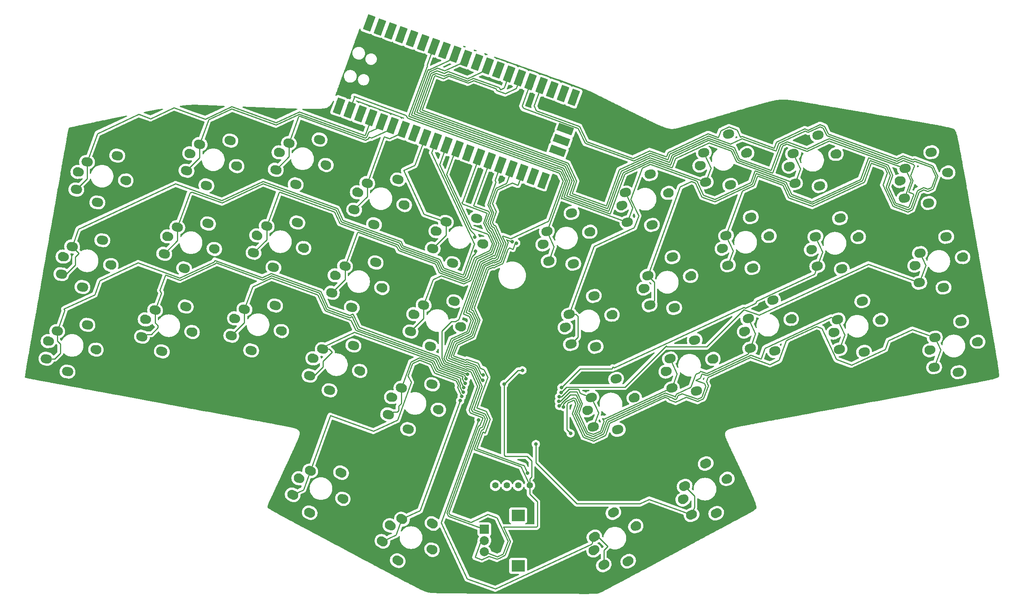
<source format=gtl>
G04 #@! TF.GenerationSoftware,KiCad,Pcbnew,(6.0.4)*
G04 #@! TF.CreationDate,2022-12-01T16:17:53-05:00*
G04 #@! TF.ProjectId,Ostrich,4f737472-6963-4682-9e6b-696361645f70,rev?*
G04 #@! TF.SameCoordinates,Original*
G04 #@! TF.FileFunction,Copper,L1,Top*
G04 #@! TF.FilePolarity,Positive*
%FSLAX46Y46*%
G04 Gerber Fmt 4.6, Leading zero omitted, Abs format (unit mm)*
G04 Created by KiCad (PCBNEW (6.0.4)) date 2022-12-01 16:17:53*
%MOMM*%
%LPD*%
G01*
G04 APERTURE LIST*
G04 Aperture macros list*
%AMHorizOval*
0 Thick line with rounded ends*
0 $1 width*
0 $2 $3 position (X,Y) of the first rounded end (center of the circle)*
0 $4 $5 position (X,Y) of the second rounded end (center of the circle)*
0 Add line between two ends*
20,1,$1,$2,$3,$4,$5,0*
0 Add two circle primitives to create the rounded ends*
1,1,$1,$2,$3*
1,1,$1,$4,$5*%
%AMRotRect*
0 Rectangle, with rotation*
0 The origin of the aperture is its center*
0 $1 length*
0 $2 width*
0 $3 Rotation angle, in degrees counterclockwise*
0 Add horizontal line*
21,1,$1,$2,0,0,$3*%
G04 Aperture macros list end*
G04 #@! TA.AperFunction,WasherPad*
%ADD10C,1.900000*%
G04 #@! TD*
G04 #@! TA.AperFunction,WasherPad*
%ADD11C,2.100000*%
G04 #@! TD*
G04 #@! TA.AperFunction,ComponentPad*
%ADD12HorizOval,2.000000X0.226577X-0.105655X-0.226577X0.105655X0*%
G04 #@! TD*
G04 #@! TA.AperFunction,ComponentPad*
%ADD13HorizOval,2.000000X0.241481X0.064705X-0.241481X-0.064705X0*%
G04 #@! TD*
G04 #@! TA.AperFunction,ComponentPad*
%ADD14HorizOval,2.000000X0.241481X-0.064705X-0.241481X0.064705X0*%
G04 #@! TD*
G04 #@! TA.AperFunction,ComponentPad*
%ADD15HorizOval,2.000000X0.216506X-0.125000X-0.216506X0.125000X0*%
G04 #@! TD*
G04 #@! TA.AperFunction,ComponentPad*
%ADD16HorizOval,2.000000X0.246202X0.043412X-0.246202X-0.043412X0*%
G04 #@! TD*
G04 #@! TA.AperFunction,ComponentPad*
%ADD17HorizOval,1.700000X0.000000X0.000000X0.000000X0.000000X0*%
G04 #@! TD*
G04 #@! TA.AperFunction,SMDPad,CuDef*
%ADD18RotRect,3.500000X1.700000X70.000000*%
G04 #@! TD*
G04 #@! TA.AperFunction,ComponentPad*
%ADD19RotRect,1.700000X1.700000X70.000000*%
G04 #@! TD*
G04 #@! TA.AperFunction,SMDPad,CuDef*
%ADD20RotRect,3.500000X1.700000X160.000000*%
G04 #@! TD*
G04 #@! TA.AperFunction,ComponentPad*
%ADD21HorizOval,2.000000X0.246202X-0.043412X-0.246202X0.043412X0*%
G04 #@! TD*
G04 #@! TA.AperFunction,ComponentPad*
%ADD22C,1.397000*%
G04 #@! TD*
G04 #@! TA.AperFunction,ComponentPad*
%ADD23HorizOval,2.000000X0.216506X0.125000X-0.216506X-0.125000X0*%
G04 #@! TD*
G04 #@! TA.AperFunction,ComponentPad*
%ADD24HorizOval,2.000000X0.226577X0.105655X-0.226577X-0.105655X0*%
G04 #@! TD*
G04 #@! TA.AperFunction,ComponentPad*
%ADD25R,2.000000X2.000000*%
G04 #@! TD*
G04 #@! TA.AperFunction,ComponentPad*
%ADD26C,2.000000*%
G04 #@! TD*
G04 #@! TA.AperFunction,ComponentPad*
%ADD27R,3.000000X2.500000*%
G04 #@! TD*
G04 #@! TA.AperFunction,ViaPad*
%ADD28C,0.800000*%
G04 #@! TD*
G04 #@! TA.AperFunction,Conductor*
%ADD29C,0.250000*%
G04 #@! TD*
G04 APERTURE END LIST*
D10*
X111609167Y-134533500D03*
D11*
X102020430Y-130062199D03*
D10*
X102401079Y-130239698D03*
D11*
X111989816Y-134710999D03*
D12*
X100734742Y-133765846D03*
X104625541Y-128474402D03*
X104511675Y-137733815D03*
X111454046Y-128856006D03*
D11*
X193968859Y-103602614D03*
D10*
X193563170Y-103711318D03*
D11*
X183343675Y-106449624D03*
D10*
X183749364Y-106340920D03*
D13*
X184739440Y-110113207D03*
X184318689Y-103558768D03*
X189794918Y-99461815D03*
X190183299Y-110725081D03*
D10*
X68387493Y-94954140D03*
D11*
X67981804Y-94845436D03*
D10*
X78201299Y-97583742D03*
D11*
X78606988Y-97692446D03*
D14*
X70271619Y-92829389D03*
X67358780Y-98716075D03*
X77062648Y-92019438D03*
X71767364Y-101967903D03*
D11*
X122206471Y-140508230D03*
D10*
X131369020Y-145798230D03*
X122570202Y-140718230D03*
D11*
X131732751Y-146008230D03*
D15*
X120602881Y-144085729D03*
X124940054Y-139153525D03*
X124019611Y-148367780D03*
X131709316Y-140128821D03*
D10*
X188632667Y-85310431D03*
D11*
X178413172Y-88048737D03*
X189038356Y-85201727D03*
D10*
X178818861Y-87940033D03*
D13*
X179808937Y-91712320D03*
X179388186Y-85157881D03*
X185252796Y-92324194D03*
X184864415Y-81060928D03*
D10*
X252189480Y-99880965D03*
D11*
X252603100Y-99808033D03*
X241770214Y-101718163D03*
D10*
X242183834Y-101645231D03*
D16*
X242841365Y-105489454D03*
X242993473Y-98923286D03*
X248211181Y-106573464D03*
X248805936Y-95319208D03*
D10*
X83131801Y-79182855D03*
D11*
X83537490Y-79291559D03*
D10*
X73317995Y-76553253D03*
D11*
X72912306Y-76444549D03*
D14*
X75202121Y-74428502D03*
X72289282Y-80315188D03*
X76697866Y-83567016D03*
X81993150Y-73618551D03*
D10*
X196167908Y-79084007D03*
D11*
X206387403Y-76345701D03*
D10*
X205981714Y-76454405D03*
D11*
X195762219Y-79192711D03*
D13*
X196737233Y-76301855D03*
X197157984Y-82856294D03*
X202213462Y-72204902D03*
X202601843Y-83468168D03*
D10*
X120262276Y-87817135D03*
X110448470Y-85187533D03*
D11*
X110042781Y-85078829D03*
X120667965Y-87925839D03*
D14*
X109419757Y-88949468D03*
X112332596Y-83062782D03*
X119123625Y-82252831D03*
X113828341Y-92201296D03*
D11*
X127457567Y-93689509D03*
X138082751Y-96536519D03*
D10*
X127863256Y-93798213D03*
X137677062Y-96427815D03*
D14*
X129747382Y-91673462D03*
X126834543Y-97560148D03*
X131243127Y-100811976D03*
X136538411Y-90863511D03*
D17*
X111281133Y-46709946D03*
D18*
X110973315Y-47555669D03*
D17*
X113667952Y-47578678D03*
D18*
X113360134Y-48424401D03*
X115746953Y-49293132D03*
D19*
X116054771Y-48447409D03*
D18*
X118133773Y-50161863D03*
D17*
X118441591Y-49316140D03*
X120828410Y-50184871D03*
D18*
X120520592Y-51030594D03*
X122907411Y-51899325D03*
D17*
X123215229Y-51053602D03*
D18*
X125294231Y-52768056D03*
D17*
X125602049Y-51922333D03*
D18*
X127681050Y-53636787D03*
D19*
X127988868Y-52791064D03*
D17*
X130375687Y-53659796D03*
D18*
X130067869Y-54505519D03*
X132454688Y-55374250D03*
D17*
X132762506Y-54528527D03*
X135149326Y-55397258D03*
D18*
X134841508Y-56242981D03*
X137228327Y-57111712D03*
D17*
X137536145Y-56265989D03*
D19*
X139922964Y-57134720D03*
D18*
X139615146Y-57980443D03*
D17*
X142309783Y-58003451D03*
D18*
X142001965Y-58849174D03*
D17*
X144696603Y-58872183D03*
D18*
X144388785Y-59717906D03*
D17*
X147083422Y-59740914D03*
D18*
X146775604Y-60586637D03*
X149162423Y-61455368D03*
D17*
X149470241Y-60609645D03*
D18*
X151549242Y-62324099D03*
D19*
X151857060Y-61478376D03*
D18*
X153936062Y-63192830D03*
D17*
X154243880Y-62347107D03*
D18*
X156322881Y-64061561D03*
D17*
X156630699Y-63215838D03*
D18*
X163019635Y-45662381D03*
D17*
X162711817Y-46508104D03*
X160324998Y-45639372D03*
D18*
X160632816Y-44793649D03*
X158245997Y-43924918D03*
D19*
X157938179Y-44770641D03*
D18*
X155859177Y-43056187D03*
D17*
X155551359Y-43901910D03*
X153164540Y-43033179D03*
D18*
X153472358Y-42187456D03*
D17*
X150777721Y-42164448D03*
D18*
X151085539Y-41318725D03*
X148698719Y-40449994D03*
D17*
X148390901Y-41295717D03*
D19*
X146004082Y-40426986D03*
D18*
X146311900Y-39581263D03*
D17*
X143617263Y-39558254D03*
D18*
X143925081Y-38712531D03*
X141538262Y-37843800D03*
D17*
X141230444Y-38689523D03*
D18*
X139151442Y-36975069D03*
D17*
X138843624Y-37820792D03*
X136456805Y-36952061D03*
D18*
X136764623Y-36106338D03*
X134377804Y-35237607D03*
D19*
X134069986Y-36083330D03*
D18*
X131990985Y-34368876D03*
D17*
X131683167Y-35214599D03*
X129296347Y-34345867D03*
D18*
X129604165Y-33500144D03*
X127217346Y-32631413D03*
D17*
X126909528Y-33477136D03*
D18*
X124830527Y-31762682D03*
D17*
X124522709Y-32608405D03*
D19*
X122135890Y-31739674D03*
D18*
X122443708Y-30893951D03*
D17*
X119749070Y-30870943D03*
D18*
X120056888Y-30025220D03*
D17*
X117362251Y-30002212D03*
D18*
X117670069Y-29156489D03*
D17*
X158586397Y-57170126D03*
D20*
X159432120Y-57477944D03*
X160300852Y-55091124D03*
D19*
X159455129Y-54783306D03*
D20*
X161169583Y-52704305D03*
D17*
X160323860Y-52396487D03*
D10*
X201098411Y-97484894D03*
X210912217Y-94855292D03*
D11*
X211317906Y-94746588D03*
X200692722Y-97593598D03*
D13*
X202088487Y-101257181D03*
X201667736Y-94702742D03*
X207143965Y-90605789D03*
X207532346Y-101869055D03*
D11*
X46478037Y-99685135D03*
D10*
X56897303Y-101522333D03*
D11*
X57310923Y-101595265D03*
D10*
X46891657Y-99758067D03*
D21*
X48583429Y-97477189D03*
X46194733Y-103595345D03*
X55278024Y-96078443D03*
X50869956Y-106450566D03*
D10*
X78248498Y-58152366D03*
D11*
X88467993Y-60890672D03*
X77842809Y-58043662D03*
D10*
X88062304Y-60781968D03*
D14*
X77219785Y-61914301D03*
X80132624Y-56027615D03*
X81628369Y-65166129D03*
X86923653Y-55217664D03*
D10*
X183702164Y-66909544D03*
X173888358Y-69539146D03*
D11*
X184107853Y-66800840D03*
X173482669Y-69647850D03*
D13*
X174457683Y-66756994D03*
X174878434Y-73311433D03*
X180322293Y-73923307D03*
X179933912Y-62660041D03*
D10*
X220879838Y-97706640D03*
D11*
X220474149Y-97815344D03*
D10*
X230693644Y-95077038D03*
D11*
X231099333Y-94968334D03*
D13*
X221449163Y-94924488D03*
X221869914Y-101478927D03*
X226925392Y-90827535D03*
X227313773Y-102090801D03*
D11*
X160998386Y-96659417D03*
D10*
X171217881Y-93921111D03*
D11*
X171623570Y-93812407D03*
D10*
X161404075Y-96550713D03*
D13*
X161973400Y-93768561D03*
X162394151Y-100323000D03*
X167449629Y-89671608D03*
X167838010Y-100934874D03*
D11*
X105112278Y-103479716D03*
D10*
X105517967Y-103588420D03*
X115331773Y-106218022D03*
D11*
X115737462Y-106326726D03*
D14*
X104489254Y-107350355D03*
X107402093Y-101463669D03*
X114193122Y-100653718D03*
X108897838Y-110602183D03*
D10*
X125192778Y-69416248D03*
D11*
X125598467Y-69524952D03*
D10*
X115378972Y-66786646D03*
D11*
X114973283Y-66677942D03*
D14*
X114350259Y-70548581D03*
X117263098Y-64661895D03*
X124054127Y-63851944D03*
X118758843Y-73800409D03*
D11*
X63926918Y-64074090D03*
X53094032Y-62163960D03*
D10*
X53507652Y-62236892D03*
X63513298Y-64001158D03*
D21*
X52810728Y-66074170D03*
X55199424Y-59956014D03*
X57485951Y-68929391D03*
X61894019Y-58557268D03*
D10*
X97982726Y-97361996D03*
X88168920Y-94732394D03*
D11*
X87763231Y-94623690D03*
X98388415Y-97470700D03*
D14*
X90053046Y-92607643D03*
X87140207Y-98494329D03*
X96844075Y-91797692D03*
X91548791Y-101746157D03*
D11*
X156067883Y-78258530D03*
X166693067Y-75411520D03*
D10*
X166287378Y-75520224D03*
X156473572Y-78149826D03*
D13*
X157042897Y-75367674D03*
X157463648Y-81922113D03*
X162907507Y-82533987D03*
X162519126Y-71270721D03*
D22*
X145632475Y-131699024D03*
X148172475Y-131699024D03*
X150712475Y-131699024D03*
X153252475Y-131699024D03*
D11*
X143013254Y-78135632D03*
D10*
X142607565Y-78026928D03*
D11*
X132388070Y-75288622D03*
D10*
X132793759Y-75397326D03*
D14*
X134677885Y-73272575D03*
X131765046Y-79159261D03*
X141468914Y-72462624D03*
X136173630Y-82411089D03*
D10*
X102913229Y-78961109D03*
X93099423Y-76331507D03*
D11*
X92693734Y-76222803D03*
X103318918Y-79069813D03*
D14*
X94983549Y-74206756D03*
X92070710Y-80093442D03*
X101774578Y-73396805D03*
X96479294Y-83345270D03*
D10*
X215949336Y-79305753D03*
D11*
X226168831Y-76567447D03*
X215543647Y-79414457D03*
D10*
X225763142Y-76676151D03*
D13*
X216518661Y-76523601D03*
X216939412Y-83078040D03*
X221994890Y-72426648D03*
X222383271Y-83689914D03*
D11*
X176554073Y-112213294D03*
X165928889Y-115060304D03*
D10*
X166334578Y-114951600D03*
X176148384Y-112321998D03*
D13*
X167324654Y-118723887D03*
X166903903Y-112169448D03*
X172380132Y-108072495D03*
X172768513Y-119335761D03*
D10*
X176510935Y-140841128D03*
X167712117Y-145921128D03*
D11*
X167348386Y-146131128D03*
X176874666Y-140631128D03*
D23*
X169644796Y-149308627D03*
X167541969Y-143086423D03*
X175061526Y-148490678D03*
X171771231Y-137711719D03*
D11*
X187091321Y-134833897D03*
D10*
X196680058Y-130362596D03*
D11*
X197060707Y-130185097D03*
D10*
X187471970Y-134656398D03*
D24*
X189102056Y-138199451D03*
X187549531Y-131817651D03*
X194569462Y-137856713D03*
X192231135Y-126832003D03*
D11*
X221238328Y-58166559D03*
D10*
X220832639Y-58275263D03*
X211018833Y-60904865D03*
D11*
X210613144Y-61013569D03*
D13*
X212008909Y-64677152D03*
X211588158Y-58122713D03*
X217064387Y-54025760D03*
X217452768Y-65289026D03*
D25*
X143194475Y-141421025D03*
D26*
X143194475Y-146421025D03*
X143194475Y-143921025D03*
D27*
X150694475Y-149521025D03*
X150694475Y-138321025D03*
D10*
X132746559Y-114828702D03*
X122932753Y-112199100D03*
D11*
X122527064Y-112090396D03*
X133152248Y-114937406D03*
D14*
X124816879Y-110074349D03*
X121904040Y-115961035D03*
X126312624Y-119212863D03*
X131607908Y-109264398D03*
D10*
X50199655Y-80997480D03*
D11*
X49786035Y-80924548D03*
X60618921Y-82834678D03*
D10*
X60205301Y-82761746D03*
D21*
X49502731Y-84834758D03*
X51891427Y-78716602D03*
X58586022Y-77317856D03*
X54177954Y-87689979D03*
D10*
X191237405Y-60683120D03*
D11*
X201456900Y-57944814D03*
X190831716Y-60791824D03*
D10*
X201051211Y-58053518D03*
D13*
X192227481Y-64455407D03*
X191806730Y-57900968D03*
X197282959Y-53804015D03*
X197671340Y-65067281D03*
D11*
X238462216Y-82957576D03*
D10*
X238875836Y-82884644D03*
D11*
X249295102Y-81047446D03*
D10*
X248881482Y-81120378D03*
D16*
X239533367Y-86728867D03*
X239685475Y-80162699D03*
X245497938Y-76558621D03*
X244903183Y-87812877D03*
D11*
X245987105Y-62286858D03*
D10*
X245573485Y-62359790D03*
D11*
X235154219Y-64196988D03*
D10*
X235567839Y-64124056D03*
D16*
X236225370Y-67968279D03*
X236377478Y-61402111D03*
X241595186Y-69052289D03*
X242189941Y-57798033D03*
D10*
X107843732Y-60560222D03*
X98029926Y-57930620D03*
D11*
X97624237Y-57821916D03*
X108249421Y-60668926D03*
D14*
X97001213Y-61692555D03*
X99914052Y-55805869D03*
X106705081Y-54995918D03*
X101409797Y-64944383D03*
D28*
X141091674Y-76651263D03*
X141224000Y-79756000D03*
X160265402Y-109973402D03*
X160208612Y-111054790D03*
X139443384Y-106986950D03*
X139144852Y-108061058D03*
X138976309Y-109046247D03*
X138623237Y-109981312D03*
X138530778Y-110979607D03*
X159766881Y-112001059D03*
X159699001Y-112998254D03*
X159766000Y-114046000D03*
X160736462Y-114300000D03*
X162306000Y-120142000D03*
X138183286Y-111934334D03*
X137835793Y-112889062D03*
X141891103Y-117141382D03*
X154607587Y-122507411D03*
X152755858Y-128919712D03*
X150269578Y-77949161D03*
X151638000Y-106172000D03*
X147574000Y-109220000D03*
X142867266Y-108362952D03*
X149328429Y-77612646D03*
X142893742Y-107161572D03*
D29*
X81367322Y-50439540D02*
X87227313Y-47706982D01*
X102222153Y-48839839D02*
X116781750Y-54139099D01*
X57496961Y-53643579D02*
X66611164Y-49393557D01*
X55199424Y-63685474D02*
X52810728Y-66074170D01*
X116781750Y-54139099D02*
X118495267Y-49431249D01*
X55199423Y-59956013D02*
X57496961Y-53643579D01*
X55199424Y-59956014D02*
X55199424Y-63685474D01*
X118495267Y-49431249D02*
X118441591Y-49316140D01*
X66611164Y-49393557D02*
X69236666Y-50349161D01*
X97013272Y-51268780D02*
X102222153Y-48839839D01*
X87227313Y-47706982D02*
X97013272Y-51268780D01*
X69236666Y-50349161D02*
X74445546Y-47920220D01*
X74445546Y-47920220D02*
X81367322Y-50439540D01*
X80132625Y-56027615D02*
X82112458Y-50588069D01*
X87248537Y-48193076D02*
X97034495Y-51754873D01*
X80132624Y-59001462D02*
X77219785Y-61914301D01*
X116802973Y-54625193D02*
X117140478Y-54467812D01*
X97034495Y-51754873D02*
X102243377Y-49325933D01*
X82112458Y-50588069D02*
X87248537Y-48193076D01*
X120115939Y-52142370D02*
X120828410Y-50184871D01*
X117140478Y-54467812D02*
X117551653Y-53338116D01*
X102243377Y-49325933D02*
X116802973Y-54625193D01*
X80132624Y-56027615D02*
X80132624Y-59001462D01*
X117551653Y-53338116D02*
X120115939Y-52142370D01*
X99914052Y-58779716D02*
X97001213Y-61692555D01*
X122664911Y-52565588D02*
X123215229Y-51053602D01*
X102061093Y-49906924D02*
X102264601Y-49812027D01*
X99914052Y-55805869D02*
X102061093Y-49906924D01*
X118190741Y-54651928D02*
X122664911Y-52565588D01*
X117499205Y-54796524D02*
X117626572Y-54446588D01*
X117626572Y-54446588D02*
X118190741Y-54651928D01*
X116824197Y-55111287D02*
X117499205Y-54796524D01*
X99914052Y-55805869D02*
X99914052Y-58779716D01*
X102264601Y-49812027D02*
X116824197Y-55111287D01*
X117263098Y-67635742D02*
X114350259Y-70548581D01*
X117263098Y-64661895D02*
X117263098Y-67635742D01*
X125051731Y-53434319D02*
X125602049Y-51922333D01*
X121035026Y-54335659D02*
X122205334Y-54761616D01*
X117263099Y-64661895D02*
X121018785Y-54343233D01*
X121018785Y-54343233D02*
X121035026Y-54335659D01*
X122205334Y-54761616D02*
X125051731Y-53434319D01*
X129836445Y-71510435D02*
X125329548Y-61845362D01*
X134677885Y-73272575D02*
X134677885Y-76246422D01*
X134677886Y-73272575D02*
X129836445Y-71510435D01*
X134677885Y-76246422D02*
X131765046Y-79159261D01*
X125329548Y-61845362D02*
X127818879Y-60684568D01*
X127818879Y-60684568D02*
X130375687Y-53659796D01*
X157042898Y-75367674D02*
X158619036Y-78747712D01*
X157042898Y-75367674D02*
X161107639Y-64199890D01*
X161107639Y-64199890D02*
X160115680Y-62072626D01*
X158619036Y-78747712D02*
X157463648Y-81922113D01*
X130544565Y-38605466D02*
X130490888Y-38490357D01*
X160115680Y-62072626D02*
X126461528Y-49823516D01*
X130490888Y-38490357D02*
X131683167Y-35214598D01*
X126461528Y-49823516D02*
X130544565Y-38605466D01*
X159334698Y-61247770D02*
X159259744Y-61282721D01*
X160186493Y-68045025D02*
X161593733Y-64178666D01*
X160284077Y-67999521D02*
X160186493Y-68045025D01*
X176033822Y-70137032D02*
X174878434Y-73311433D01*
X159259744Y-61282721D02*
X127037684Y-49554851D01*
X160409442Y-61638944D02*
X159334698Y-61247770D01*
X130761309Y-39495258D02*
X130896994Y-39544643D01*
X130896994Y-39544643D02*
X136456805Y-36952061D01*
X127037684Y-49554851D02*
X130686355Y-39530210D01*
X130686355Y-39530210D02*
X130761309Y-39495258D01*
X174457684Y-66756994D02*
X176033822Y-70137032D01*
X174878434Y-73311433D02*
X160284077Y-67999521D01*
X161593733Y-64178666D02*
X160409442Y-61638944D01*
X174242665Y-62619308D02*
X171034398Y-71433949D01*
X130995696Y-39994609D02*
X132784988Y-39160248D01*
X127688794Y-49251233D02*
X127613839Y-49286185D01*
X162079827Y-64157443D02*
X160738154Y-61280217D01*
X134394967Y-39746233D02*
X138664164Y-37755474D01*
X127613839Y-49286185D02*
X130995696Y-39994609D01*
X160738154Y-61280217D02*
X127688794Y-49251233D01*
X132784988Y-39160248D02*
X134394967Y-39746233D01*
X191806731Y-57900968D02*
X193382869Y-61281006D01*
X192227481Y-64455407D02*
X179915270Y-59974129D01*
X138664164Y-37755474D02*
X138843625Y-37820792D01*
X171034398Y-71433949D02*
X160788689Y-67704816D01*
X193382869Y-61281006D02*
X192227481Y-64455407D01*
X160788689Y-67704816D02*
X162079827Y-64157443D01*
X179915270Y-59974129D02*
X174242665Y-62619308D01*
X185506343Y-59150520D02*
X184741354Y-61252310D01*
X139470456Y-41491942D02*
X143617263Y-39558254D01*
X173232144Y-64081384D02*
X173157189Y-64116336D01*
X135114735Y-39906590D02*
X139470456Y-41491942D01*
X173157189Y-64116336D02*
X170710779Y-70837792D01*
X211588159Y-58122714D02*
X213164296Y-61502752D01*
X199038486Y-59956305D02*
X197880686Y-57473396D01*
X212008909Y-64677153D02*
X199038486Y-59956305D01*
X170710779Y-70837792D02*
X161402184Y-67449741D01*
X161402184Y-67449741D02*
X162589670Y-64187150D01*
X192950858Y-55679085D02*
X185506343Y-59150520D01*
X131354424Y-40323322D02*
X132649409Y-39719461D01*
X132649409Y-39719461D02*
X134259388Y-40305446D01*
X134259388Y-40305446D02*
X135114735Y-39906590D01*
X162589670Y-64187150D02*
X161066867Y-60921489D01*
X184741354Y-61252310D02*
X179894046Y-59488035D01*
X213164296Y-61502752D02*
X212008909Y-64677153D01*
X173883937Y-62290595D02*
X173232144Y-64081384D01*
X161066867Y-60921489D02*
X128209996Y-48962566D01*
X179894046Y-59488035D02*
X173883937Y-62290595D01*
X197880686Y-57473396D02*
X192950858Y-55679085D01*
X128209996Y-48962566D02*
X131354424Y-40323322D01*
X140759332Y-41386919D02*
X146487699Y-43471874D01*
X209204296Y-56423221D02*
X207033356Y-62387830D01*
X162033292Y-67201076D02*
X163110715Y-64240881D01*
X184420868Y-60647547D02*
X179884563Y-58996467D01*
X237634280Y-64097330D02*
X236225370Y-67968278D01*
X173525210Y-61961883D02*
X173310970Y-62550500D01*
X128932142Y-48747037D02*
X128839288Y-48547910D01*
X135280894Y-40445436D02*
X139491679Y-41978036D01*
X128839288Y-48547910D02*
X131713151Y-40652036D01*
X173310970Y-62550500D02*
X173236016Y-62585452D01*
X185115853Y-58738091D02*
X184420868Y-60647547D01*
X170442113Y-70261637D02*
X162033292Y-67201076D01*
X147571556Y-43546851D02*
X148390902Y-41295717D01*
X146710000Y-43948601D02*
X147571556Y-43546851D01*
X161395580Y-60562762D02*
X128932142Y-48747037D01*
X131713151Y-40652036D02*
X132513829Y-40278674D01*
X146487699Y-43471874D02*
X146710000Y-43948601D01*
X236377478Y-61402110D02*
X237634280Y-64097330D01*
X236377478Y-61402110D02*
X219553178Y-55278566D01*
X214614546Y-57581487D02*
X210180961Y-55967794D01*
X192810968Y-55149800D02*
X185115853Y-58738091D01*
X132513829Y-40278674D02*
X134268742Y-40917410D01*
X199367199Y-59597578D02*
X198209399Y-57114669D01*
X210180961Y-55967794D02*
X209204296Y-56423221D01*
X139491679Y-41978036D02*
X140759332Y-41386919D01*
X219553178Y-55278566D02*
X214614546Y-57581487D01*
X173236016Y-62585452D02*
X170442113Y-70261637D01*
X198209399Y-57114669D02*
X192810968Y-55149800D01*
X134268742Y-40917410D02*
X135280894Y-40445436D01*
X163110715Y-64240881D02*
X161395580Y-60562762D01*
X207033356Y-62387830D02*
X199367199Y-59597578D01*
X179884563Y-58996467D02*
X173525210Y-61961883D01*
X85051102Y-68538998D02*
X94166643Y-64288352D01*
X53340000Y-80165175D02*
X51891427Y-78716602D01*
X53340000Y-80264000D02*
X53340000Y-80165175D01*
X138516730Y-85025583D02*
X141006924Y-78183831D01*
X133309603Y-81508536D02*
X134220455Y-83461867D01*
X110635696Y-70282597D02*
X111850167Y-72887037D01*
X94166643Y-64288352D02*
X110635696Y-70282597D01*
X49502731Y-84834758D02*
X50547242Y-84834758D01*
X74787779Y-64803454D02*
X85051102Y-68538998D01*
X52578000Y-82804000D02*
X52578000Y-81026000D01*
X134220455Y-83461867D02*
X138516730Y-85025583D01*
X53310174Y-74818626D02*
X74787779Y-64803454D01*
X131541101Y-57884309D02*
X132762506Y-54528527D01*
X124738991Y-77578185D02*
X125194417Y-78554850D01*
X111850167Y-72887037D02*
X124738991Y-77578185D01*
X50547242Y-84834758D02*
X52578000Y-82804000D01*
X52578000Y-81026000D02*
X53340000Y-80264000D01*
X125194417Y-78554850D02*
X133309603Y-81508536D01*
X51891427Y-78716602D02*
X53310174Y-74818626D01*
X141006924Y-78183831D02*
X131541101Y-57884309D01*
X75202121Y-74428502D02*
X75202121Y-77402349D01*
X124410277Y-77936912D02*
X111521454Y-73245764D01*
X77962452Y-66844556D02*
X75202121Y-74428502D01*
X133276618Y-60542480D02*
X135149326Y-55397258D01*
X110306982Y-70641324D02*
X94187866Y-64774445D01*
X138875458Y-85354295D02*
X138537953Y-85511676D01*
X132980889Y-81867263D02*
X124865704Y-78913578D01*
X133891743Y-83820594D02*
X132980889Y-81867263D01*
X141224000Y-79756000D02*
X141224000Y-80196861D01*
X85072326Y-69025092D02*
X78452945Y-66615835D01*
X124865704Y-78913578D02*
X124410277Y-77936912D01*
X94187866Y-64774445D02*
X85072326Y-69025092D01*
X141224000Y-80196861D02*
X140482855Y-80938006D01*
X138537953Y-85511676D02*
X133891743Y-83820594D01*
X111521454Y-73245764D02*
X110306982Y-70641324D01*
X140482855Y-80938006D02*
X138875458Y-85354295D01*
X78452945Y-66615835D02*
X77962452Y-66844556D01*
X141091674Y-76078359D02*
X141091674Y-76651263D01*
X140022600Y-75009285D02*
X133276618Y-60542480D01*
X140022600Y-75009285D02*
X141091674Y-76078359D01*
X75202121Y-77402349D02*
X72289282Y-80315188D01*
X144931636Y-78051871D02*
X143957653Y-75963158D01*
X137109267Y-56465046D02*
X137536145Y-56265989D01*
X140351314Y-74650558D02*
X134813078Y-62773773D01*
X109978269Y-71000051D02*
X111192741Y-73604492D01*
X134813078Y-62773773D02*
X137109267Y-56465046D01*
X140991492Y-81196816D02*
X144358411Y-79626795D01*
X97714152Y-66704487D02*
X97916746Y-66610016D01*
X132652174Y-82225989D02*
X133563030Y-84179322D01*
X138559177Y-85997770D02*
X139384094Y-85613106D01*
X133563030Y-84179322D02*
X138559177Y-85997770D01*
X94983549Y-74206756D02*
X94983549Y-77180603D01*
X124081564Y-78295640D02*
X124536990Y-79272304D01*
X143957653Y-75963158D02*
X140351314Y-74650558D01*
X94983549Y-77180603D02*
X92070710Y-80093442D01*
X124536990Y-79272304D02*
X132652174Y-82225989D01*
X139384094Y-85613106D02*
X140991492Y-81196816D01*
X144358411Y-79626795D02*
X144931636Y-78051871D01*
X94983550Y-74206756D02*
X97714152Y-66704487D01*
X111192741Y-73604492D02*
X124081564Y-78295640D01*
X97916746Y-66610016D02*
X109978269Y-71000051D01*
X141425173Y-81490578D02*
X144717138Y-79955508D01*
X112332596Y-83062782D02*
X112332596Y-86036629D01*
X115040765Y-75622148D02*
X115207843Y-75544239D01*
X143936429Y-75477064D02*
X142996251Y-73460846D01*
X142996251Y-73460846D02*
X143794053Y-71268904D01*
X132323462Y-82584717D02*
X133234315Y-84538048D01*
X144717138Y-79955508D02*
X145417730Y-78030647D01*
X138363005Y-68847135D02*
X142309783Y-58003451D01*
X143794053Y-71268904D02*
X138345709Y-69285869D01*
X133234315Y-84538048D02*
X138580401Y-86483865D01*
X138580401Y-86483865D02*
X139817776Y-85906867D01*
X124208277Y-79631031D02*
X132323462Y-82584717D01*
X123752850Y-78654367D02*
X124208277Y-79631031D01*
X138180753Y-68932120D02*
X138363005Y-68847135D01*
X138345709Y-69285869D02*
X138180753Y-68932120D01*
X139817776Y-85906867D02*
X141425173Y-81490578D01*
X112332596Y-83062782D02*
X115040765Y-75622148D01*
X144286366Y-75604430D02*
X143936429Y-75477064D01*
X145417730Y-78030647D02*
X144286366Y-75604430D01*
X115207843Y-75544239D02*
X123752850Y-78654367D01*
X112332596Y-86036629D02*
X109419757Y-88949468D01*
X131817765Y-85985132D02*
X133605476Y-85151509D01*
X140844933Y-69717143D02*
X140791256Y-69602034D01*
X133605476Y-85151509D02*
X138601624Y-86969958D01*
X144122766Y-70910177D02*
X140844933Y-69717143D01*
X144615078Y-75245703D02*
X144265143Y-75118336D01*
X140251458Y-86200628D02*
X141858855Y-81784340D01*
X129747382Y-91673462D02*
X129747382Y-94647309D01*
X144265143Y-75118336D02*
X143482345Y-73439622D01*
X144280147Y-71247681D02*
X144122766Y-70910177D01*
X129747382Y-91673462D02*
X131817765Y-85985132D01*
X145903824Y-78009424D02*
X144615078Y-75245703D01*
X140791256Y-69602034D02*
X144696603Y-58872183D01*
X145075866Y-80284221D02*
X145903824Y-78009424D01*
X138601624Y-86969958D02*
X140251458Y-86200628D01*
X141858855Y-81784340D02*
X145075866Y-80284221D01*
X129747382Y-94647309D02*
X126834543Y-97560148D01*
X143482345Y-73439622D02*
X144280147Y-71247681D01*
X234329957Y-69082128D02*
X236955458Y-70037733D01*
X163596810Y-64219657D02*
X163139454Y-63238857D01*
X162629449Y-66877457D02*
X163596810Y-64219657D01*
X190785868Y-55598129D02*
X184757125Y-58409379D01*
X147804618Y-44825378D02*
X150334104Y-43645860D01*
X238120374Y-64076106D02*
X237962993Y-63738603D01*
X163936457Y-98780694D02*
X162394151Y-100323000D01*
X234571269Y-60250021D02*
X219551603Y-54783309D01*
X135302117Y-40931529D02*
X139512903Y-42464130D01*
X202191178Y-64551909D02*
X203145637Y-61929555D01*
X237962993Y-63738603D02*
X237622114Y-63007587D01*
X233615665Y-62875522D02*
X232660060Y-65501023D01*
X173091528Y-61668121D02*
X170173447Y-69685481D01*
X218563143Y-55244236D02*
X214668278Y-57060442D01*
X134133162Y-41476622D02*
X135302117Y-40931529D01*
X232660060Y-65501023D02*
X234329957Y-69082128D01*
X209955068Y-64407985D02*
X211240993Y-67165660D01*
X232553003Y-60596636D02*
X233615665Y-62875522D01*
X170173447Y-69685481D02*
X162664401Y-66952412D01*
X210234693Y-55446748D02*
X208770614Y-56129460D01*
X167473561Y-78656994D02*
X176409233Y-74490222D01*
X208770614Y-56129460D02*
X206709737Y-61791673D01*
X237197425Y-66611886D02*
X238120374Y-64076106D01*
X129368573Y-48408019D02*
X132071878Y-40980750D01*
X132378250Y-40837887D02*
X134133162Y-41476622D01*
X206709737Y-61791673D02*
X199695913Y-59238850D01*
X198538112Y-56755941D02*
X192789745Y-54663707D01*
X190244659Y-64212088D02*
X191710320Y-67355208D01*
X175634051Y-68216065D02*
X178154503Y-61291179D01*
X129379522Y-48431500D02*
X129368573Y-48408019D01*
X163139454Y-63238857D02*
X161724293Y-60204034D01*
X226519266Y-63806559D02*
X228256728Y-59032920D01*
X161724293Y-60204034D02*
X129379522Y-48431500D01*
X150334104Y-43645860D02*
X150280427Y-43530750D01*
X215775950Y-68816250D02*
X226519266Y-63806559D01*
X238412117Y-60837072D02*
X238221140Y-60427519D01*
X194220329Y-68268777D02*
X202191178Y-64551909D01*
X145728740Y-43674005D02*
X145951041Y-44150732D01*
X235957486Y-59603617D02*
X234571269Y-60250021D01*
X179936494Y-60460223D02*
X190244659Y-64212088D01*
X237622114Y-63007587D02*
X238412117Y-60837072D01*
X178154503Y-61291179D02*
X179936494Y-60460223D01*
X140780555Y-41873013D02*
X145728740Y-43674005D01*
X139512903Y-42464130D02*
X139850406Y-42306749D01*
X184757125Y-58409379D02*
X184172203Y-60016438D01*
X203145637Y-61929555D02*
X209955068Y-64407985D01*
X145951041Y-44150732D02*
X147804618Y-44825378D01*
X238084809Y-66934868D02*
X237197425Y-66611886D01*
X238221140Y-60427519D02*
X235957486Y-59603617D01*
X184172203Y-60016438D02*
X179938295Y-58475422D01*
X176409233Y-74490222D02*
X177351954Y-71900119D01*
X228256728Y-59032920D02*
X232553003Y-60596636D01*
X238236618Y-67260423D02*
X238084809Y-66934868D01*
X236955458Y-70037733D02*
X237281013Y-69885924D01*
X199695913Y-59238850D02*
X198538112Y-56755941D01*
X163936457Y-94240137D02*
X163936457Y-98780694D01*
X214668278Y-57060442D02*
X210234693Y-55446748D01*
X237281013Y-69885924D02*
X238236618Y-67260423D01*
X219551603Y-54783309D02*
X218563143Y-55244236D01*
X211240993Y-67165660D02*
X215775950Y-68816250D01*
X179938295Y-58475422D02*
X173091528Y-61668121D01*
X191710320Y-67355208D02*
X194220329Y-68268777D01*
X139850406Y-42306749D02*
X140780555Y-41873013D01*
X162664401Y-66952412D02*
X162629449Y-66877457D01*
X161973400Y-93768561D02*
X163464881Y-93768561D01*
X150280427Y-43530750D02*
X150777721Y-42164448D01*
X192789745Y-54663707D02*
X190785868Y-55598129D01*
X161973401Y-93768561D02*
X167473561Y-78656994D01*
X163464881Y-93768561D02*
X163936457Y-94240137D01*
X132071878Y-40980750D02*
X132378250Y-40837887D01*
X177351954Y-71900119D02*
X175634051Y-68216065D01*
X238514298Y-59793058D02*
X238197786Y-59940650D01*
X219026960Y-54113986D02*
X218232964Y-52411256D01*
X151788620Y-48040025D02*
X151537896Y-47502347D01*
X180844305Y-86614000D02*
X180844305Y-90676952D01*
X242209599Y-61138037D02*
X238514298Y-59793058D01*
X183793631Y-59400280D02*
X179917072Y-57989328D01*
X192768521Y-54177613D02*
X184248489Y-58150569D01*
X215797173Y-69302343D02*
X226952948Y-64100321D01*
X228580347Y-59629077D02*
X232224289Y-60955364D01*
X239073393Y-66275711D02*
X240450567Y-65633524D01*
X179917072Y-57989328D02*
X176249982Y-59699319D01*
X243138379Y-63129812D02*
X242209599Y-61138037D01*
X200287078Y-54799426D02*
X197740077Y-55987112D01*
X202549906Y-64880622D02*
X203414303Y-62505710D01*
X208411886Y-55800747D02*
X207783283Y-57527821D01*
X189915946Y-64570815D02*
X191381607Y-67713935D01*
X240450567Y-65633524D02*
X241405295Y-65981017D01*
X226952948Y-64100321D02*
X228580347Y-59629077D01*
X207783283Y-57527821D02*
X200287078Y-54799426D01*
X180844305Y-90676952D02*
X179808937Y-91712320D01*
X165509294Y-55790029D02*
X163961398Y-52470554D01*
X195140179Y-68335834D02*
X202549906Y-64880622D01*
X210912280Y-67524388D02*
X215797173Y-69302343D01*
X176249982Y-59699319D02*
X165509294Y-55790029D01*
X235936263Y-59117523D02*
X234550045Y-59763926D01*
X184248489Y-58150569D02*
X183793631Y-59400280D01*
X214912478Y-53365107D02*
X214195085Y-53103997D01*
X236976682Y-70523827D02*
X237639741Y-70214637D01*
X191381607Y-67713935D02*
X194241553Y-68754871D01*
X218232964Y-52411256D02*
X217516918Y-52150636D01*
X163961398Y-52470554D02*
X151788620Y-48040025D01*
X179388186Y-85157881D02*
X180844305Y-86614000D01*
X214195085Y-53103997D02*
X208411886Y-55800747D01*
X151537896Y-47502347D02*
X153164540Y-43033179D01*
X179388187Y-85157881D02*
X186574739Y-65412990D01*
X232224289Y-60955364D02*
X233129571Y-62896746D01*
X234550045Y-59763926D02*
X219026960Y-54113986D01*
X238197786Y-59940650D02*
X235936263Y-59117523D01*
X209626354Y-64766712D02*
X210912280Y-67524388D01*
X197740077Y-55987112D02*
X192768521Y-54177613D01*
X234001244Y-69440856D02*
X236976682Y-70523827D01*
X232173967Y-65522246D02*
X234001244Y-69440856D01*
X237639741Y-70214637D02*
X239073393Y-66275711D01*
X186574739Y-65412990D02*
X189053758Y-64257005D01*
X194241553Y-68754871D02*
X195140179Y-68335834D01*
X233129571Y-62896746D02*
X232173967Y-65522246D01*
X242242762Y-65590499D02*
X243138379Y-63129812D01*
X203414303Y-62505710D02*
X209626354Y-64766712D01*
X189053758Y-64257005D02*
X189915946Y-64570815D01*
X241405295Y-65981017D02*
X242242762Y-65590499D01*
X217516918Y-52150636D02*
X214912478Y-53365107D01*
X234528823Y-59277833D02*
X219364433Y-53758447D01*
X199928351Y-54470713D02*
X199172430Y-52849635D01*
X239432120Y-66604425D02*
X240471791Y-66119618D01*
X241426519Y-66467111D02*
X242601490Y-65919212D01*
X232421335Y-62441585D02*
X231465731Y-65067085D01*
X164290111Y-52111827D02*
X154735421Y-48634204D01*
X183889761Y-57821856D02*
X183564968Y-58714218D01*
X214891255Y-52879013D02*
X214173862Y-52617903D01*
X207404711Y-56911663D02*
X200265854Y-54313332D01*
X231465731Y-65067085D02*
X233672532Y-69799583D01*
X214173862Y-52617903D02*
X212541030Y-53379304D01*
X192747297Y-53691519D02*
X183889761Y-57821856D01*
X210583567Y-67883115D02*
X215818396Y-69788437D01*
X242538312Y-60779310D02*
X238429361Y-59283774D01*
X203648946Y-63175342D02*
X203776444Y-63115888D01*
X195581869Y-53004984D02*
X195029639Y-54522223D01*
X231895575Y-61314091D02*
X232421335Y-62441585D01*
X200265854Y-54313332D02*
X199928351Y-54470713D01*
X243624473Y-63108589D02*
X242538312Y-60779310D01*
X238429361Y-59283774D02*
X238112849Y-59431366D01*
X183564968Y-58714218D02*
X183415059Y-58784122D01*
X207903250Y-55541937D02*
X207404711Y-56911663D01*
X203776444Y-63115888D02*
X209297640Y-65125439D01*
X154226319Y-47542430D02*
X155551359Y-43901910D01*
X217495695Y-51664543D02*
X214891255Y-52879013D01*
X183415059Y-58784122D02*
X179779877Y-57461024D01*
X240471791Y-66119618D02*
X241426519Y-66467111D01*
X238112849Y-59431366D02*
X235915040Y-58631429D01*
X228849013Y-60205233D02*
X231895575Y-61314091D01*
X212541030Y-53379304D02*
X207903250Y-55541937D01*
X242601490Y-65919212D02*
X243624473Y-63108589D01*
X176112788Y-59171015D02*
X165838008Y-55431302D01*
X200338346Y-66407880D02*
X202908633Y-65209335D01*
X236997907Y-71009920D02*
X237998468Y-70543350D01*
X202908633Y-65209335D02*
X203648946Y-63175342D01*
X227311675Y-64429034D02*
X228849013Y-60205233D01*
X235915040Y-58631429D02*
X234528823Y-59277833D01*
X196737233Y-76301855D02*
X198313371Y-79681894D01*
X218570438Y-52055717D02*
X217495695Y-51664543D01*
X197342974Y-52183767D02*
X195581869Y-53004984D01*
X233672532Y-69799583D02*
X236997907Y-71009920D01*
X195029639Y-54522223D02*
X192747297Y-53691519D01*
X196737233Y-76301855D02*
X200338346Y-66407880D01*
X179779877Y-57461024D02*
X176112788Y-59171015D01*
X154735421Y-48634204D02*
X154226319Y-47542430D01*
X199172430Y-52849635D02*
X197342974Y-52183767D01*
X237998468Y-70543350D02*
X239432120Y-66604425D01*
X209297640Y-65125439D02*
X210583567Y-67883115D01*
X215818396Y-69788437D02*
X227311675Y-64429034D01*
X198313371Y-79681894D02*
X197157984Y-82856295D01*
X165838008Y-55431302D02*
X164290111Y-52111827D01*
X219364433Y-53758447D02*
X218570438Y-52055717D01*
X201007642Y-92342027D02*
X203272915Y-91285712D01*
X171983301Y-105585754D02*
X200657705Y-92214660D01*
X160265402Y-109973402D02*
X164425766Y-105813038D01*
X171495888Y-105813038D02*
X171625952Y-105455690D01*
X164425766Y-105813038D02*
X171495888Y-105813038D01*
X203443473Y-90817108D02*
X216305611Y-84819395D01*
X171625952Y-105455690D02*
X171983301Y-105585754D01*
X216518662Y-76523601D02*
X218094800Y-79903639D01*
X200657705Y-92214660D02*
X201007642Y-92342027D01*
X218094800Y-79903639D02*
X216939412Y-83078040D01*
X203272915Y-91285712D02*
X203443473Y-90817108D01*
X216305611Y-84819395D02*
X216939412Y-83078040D01*
X200678928Y-92700754D02*
X204020475Y-93916978D01*
X228245794Y-82620526D02*
X239533367Y-86728867D01*
X160208612Y-111054790D02*
X161403498Y-109859904D01*
X174328463Y-109859904D02*
X183456808Y-100731559D01*
X240942277Y-82857919D02*
X239533367Y-86728867D01*
X161403498Y-109859904D02*
X174328463Y-109859904D01*
X183456808Y-100731559D02*
X183673155Y-100947906D01*
X183673155Y-100947906D02*
X192431776Y-100947906D01*
X204020475Y-93916978D02*
X228245794Y-82620526D01*
X192431776Y-100947906D02*
X200678928Y-92700754D01*
X239685475Y-80162699D02*
X240942277Y-82857919D01*
X50243814Y-92915316D02*
X48583428Y-97477189D01*
X93986761Y-85576671D02*
X83484756Y-81754254D01*
X48583429Y-99637429D02*
X48583429Y-97477189D01*
X83484756Y-81754254D02*
X83338368Y-82156454D01*
X113362995Y-93980549D02*
X108589357Y-92243087D01*
X114070526Y-93637434D02*
X113368777Y-93964665D01*
X115470522Y-96639734D02*
X114070526Y-93637434D01*
X83338368Y-82156454D02*
X75748080Y-85695863D01*
X133042847Y-103035538D02*
X115470522Y-96639734D01*
X66514649Y-82335169D02*
X58050218Y-86282198D01*
X113368777Y-93964665D02*
X113362995Y-93980549D01*
X108589357Y-92243087D02*
X106919460Y-88661981D01*
X106919460Y-88661981D02*
X95940091Y-84665818D01*
X49276000Y-102362000D02*
X49276000Y-100330000D01*
X46194733Y-103595345D02*
X48042655Y-103595345D01*
X133953700Y-104988868D02*
X133042847Y-103035538D01*
X50084212Y-92573048D02*
X50243814Y-92915316D01*
X56920867Y-89385063D02*
X50084212Y-92573048D01*
X139443384Y-106986950D02*
X133953700Y-104988868D01*
X95940091Y-84665818D02*
X93986761Y-85576671D01*
X75748080Y-85695863D02*
X66514649Y-82335169D01*
X58050218Y-86282198D02*
X56920867Y-89385063D01*
X48042655Y-103595345D02*
X49276000Y-102362000D01*
X49276000Y-100330000D02*
X48583429Y-99637429D01*
X83753422Y-82330409D02*
X83697095Y-82485167D01*
X72566634Y-85016280D02*
X71330409Y-88412781D01*
X70919875Y-96720125D02*
X70919875Y-96266000D01*
X94071698Y-86085955D02*
X83753422Y-82330409D01*
X113384218Y-94466643D02*
X108260643Y-92601814D01*
X133624986Y-105347595D02*
X132714133Y-103394265D01*
X71638588Y-89073673D02*
X70271619Y-92829389D01*
X83697095Y-82485167D02*
X75769303Y-86181957D01*
X70919875Y-96266000D02*
X70271619Y-95617744D01*
X69464543Y-98175457D02*
X70919875Y-96720125D01*
X96025028Y-85175102D02*
X94071698Y-86085955D01*
X107954241Y-91944730D02*
X106590747Y-89020709D01*
X138749243Y-107212672D02*
X133624986Y-105347595D01*
X132714133Y-103394265D02*
X115141809Y-96998462D01*
X68518137Y-98175457D02*
X67358779Y-98716075D01*
X70271619Y-95617744D02*
X70271619Y-92829389D01*
X106590747Y-89020709D02*
X96025028Y-85175102D01*
X68518137Y-98175457D02*
X69464543Y-98175457D01*
X75769303Y-86181957D02*
X72566634Y-85016280D01*
X115141809Y-96998462D02*
X113853098Y-94234813D01*
X108260643Y-92601814D02*
X107954241Y-91944730D01*
X113847317Y-94250697D02*
X113384218Y-94466643D01*
X139144852Y-108061058D02*
X138749243Y-107212672D01*
X113853098Y-94234813D02*
X113847317Y-94250697D01*
X71330409Y-88412781D02*
X71638588Y-89073673D01*
X132385420Y-103752992D02*
X114724307Y-97324872D01*
X90053046Y-92607643D02*
X90053046Y-95581490D01*
X96046252Y-85661196D02*
X91873064Y-87607186D01*
X107931931Y-92960542D02*
X106262034Y-89379436D01*
X138287086Y-107935914D02*
X138419849Y-107571151D01*
X133296273Y-105706323D02*
X132385420Y-103752992D01*
X90053046Y-95581490D02*
X87140207Y-98494329D01*
X138976309Y-109046247D02*
X138769793Y-108971081D01*
X106262034Y-89379436D02*
X96046252Y-85661196D01*
X138769793Y-108971081D02*
X138287086Y-107935914D01*
X138419849Y-107571151D02*
X133296273Y-105706323D01*
X113661645Y-95045987D02*
X107931931Y-92960542D01*
X91873064Y-87607186D02*
X90053046Y-92607643D01*
X114724307Y-97324872D02*
X113661645Y-95045987D01*
X108829669Y-101463669D02*
X107402093Y-101463669D01*
X131939389Y-104069019D02*
X114441786Y-97700413D01*
X107612772Y-100884834D02*
X107402093Y-101463669D01*
X109474000Y-102108000D02*
X108829669Y-101463669D01*
X137726373Y-107797116D02*
X132850242Y-106022350D01*
X132850242Y-106022350D02*
X131939389Y-104069019D01*
X138623237Y-109981312D02*
X138610819Y-109976792D01*
X138610819Y-109976792D02*
X137892599Y-108436563D01*
X137892599Y-108436563D02*
X137950443Y-108277636D01*
X104489254Y-107350355D02*
X105501645Y-107350355D01*
X137950443Y-108277636D02*
X137726373Y-107797116D01*
X105501645Y-107350355D02*
X107442000Y-105410000D01*
X107442000Y-104140000D02*
X109474000Y-102108000D01*
X107442000Y-105410000D02*
X107442000Y-104140000D01*
X114441786Y-97700413D02*
X107612772Y-100884834D01*
X124817819Y-113483339D02*
X124816879Y-113482399D01*
X137890080Y-109494818D02*
X137238732Y-108097999D01*
X123063397Y-115420417D02*
X123847583Y-115420417D01*
X132364148Y-106043573D02*
X131610676Y-104427747D01*
X137761590Y-109847843D02*
X137890080Y-109494818D01*
X138239986Y-110873767D02*
X137761590Y-109847843D01*
X124206000Y-115062000D02*
X124206000Y-114095158D01*
X128828770Y-103415216D02*
X126915959Y-104307174D01*
X137238732Y-108097999D02*
X132521528Y-106381077D01*
X132521528Y-106381077D02*
X132364148Y-106043573D01*
X121904039Y-115961035D02*
X123063397Y-115420417D01*
X124816879Y-113482399D02*
X124816879Y-110074349D01*
X138530778Y-110979607D02*
X138239986Y-110873767D01*
X123847583Y-115420417D02*
X124206000Y-115062000D01*
X124206000Y-114095158D02*
X124817819Y-113483339D01*
X131610676Y-104427747D02*
X128828770Y-103415216D01*
X126915959Y-104307174D02*
X124816879Y-110074349D01*
X168480041Y-115549486D02*
X167324654Y-118723887D01*
X161978576Y-110309424D02*
X163980669Y-110309424D01*
X159766881Y-112001059D02*
X160286941Y-112001059D01*
X166903903Y-112169448D02*
X168480041Y-115549486D01*
X160286941Y-112001059D02*
X161978576Y-110309424D01*
X163980669Y-110309424D02*
X164427756Y-111268204D01*
X164427756Y-111268204D02*
X166903903Y-112169448D01*
X162128288Y-110944541D02*
X163682312Y-110944541D01*
X184318689Y-103558768D02*
X185894827Y-106938806D01*
X163682312Y-110944541D02*
X164896354Y-113548061D01*
X167296520Y-120355739D02*
X168909195Y-119603736D01*
X159699001Y-112998254D02*
X159730747Y-113030000D01*
X160042829Y-113030000D02*
X162128288Y-110944541D01*
X159730747Y-113030000D02*
X160042829Y-113030000D01*
X169387436Y-116804488D02*
X169769068Y-116943391D01*
X169691053Y-117455598D02*
X169387436Y-116804488D01*
X184558037Y-110047182D02*
X184739440Y-110113207D01*
X164114496Y-115696199D02*
X166080969Y-119913314D01*
X169769068Y-116943391D02*
X184558037Y-110047182D01*
X185894827Y-106938806D02*
X184739440Y-110113207D01*
X168909195Y-119603736D02*
X169691053Y-117455598D01*
X164896354Y-113548061D02*
X164114496Y-115696199D01*
X166080969Y-119913314D02*
X167296520Y-120355739D01*
X185357447Y-111953952D02*
X185425629Y-112100168D01*
X160286942Y-113525058D02*
X160286942Y-113421605D01*
X162232342Y-111579658D02*
X163383955Y-111579658D01*
X164410260Y-113569285D02*
X163628402Y-115717423D01*
X165752256Y-120272042D02*
X167317743Y-120841832D01*
X201611918Y-102566543D02*
X202088486Y-101257181D01*
X185425629Y-112100168D02*
X185679557Y-111402508D01*
X188935107Y-109884420D02*
X189973316Y-107031964D01*
X183209311Y-111172094D02*
X185357447Y-111953952D01*
X163502622Y-111622849D02*
X164410260Y-113569285D01*
X203243874Y-98082780D02*
X201667736Y-94702742D01*
X202088486Y-101257181D02*
X203243874Y-98082780D01*
X159766000Y-114046000D02*
X160286942Y-113525058D01*
X167317743Y-120841832D02*
X169267923Y-119932449D01*
X161186547Y-112522000D02*
X161290000Y-112522000D01*
X185679557Y-111402508D02*
X188935107Y-109884420D01*
X192474954Y-106827179D02*
X201611918Y-102566543D01*
X190949981Y-106576537D02*
X191047815Y-106307743D01*
X161290000Y-112522000D02*
X162232342Y-111579658D01*
X169267923Y-119932449D02*
X170258370Y-117211217D01*
X160286942Y-113421605D02*
X161186547Y-112522000D01*
X191047815Y-106307743D02*
X192474954Y-106827179D01*
X163383955Y-111579658D02*
X163502622Y-111622849D01*
X189973316Y-107031964D02*
X190949981Y-106576537D01*
X163785783Y-116054926D02*
X165752256Y-120272042D01*
X163628402Y-115717423D02*
X163785783Y-116054926D01*
X170258370Y-117211217D02*
X183209311Y-111172094D01*
X160736462Y-114300000D02*
X160736462Y-113607803D01*
X165423543Y-120630769D02*
X167338966Y-121327926D01*
X186021786Y-111776549D02*
X186998451Y-111321123D01*
X191371616Y-112101922D02*
X192240348Y-109715102D01*
X192833681Y-107155892D02*
X202187874Y-102793961D01*
X204459630Y-103620812D02*
X205328362Y-101233993D01*
X163397977Y-112462094D02*
X163924166Y-113590509D01*
X191936730Y-109063992D02*
X189972321Y-108349006D01*
X186998451Y-111321123D02*
X190394951Y-112557348D01*
X192240348Y-109715102D02*
X191936730Y-109063992D01*
X191023941Y-107858628D02*
X191371434Y-106903900D01*
X191371434Y-106903900D02*
X192496178Y-107313273D01*
X183230535Y-111658188D02*
X184833538Y-112241634D01*
X185446852Y-112586262D02*
X185784357Y-112428881D01*
X184833538Y-112241634D02*
X184901720Y-112387850D01*
X219994532Y-94395046D02*
X221449164Y-94924489D01*
X185784357Y-112428881D02*
X186021786Y-111776549D01*
X221449164Y-94924489D02*
X223025301Y-98304527D01*
X190394951Y-112557348D02*
X191371616Y-112101922D01*
X205328362Y-101233993D02*
X219994532Y-94395046D01*
X184901720Y-112387850D02*
X185446852Y-112586262D01*
X162924662Y-112289822D02*
X163397977Y-112462094D01*
X163142309Y-115738647D02*
X165423543Y-120630769D01*
X189972321Y-108349006D02*
X191023941Y-107858628D01*
X202187874Y-102793961D02*
X204459630Y-103620812D01*
X192496178Y-107313273D02*
X192833681Y-107155892D01*
X161294101Y-113050164D02*
X162924662Y-112289822D01*
X167338966Y-121327926D02*
X169626650Y-120261161D01*
X223025301Y-98304527D02*
X221869914Y-101478928D01*
X170617097Y-117539931D02*
X183230535Y-111658188D01*
X169626650Y-120261161D02*
X170617097Y-117539931D01*
X163924166Y-113590509D02*
X163142309Y-115738647D01*
X160736462Y-113607803D02*
X161294101Y-113050164D01*
X242993473Y-98923285D02*
X244250275Y-101618506D01*
X192697962Y-107715170D02*
X193509392Y-107336793D01*
X202134142Y-103315006D02*
X206434022Y-104880034D01*
X163069263Y-112820822D02*
X163438072Y-113611733D01*
X185555501Y-113228642D02*
X187909340Y-112131029D01*
X183985323Y-112411278D02*
X184123409Y-112707404D01*
X217943396Y-96838359D02*
X221169118Y-103755943D01*
X232693416Y-99571109D02*
X237988918Y-97101776D01*
X208493384Y-103919738D02*
X210100291Y-99504797D01*
X216749986Y-96403993D02*
X217943396Y-96838359D01*
X190416174Y-113043442D02*
X191730344Y-112430634D01*
X221169118Y-103755943D02*
X224532354Y-104980061D01*
X169985378Y-120589874D02*
X170975824Y-117868645D01*
X161456636Y-113917913D02*
X161652828Y-113378878D01*
X224532354Y-104980061D02*
X231990537Y-101502253D01*
X210276623Y-99521098D02*
X210319814Y-99402432D01*
X210157957Y-99477907D02*
X210276623Y-99521098D01*
X244250275Y-101618506D02*
X242841365Y-105489454D01*
X167360190Y-121814020D02*
X169985378Y-120589874D01*
X210100291Y-99504797D02*
X210157957Y-99477907D01*
X187909340Y-112131029D02*
X190416174Y-113043442D01*
X170975824Y-117868645D02*
X183251759Y-112144282D01*
X161460962Y-113927191D02*
X161456636Y-113917913D01*
X184123409Y-112707404D02*
X185555501Y-113228642D01*
X163438072Y-113611733D02*
X162656214Y-115759869D01*
X162656214Y-115759869D02*
X165094831Y-120989497D01*
X183251759Y-112144282D02*
X183985323Y-112411278D01*
X161652828Y-113378878D02*
X162945886Y-112775916D01*
X162945886Y-112775916D02*
X163069263Y-112820822D01*
X192349158Y-108673501D02*
X192697962Y-107715170D01*
X237988918Y-97101776D02*
X242993473Y-98923285D01*
X231990537Y-101502253D02*
X232693416Y-99571109D01*
X192769633Y-109575212D02*
X192349158Y-108673501D01*
X165094831Y-120989497D02*
X167360190Y-121814020D01*
X191730344Y-112430634D02*
X192769633Y-109575212D01*
X206434022Y-104880034D02*
X208493384Y-103919738D01*
X161460962Y-119296962D02*
X161460962Y-113927191D01*
X193509392Y-107336793D02*
X202134142Y-103315006D01*
X162306000Y-120142000D02*
X161460962Y-119296962D01*
X210319814Y-99402432D02*
X216749986Y-96403993D01*
X137576051Y-110632114D02*
X137251271Y-109935622D01*
X131281962Y-104786474D02*
X128849994Y-103901310D01*
X132192815Y-106739803D02*
X131281962Y-104786474D01*
X126291948Y-107335940D02*
X126989328Y-108831476D01*
X137251271Y-109935622D02*
X137402862Y-109519129D01*
X128849994Y-103901310D02*
X127274687Y-104635887D01*
X127274687Y-104635887D02*
X126291948Y-107335940D01*
X118606985Y-119675707D02*
X109059708Y-116200782D01*
X103101264Y-132662319D02*
X100734742Y-133765846D01*
X138175191Y-111931388D02*
X137573104Y-110640209D01*
X109059708Y-116200782D02*
X109078278Y-116240606D01*
X109078278Y-116240606D02*
X104625541Y-128474402D01*
X136906932Y-108455602D02*
X132192815Y-106739803D01*
X104625541Y-128474402D02*
X103101264Y-132662319D01*
X137402862Y-109519129D02*
X136906932Y-108455602D01*
X126989328Y-108831476D02*
X123949010Y-117184680D01*
X137573104Y-110640209D02*
X137576051Y-110632114D01*
X123949010Y-117184680D02*
X118606985Y-119675707D01*
X138183286Y-111934334D02*
X138175191Y-111931388D01*
X123664504Y-142658072D02*
X120602882Y-144085729D01*
X124940055Y-139153526D02*
X123664504Y-142658072D01*
X128958295Y-137279789D02*
X124940055Y-139153526D01*
X137835793Y-112889062D02*
X128958295Y-137279789D01*
X167541969Y-143086423D02*
X168458740Y-143086423D01*
X133598398Y-139925402D02*
X139408298Y-152384773D01*
X145614028Y-154643474D02*
X166958109Y-144690566D01*
X139408298Y-152384773D02*
X145614028Y-154643474D01*
X141891103Y-117141382D02*
X133598398Y-139925402D01*
X166958109Y-144690566D02*
X167541969Y-143086423D01*
X170547159Y-145174842D02*
X169644796Y-146077205D01*
X168458740Y-143086423D02*
X170547159Y-145174842D01*
X169644796Y-146077205D02*
X169644796Y-149308627D01*
X177628110Y-135751616D02*
X163691616Y-135751616D01*
X163691616Y-135751616D02*
X154607587Y-126667587D01*
X189726015Y-136485136D02*
X189102056Y-138199451D01*
X187549531Y-131817651D02*
X189738000Y-134006120D01*
X189102056Y-138199451D02*
X179709751Y-134780931D01*
X179709751Y-134780931D02*
X177628110Y-135751616D01*
X189738000Y-134006120D02*
X189738000Y-136473151D01*
X189738000Y-136473151D02*
X189726015Y-136485136D01*
X154607587Y-126667587D02*
X154607587Y-122507411D01*
X136356612Y-102917237D02*
X136369918Y-102945771D01*
X147255833Y-82439564D02*
X145760964Y-83136633D01*
X140969429Y-92405520D02*
X141955329Y-94519787D01*
X149520666Y-79299846D02*
X148804620Y-79039227D01*
X138513205Y-99892390D02*
X137241777Y-100485267D01*
X148356108Y-79416584D02*
X147255833Y-82439564D01*
X142194185Y-95032018D02*
X141678833Y-96447938D01*
X140875694Y-92371403D02*
X140969429Y-92405520D01*
X141801982Y-104601795D02*
X142297075Y-105663524D01*
X141554300Y-123494960D02*
X151092477Y-126966573D01*
X141955329Y-94519787D02*
X142194185Y-95032018D01*
X142822445Y-119839777D02*
X141519348Y-123420006D01*
X151092477Y-126966573D02*
X151998941Y-127296499D01*
X143598650Y-115256871D02*
X143860886Y-115819239D01*
X139276130Y-103733245D02*
X139292452Y-103688401D01*
X141678833Y-96447938D02*
X140815988Y-98818583D01*
X141453545Y-114476117D02*
X143598650Y-115256871D01*
X136369918Y-102945771D02*
X138950575Y-103885054D01*
X142582895Y-111373252D02*
X141453545Y-114476117D01*
X145264817Y-83367990D02*
X145089849Y-83304307D01*
X145760964Y-83136633D02*
X145264817Y-83367990D01*
X145089849Y-83304307D02*
X145028833Y-83282099D01*
X140815988Y-98818583D02*
X138513205Y-99892390D01*
X143860886Y-115819239D02*
X144432312Y-117044666D01*
X144011219Y-83756621D02*
X143916254Y-84017536D01*
X151998941Y-127296499D02*
X152755858Y-128919712D01*
X142297075Y-105663524D02*
X143137186Y-105969299D01*
X137241777Y-100485267D02*
X136365319Y-102893313D01*
X148804620Y-79039227D02*
X148429847Y-79213986D01*
X148429847Y-79213986D02*
X148356108Y-79416584D01*
X144432312Y-117044666D02*
X143345662Y-120030212D01*
X143916254Y-84017536D02*
X140875694Y-92371403D01*
X143930535Y-107670642D02*
X142582895Y-111373252D01*
X141519348Y-123420006D02*
X141554300Y-123494960D01*
X149959678Y-78093670D02*
X149520666Y-79299846D01*
X138950575Y-103885054D02*
X139276130Y-103733245D01*
X139292452Y-103688401D02*
X141801982Y-104601795D01*
X145028833Y-83282099D02*
X144011219Y-83756621D01*
X136365319Y-102893313D02*
X136356612Y-102917237D01*
X143137186Y-105969299D02*
X143930535Y-107670642D01*
X143345662Y-120030212D02*
X142822445Y-119839777D01*
X150269578Y-77949161D02*
X149959678Y-78093670D01*
X139087224Y-93342260D02*
X142935037Y-82770479D01*
X140923191Y-123743624D02*
X142486907Y-119447350D01*
X154523000Y-134920000D02*
X153252475Y-133649475D01*
X142486907Y-119447350D02*
X143050651Y-119184472D01*
X147574000Y-124968000D02*
X147828000Y-125222000D01*
X146179651Y-81453423D02*
X147433180Y-78009381D01*
X151910737Y-61593485D02*
X151857060Y-61478376D01*
X151304800Y-127522221D02*
X140923191Y-123743624D01*
X150631585Y-65107925D02*
X151910737Y-61593485D01*
X143050651Y-119184472D02*
X143876315Y-116915979D01*
X139366064Y-105231060D02*
X139013604Y-105395415D01*
X143194475Y-143921025D02*
X142344610Y-144317324D01*
X146072719Y-66151645D02*
X149328269Y-64633557D01*
X142703810Y-109726734D02*
X140861200Y-105775245D01*
X153252475Y-133649475D02*
X153252475Y-131699024D01*
X145965512Y-148039534D02*
X146461475Y-147808262D01*
X144983371Y-69144604D02*
X146072719Y-66151645D01*
X140861200Y-105775245D02*
X139366064Y-105231060D01*
X150622000Y-106172000D02*
X151638000Y-106172000D01*
X134939841Y-103912686D02*
X134726057Y-103454224D01*
X141145761Y-147611135D02*
X142623169Y-148148867D01*
X144220039Y-147404234D02*
X145965512Y-148039534D01*
X154725357Y-140930643D02*
X154940000Y-140716000D01*
X147433180Y-78009381D02*
X145605903Y-74090773D01*
X142623169Y-148148867D02*
X144220039Y-147404234D01*
X142935037Y-82770479D02*
X145110017Y-81756270D01*
X145346001Y-81842161D02*
X146179651Y-81453423D01*
X139013604Y-105395415D02*
X134939841Y-103912686D01*
X148915891Y-144086389D02*
X147444342Y-140930643D01*
X154940000Y-135337000D02*
X154523000Y-134920000D01*
X145605903Y-74090773D02*
X145247205Y-73960218D01*
X140088145Y-93706566D02*
X139087224Y-93342260D01*
X153670000Y-126238000D02*
X153670000Y-129794000D01*
X152654000Y-125222000D02*
X153670000Y-126238000D01*
X153252475Y-131699024D02*
X151304800Y-127522221D01*
X139739806Y-97832444D02*
X140735904Y-95095688D01*
X143374792Y-115840462D02*
X140867958Y-114928050D01*
X140867958Y-114928050D02*
X140835792Y-114859069D01*
X136165594Y-99499127D02*
X139739806Y-97832444D01*
X145824320Y-70948025D02*
X144983371Y-69144604D01*
X154940000Y-140716000D02*
X154940000Y-135337000D01*
X142344610Y-144317324D02*
X141145761Y-147611135D01*
X145247205Y-73960218D02*
X144955589Y-73334844D01*
X147786049Y-147190603D02*
X148915891Y-144086389D01*
X147574000Y-109220000D02*
X150622000Y-106172000D01*
X140735904Y-95095688D02*
X140088145Y-93706566D01*
X146461475Y-147808262D02*
X147786049Y-147190603D01*
X147828000Y-125222000D02*
X152654000Y-125222000D01*
X134726057Y-103454224D02*
X136165594Y-99499127D01*
X147574000Y-109220000D02*
X147574000Y-124968000D01*
X144955589Y-73334844D02*
X145824320Y-70948025D01*
X140835792Y-114859069D02*
X142703810Y-109726734D01*
X153252475Y-130211525D02*
X153252475Y-131699024D01*
X143876315Y-116915979D02*
X143374792Y-115840462D01*
X145110017Y-81756270D02*
X145346001Y-81842161D01*
X147444342Y-140930643D02*
X154725357Y-140930643D01*
X149328269Y-64633557D02*
X150631585Y-65107925D01*
X153670000Y-129794000D02*
X153252475Y-130211525D01*
X149022241Y-76956025D02*
X157410005Y-73044747D01*
X147189610Y-76423389D02*
X147351468Y-76347913D01*
X135212151Y-103433000D02*
X136524322Y-99827841D01*
X126132815Y-50182244D02*
X125864150Y-49606088D01*
X137319367Y-99457105D02*
X140098533Y-98161157D01*
X140098533Y-98161157D02*
X141221997Y-95074465D01*
X140381907Y-93272884D02*
X139683381Y-93018641D01*
X159786966Y-62431353D02*
X126132815Y-50182244D01*
X145367224Y-82328255D02*
X146538379Y-81782136D01*
X114288750Y-45392987D02*
X114386882Y-45603433D01*
X143293765Y-83099193D02*
X145131241Y-82242364D01*
X135239175Y-103490953D02*
X135212151Y-103433000D01*
X139344840Y-104744966D02*
X139055387Y-104879940D01*
X114386882Y-45603433D02*
X113667952Y-47578677D01*
X139055387Y-104879940D02*
X135239175Y-103490953D01*
X141189913Y-105416518D02*
X139344840Y-104744966D01*
X125864150Y-49606088D02*
X114288750Y-45392987D01*
X147351468Y-76347913D02*
X149022241Y-76956025D01*
X141221997Y-95074465D02*
X140381907Y-93272884D01*
X142501837Y-108229947D02*
X141189913Y-105416518D01*
X160621545Y-64221114D02*
X159786966Y-62431353D01*
X139683381Y-93018641D02*
X143293765Y-83099193D01*
X142867266Y-108362952D02*
X142501837Y-108229947D01*
X147919274Y-77988158D02*
X147189610Y-76423389D01*
X145131241Y-82242364D02*
X145367224Y-82328255D01*
X136524322Y-99827841D02*
X137319367Y-99457105D01*
X146538379Y-81782136D02*
X147919274Y-77988158D01*
X157410005Y-73044747D02*
X160621545Y-64221114D01*
X139951004Y-98725942D02*
X140457261Y-98489870D01*
X148132449Y-77172770D02*
X148135019Y-77178280D01*
X141430168Y-95816829D02*
X141708091Y-95053241D01*
X140360683Y-92786790D02*
X140296351Y-92648829D01*
X145243593Y-82881896D02*
X146897106Y-82110850D01*
X137678095Y-99785817D02*
X139951004Y-98725942D01*
X141810982Y-105684748D02*
X141518626Y-105057790D01*
X140710620Y-92914156D02*
X140360683Y-92786790D01*
X142419075Y-106988808D02*
X141810982Y-105684748D01*
X141708091Y-95053241D02*
X140940691Y-93407543D01*
X136883049Y-100156554D02*
X137678095Y-99785817D01*
X135827327Y-103057127D02*
X136883049Y-100156554D01*
X142893742Y-107161572D02*
X142419075Y-106988808D01*
X139323616Y-104258872D02*
X139034163Y-104393846D01*
X148448068Y-77849617D02*
X148132449Y-77172770D01*
X140940691Y-93407543D02*
X140710620Y-92914156D01*
X140296351Y-92648829D02*
X141930127Y-88160066D01*
X143652492Y-83427907D02*
X144844832Y-82871910D01*
X135932647Y-103264987D02*
X135922538Y-103261307D01*
X148135019Y-77178280D02*
X149328429Y-77612646D01*
X145007609Y-82796005D02*
X145243593Y-82881896D01*
X135922538Y-103261307D02*
X135827327Y-103057127D01*
X141518626Y-105057790D02*
X139323616Y-104258872D01*
X139034163Y-104393846D02*
X135932647Y-103264987D01*
X144844832Y-82871910D02*
X145007609Y-82796005D01*
X146897106Y-82110850D02*
X146978093Y-81888340D01*
X146978093Y-81888340D02*
X148448068Y-77849617D01*
X141930127Y-88160066D02*
X143652492Y-83427907D01*
X140457261Y-98489870D02*
X141430168Y-95816829D01*
X145252334Y-71205235D02*
X144411385Y-69401813D01*
X143390221Y-116937203D02*
X143046080Y-116199190D01*
X139794383Y-94140247D02*
X138491067Y-93665879D01*
X143954001Y-138091506D02*
X140187075Y-139848052D01*
X135352077Y-137735826D02*
X142174683Y-118990870D01*
X142738427Y-118727992D02*
X143390221Y-116937203D01*
X134611128Y-104271414D02*
X134239963Y-103475448D01*
X140532487Y-106133973D02*
X139387288Y-105717154D01*
X142576310Y-82441766D02*
X145088793Y-81270176D01*
X139034828Y-105881509D02*
X134611128Y-104271414D01*
X142174683Y-118990870D02*
X142738427Y-118727992D01*
X135550012Y-138160299D02*
X135352077Y-137735826D01*
X140249810Y-95116912D02*
X139794383Y-94140247D01*
X147352367Y-146896842D02*
X148394845Y-144032659D01*
X145820924Y-81124710D02*
X146947086Y-78030605D01*
X145284690Y-74465585D02*
X144884884Y-74320068D01*
X134239963Y-103475448D02*
X135806867Y-99170414D01*
X140187075Y-139848052D02*
X135550012Y-138160299D01*
X145088793Y-81270176D02*
X145324777Y-81356067D01*
X146947086Y-78030605D02*
X145284690Y-74465585D01*
X148394845Y-144032659D02*
X145965904Y-138823778D01*
X135806867Y-99170414D02*
X139381078Y-97503732D01*
X149523918Y-60724754D02*
X149470241Y-60609645D01*
X140539245Y-115286777D02*
X140317532Y-114811313D01*
X144454533Y-73397176D02*
X145252334Y-71205235D01*
X146102747Y-147479549D02*
X147352367Y-146896842D01*
X145717180Y-65814172D02*
X148071020Y-64716558D01*
X143194476Y-146421025D02*
X146102747Y-147479549D01*
X143046080Y-116199190D02*
X140539245Y-115286777D01*
X145324777Y-81356067D02*
X145820924Y-81124710D01*
X144411385Y-69401813D02*
X145717180Y-65814172D01*
X138491067Y-93665879D02*
X142576310Y-82441766D01*
X144884884Y-74320068D02*
X144454533Y-73397176D01*
X139381078Y-97503732D02*
X140249810Y-95116912D01*
X140317532Y-114811313D02*
X142185550Y-109678976D01*
X148071020Y-64716558D02*
X149523918Y-60724754D01*
X145965904Y-138823778D02*
X143954001Y-138091506D01*
X139387288Y-105717154D02*
X139034828Y-105881509D01*
X142185550Y-109678976D02*
X140532487Y-106133973D01*
X143968439Y-73418398D02*
X144556172Y-74678796D01*
X142805603Y-116747143D02*
X142211607Y-118379135D01*
X142217583Y-82113052D02*
X137546314Y-94947258D01*
X145226211Y-80710105D02*
X142217583Y-82113052D01*
X146442841Y-78101697D02*
X145462197Y-80795997D01*
X134865983Y-137757050D02*
X135221298Y-138519026D01*
X145462197Y-80795997D02*
X145226211Y-80710105D01*
X137546314Y-94947258D02*
X136726452Y-95329566D01*
X147083422Y-59740914D02*
X145543651Y-63971400D01*
X133753869Y-103496672D02*
X134282414Y-104630141D01*
X142717366Y-116557917D02*
X142805603Y-116747143D01*
X133753869Y-97487385D02*
X135911688Y-95329566D01*
X144556172Y-74678796D02*
X144906108Y-74806162D01*
X135221298Y-138519026D02*
X143194475Y-141421025D01*
X135911688Y-95329566D02*
X136726452Y-95329566D01*
X139788247Y-114951203D02*
X140091865Y-115602313D01*
X142211607Y-118379135D02*
X141859147Y-118543490D01*
X143925292Y-69423036D02*
X144766240Y-71226458D01*
X139409177Y-106203491D02*
X140203774Y-106492700D01*
X144906108Y-74806162D02*
X146442841Y-78101697D01*
X134282414Y-104630141D02*
X139056718Y-106367845D01*
X145543651Y-63971400D02*
X145749136Y-64412064D01*
X133753869Y-103496672D02*
X133753869Y-97487385D01*
X144766240Y-71226458D02*
X143968439Y-73418398D01*
X140203774Y-106492700D02*
X141699456Y-109700200D01*
X141699456Y-109700200D02*
X139788247Y-114951203D01*
X140091865Y-115602313D02*
X142717366Y-116557917D01*
X139056718Y-106367845D02*
X139409177Y-106203491D01*
X145749136Y-64412064D02*
X143925292Y-69423036D01*
X141859147Y-118543490D02*
X134865983Y-137757050D01*
G04 #@! TA.AperFunction,NonConductor*
G36*
X138654588Y-34184231D02*
G01*
X138944188Y-34287055D01*
X139001690Y-34328697D01*
X139027550Y-34394817D01*
X139013558Y-34464421D01*
X138964157Y-34515411D01*
X138903239Y-34531787D01*
X138873531Y-34532072D01*
X138864941Y-34534674D01*
X138864939Y-34534674D01*
X138756644Y-34567474D01*
X138685650Y-34568077D01*
X138625600Y-34530202D01*
X138614635Y-34515796D01*
X138547843Y-34413532D01*
X138541020Y-34407694D01*
X138541018Y-34407692D01*
X138530516Y-34398706D01*
X138491761Y-34339221D01*
X138491318Y-34268226D01*
X138529328Y-34208261D01*
X138593724Y-34178366D01*
X138654588Y-34184231D01*
G37*
G04 #@! TD.AperFunction*
G04 #@! TA.AperFunction,NonConductor*
G36*
X140998871Y-35016567D02*
G01*
X141326865Y-35133016D01*
X141326867Y-35133017D01*
X141346389Y-35139948D01*
X141389416Y-35155224D01*
X141446919Y-35196865D01*
X141472781Y-35262984D01*
X141458790Y-35332589D01*
X141409390Y-35383580D01*
X141348472Y-35399957D01*
X141260351Y-35400803D01*
X141251757Y-35403406D01*
X141251756Y-35403406D01*
X141143462Y-35436205D01*
X141072468Y-35436808D01*
X141012418Y-35398933D01*
X141001454Y-35384527D01*
X140934662Y-35282263D01*
X140874800Y-35231044D01*
X140836044Y-35171561D01*
X140835599Y-35100565D01*
X140873608Y-35040600D01*
X140938003Y-35010703D01*
X140998871Y-35016567D01*
G37*
G04 #@! TD.AperFunction*
G04 #@! TA.AperFunction,NonConductor*
G36*
X143342913Y-35848702D02*
G01*
X143560143Y-35925810D01*
X143560174Y-35925822D01*
X143599366Y-35939732D01*
X143607773Y-35942716D01*
X143631900Y-35951280D01*
X143631906Y-35951281D01*
X143779592Y-36003698D01*
X143835751Y-36023630D01*
X143893257Y-36065265D01*
X143919126Y-36131382D01*
X143905142Y-36200988D01*
X143855747Y-36251984D01*
X143792808Y-36266730D01*
X143792821Y-36268135D01*
X143647170Y-36269534D01*
X143638580Y-36272136D01*
X143638578Y-36272136D01*
X143530283Y-36304936D01*
X143459289Y-36305539D01*
X143399239Y-36267664D01*
X143388274Y-36253258D01*
X143321482Y-36150994D01*
X143218849Y-36063181D01*
X143180094Y-36003698D01*
X143179649Y-35932702D01*
X143217658Y-35872737D01*
X143282053Y-35842840D01*
X143342913Y-35848702D01*
G37*
G04 #@! TD.AperFunction*
G04 #@! TA.AperFunction,NonConductor*
G36*
X131932226Y-36750936D02*
G01*
X132062502Y-36798352D01*
X132065803Y-36799163D01*
X132065807Y-36799164D01*
X132085514Y-36804004D01*
X132123245Y-36813272D01*
X132268896Y-36811873D01*
X132277486Y-36809271D01*
X132277488Y-36809271D01*
X132385783Y-36776471D01*
X132456777Y-36775868D01*
X132516827Y-36813743D01*
X132527792Y-36828149D01*
X132594584Y-36930413D01*
X132601406Y-36936250D01*
X132601407Y-36936251D01*
X132699257Y-37019972D01*
X132705260Y-37025108D01*
X132761382Y-37052723D01*
X133176589Y-37203846D01*
X133587877Y-37353543D01*
X133645048Y-37395637D01*
X133670386Y-37461959D01*
X133655845Y-37531450D01*
X133606043Y-37582049D01*
X133598036Y-37586137D01*
X132962228Y-37882619D01*
X131355162Y-38632006D01*
X131284970Y-38642667D01*
X131220158Y-38613687D01*
X131181301Y-38554267D01*
X131175961Y-38521325D01*
X131175804Y-38515697D01*
X131175583Y-38507778D01*
X131175092Y-38506066D01*
X131180906Y-38446778D01*
X131770733Y-36826242D01*
X131812827Y-36769071D01*
X131879149Y-36743733D01*
X131932226Y-36750936D01*
G37*
G04 #@! TD.AperFunction*
G04 #@! TA.AperFunction,NonConductor*
G36*
X135606512Y-38088266D02*
G01*
X135795236Y-38156956D01*
X135852407Y-38199049D01*
X135877745Y-38265370D01*
X135863204Y-38334862D01*
X135813402Y-38385461D01*
X135805391Y-38389551D01*
X135057639Y-38738234D01*
X134412357Y-39039134D01*
X134342166Y-39049795D01*
X134316020Y-39043342D01*
X134160523Y-38986745D01*
X134127294Y-38974651D01*
X134070123Y-38932556D01*
X134044785Y-38866235D01*
X134059326Y-38796743D01*
X134109129Y-38746145D01*
X134117139Y-38742055D01*
X135510173Y-38092473D01*
X135580364Y-38081812D01*
X135606512Y-38088266D01*
G37*
G04 #@! TD.AperFunction*
G04 #@! TA.AperFunction,NonConductor*
G36*
X137813869Y-38891678D02*
G01*
X138363765Y-39091823D01*
X138365583Y-39092501D01*
X138463316Y-39129822D01*
X138468378Y-39130852D01*
X138473347Y-39132296D01*
X138473290Y-39132493D01*
X138483103Y-39135260D01*
X139222959Y-39404545D01*
X139226260Y-39405356D01*
X139226264Y-39405357D01*
X139245971Y-39410197D01*
X139283702Y-39419465D01*
X139429353Y-39418066D01*
X139437947Y-39415463D01*
X139437948Y-39415463D01*
X139546242Y-39382664D01*
X139617236Y-39382061D01*
X139677286Y-39419936D01*
X139688250Y-39434342D01*
X139755042Y-39536606D01*
X139761864Y-39542443D01*
X139761865Y-39542444D01*
X139859715Y-39626165D01*
X139865718Y-39631301D01*
X139921840Y-39658916D01*
X140258689Y-39781519D01*
X140748335Y-39959736D01*
X140805506Y-40001830D01*
X140830844Y-40068152D01*
X140816303Y-40137643D01*
X140766501Y-40188242D01*
X140758493Y-40192330D01*
X139487846Y-40784843D01*
X139417655Y-40795504D01*
X139391510Y-40789051D01*
X136457041Y-39720993D01*
X136399870Y-39678899D01*
X136374532Y-39612578D01*
X136389073Y-39543086D01*
X136438875Y-39492487D01*
X136446871Y-39488405D01*
X137717532Y-38895886D01*
X137787723Y-38885225D01*
X137813869Y-38891678D01*
G37*
G04 #@! TD.AperFunction*
G04 #@! TA.AperFunction,NonConductor*
G36*
X142766968Y-40694458D02*
G01*
X143137404Y-40829285D01*
X143139222Y-40829963D01*
X143236955Y-40867284D01*
X143242017Y-40868314D01*
X143246986Y-40869758D01*
X143246929Y-40869955D01*
X143256742Y-40872722D01*
X143996598Y-41142007D01*
X143999899Y-41142818D01*
X143999903Y-41142819D01*
X144019610Y-41147659D01*
X144057341Y-41156927D01*
X144202992Y-41155528D01*
X144211582Y-41152926D01*
X144211584Y-41152926D01*
X144319878Y-41120126D01*
X144390872Y-41119523D01*
X144450922Y-41157398D01*
X144461894Y-41171815D01*
X144490223Y-41215188D01*
X144528680Y-41274069D01*
X144535502Y-41279906D01*
X144535503Y-41279907D01*
X144633353Y-41363628D01*
X144639356Y-41368764D01*
X144695478Y-41396379D01*
X145335497Y-41629327D01*
X146380212Y-42009573D01*
X146380221Y-42009576D01*
X146383417Y-42010739D01*
X146444160Y-42025659D01*
X146589811Y-42024260D01*
X146598401Y-42021658D01*
X146598403Y-42021658D01*
X146706698Y-41988858D01*
X146777692Y-41988255D01*
X146837742Y-42026130D01*
X146848707Y-42040536D01*
X146915499Y-42142800D01*
X146922321Y-42148637D01*
X146922322Y-42148638D01*
X147020172Y-42232359D01*
X147026175Y-42237495D01*
X147082297Y-42265110D01*
X147212571Y-42312526D01*
X147269742Y-42354619D01*
X147295080Y-42420940D01*
X147287877Y-42474021D01*
X147115896Y-42946535D01*
X147073802Y-43003706D01*
X147007481Y-43029044D01*
X146937989Y-43014503D01*
X146915567Y-42998866D01*
X146911639Y-42994379D01*
X146905100Y-42989902D01*
X146905097Y-42989899D01*
X146894926Y-42982935D01*
X146879540Y-42970520D01*
X146870584Y-42962051D01*
X146870580Y-42962048D01*
X146864821Y-42956602D01*
X146826159Y-42935172D01*
X146816061Y-42928935D01*
X146786110Y-42908427D01*
X146779573Y-42903951D01*
X146760529Y-42897020D01*
X146742548Y-42888825D01*
X146724831Y-42879004D01*
X146717160Y-42877006D01*
X146717158Y-42877005D01*
X146696475Y-42871617D01*
X146682043Y-42867858D01*
X146670720Y-42864331D01*
X144246638Y-41982038D01*
X142101639Y-41201322D01*
X142044468Y-41159228D01*
X142019130Y-41092906D01*
X142033671Y-41023415D01*
X142083473Y-40972816D01*
X142091477Y-40968729D01*
X142670631Y-40698666D01*
X142740822Y-40688005D01*
X142766968Y-40694458D01*
G37*
G04 #@! TD.AperFunction*
G04 #@! TA.AperFunction,NonConductor*
G36*
X148639963Y-42832055D02*
G01*
X148767025Y-42878302D01*
X148767037Y-42878306D01*
X148770236Y-42879470D01*
X148830979Y-42894390D01*
X148976630Y-42892991D01*
X148985224Y-42890388D01*
X148985225Y-42890388D01*
X149093519Y-42857589D01*
X149164513Y-42856986D01*
X149224563Y-42894861D01*
X149235527Y-42909267D01*
X149302319Y-43011531D01*
X149309141Y-43017368D01*
X149309142Y-43017369D01*
X149406906Y-43101016D01*
X149412995Y-43106226D01*
X149449556Y-43124216D01*
X149458931Y-43128829D01*
X149511222Y-43176852D01*
X149529249Y-43245521D01*
X149507289Y-43313036D01*
X149456552Y-43356079D01*
X149173846Y-43487907D01*
X148357516Y-43868568D01*
X148287325Y-43879229D01*
X148222513Y-43850249D01*
X148183656Y-43790829D01*
X148183093Y-43719835D01*
X148185866Y-43711278D01*
X148478468Y-42907361D01*
X148520562Y-42850190D01*
X148586884Y-42824852D01*
X148639963Y-42832055D01*
G37*
G04 #@! TD.AperFunction*
G04 #@! TA.AperFunction,NonConductor*
G36*
X153413602Y-44569517D02*
G01*
X153540664Y-44615764D01*
X153540676Y-44615768D01*
X153543875Y-44616932D01*
X153604618Y-44631852D01*
X153750269Y-44630453D01*
X153758859Y-44627851D01*
X153758861Y-44627851D01*
X153867156Y-44595051D01*
X153938150Y-44594448D01*
X153998200Y-44632323D01*
X154009165Y-44646729D01*
X154075957Y-44748993D01*
X154082779Y-44754830D01*
X154082780Y-44754831D01*
X154177605Y-44835964D01*
X154186633Y-44843688D01*
X154242755Y-44871303D01*
X154301455Y-44892668D01*
X154373029Y-44918719D01*
X154430200Y-44960813D01*
X154455538Y-45027135D01*
X154448335Y-45080212D01*
X153662778Y-47238516D01*
X153657965Y-47251740D01*
X153653642Y-47262074D01*
X153649507Y-47268540D01*
X153647031Y-47276070D01*
X153647029Y-47276075D01*
X153628226Y-47333263D01*
X153626932Y-47337001D01*
X153626221Y-47338956D01*
X153617392Y-47363213D01*
X153616515Y-47367076D01*
X153616497Y-47367155D01*
X153613323Y-47378598D01*
X153599516Y-47420592D01*
X153598224Y-47440037D01*
X153598173Y-47440808D01*
X153595319Y-47460369D01*
X153590832Y-47480120D01*
X153591053Y-47488044D01*
X153591053Y-47488047D01*
X153592066Y-47524314D01*
X153591838Y-47536181D01*
X153589565Y-47570412D01*
X153588908Y-47580299D01*
X153592635Y-47600212D01*
X153594736Y-47619868D01*
X153595301Y-47640118D01*
X153607492Y-47682633D01*
X153610218Y-47694168D01*
X153616713Y-47728873D01*
X153618351Y-47737627D01*
X153626914Y-47755991D01*
X153633833Y-47774496D01*
X153639419Y-47793976D01*
X153645482Y-47804309D01*
X153646255Y-47807403D01*
X153646553Y-47808098D01*
X153646441Y-47808146D01*
X153662701Y-47873183D01*
X153639951Y-47940436D01*
X153584452Y-47984713D01*
X153513826Y-47991956D01*
X153493710Y-47986470D01*
X152569681Y-47650151D01*
X152324784Y-47561016D01*
X152267613Y-47518922D01*
X152242275Y-47452601D01*
X152249478Y-47399520D01*
X152250133Y-47397722D01*
X152632158Y-46348116D01*
X153252107Y-44644823D01*
X153294201Y-44587652D01*
X153360523Y-44562314D01*
X153413602Y-44569517D01*
G37*
G04 #@! TD.AperFunction*
G04 #@! TA.AperFunction,NonConductor*
G36*
X115697276Y-30383704D02*
G01*
X115748013Y-30433365D01*
X115764073Y-30493722D01*
X115764977Y-30587941D01*
X115807199Y-30727345D01*
X115886849Y-30849295D01*
X115893671Y-30855132D01*
X115893672Y-30855133D01*
X115991522Y-30938854D01*
X115997525Y-30943990D01*
X116053647Y-30971605D01*
X116331901Y-31072881D01*
X116882376Y-31273238D01*
X116884230Y-31273929D01*
X116926557Y-31290092D01*
X116981943Y-31311242D01*
X116987005Y-31312272D01*
X116991974Y-31313716D01*
X116991917Y-31313913D01*
X117001730Y-31316680D01*
X117741586Y-31585965D01*
X117744887Y-31586776D01*
X117744891Y-31586777D01*
X117764598Y-31591617D01*
X117802329Y-31600885D01*
X117947980Y-31599486D01*
X117956570Y-31596884D01*
X117956572Y-31596884D01*
X118064867Y-31564084D01*
X118135861Y-31563481D01*
X118195911Y-31601356D01*
X118206876Y-31615762D01*
X118273668Y-31718026D01*
X118280490Y-31723863D01*
X118280491Y-31723864D01*
X118378341Y-31807585D01*
X118384344Y-31812721D01*
X118440466Y-31840336D01*
X118791498Y-31968101D01*
X119269195Y-32141969D01*
X119271049Y-32142660D01*
X119313376Y-32158823D01*
X119368762Y-32179973D01*
X119373824Y-32181003D01*
X119378793Y-32182447D01*
X119378736Y-32182644D01*
X119388549Y-32185411D01*
X120128405Y-32454696D01*
X120131706Y-32455507D01*
X120131710Y-32455508D01*
X120151417Y-32460348D01*
X120189148Y-32469616D01*
X120334799Y-32468217D01*
X120343393Y-32465614D01*
X120343394Y-32465614D01*
X120451688Y-32432815D01*
X120522682Y-32432212D01*
X120582732Y-32470087D01*
X120593696Y-32484493D01*
X120660488Y-32586757D01*
X120667310Y-32592594D01*
X120667311Y-32592595D01*
X120765161Y-32676316D01*
X120771164Y-32681452D01*
X120827286Y-32709067D01*
X121358596Y-32902448D01*
X122512020Y-33322261D01*
X122512029Y-33322264D01*
X122515225Y-33323427D01*
X122575968Y-33338347D01*
X122721619Y-33336948D01*
X122730209Y-33334346D01*
X122730211Y-33334346D01*
X122838506Y-33301546D01*
X122909500Y-33300943D01*
X122969550Y-33338818D01*
X122980515Y-33353224D01*
X123047307Y-33455488D01*
X123054129Y-33461325D01*
X123054130Y-33461326D01*
X123151980Y-33545047D01*
X123157983Y-33550183D01*
X123214105Y-33577798D01*
X123565137Y-33705563D01*
X124042834Y-33879431D01*
X124044688Y-33880122D01*
X124087015Y-33896285D01*
X124142401Y-33917435D01*
X124147463Y-33918465D01*
X124152432Y-33919909D01*
X124152375Y-33920106D01*
X124162188Y-33922873D01*
X124902044Y-34192158D01*
X124905345Y-34192969D01*
X124905349Y-34192970D01*
X124911664Y-34194521D01*
X124962787Y-34207078D01*
X125108438Y-34205679D01*
X125117028Y-34203077D01*
X125117030Y-34203077D01*
X125225325Y-34170277D01*
X125296319Y-34169674D01*
X125356369Y-34207549D01*
X125367334Y-34221955D01*
X125434126Y-34324219D01*
X125440948Y-34330056D01*
X125440949Y-34330057D01*
X125538799Y-34413778D01*
X125544802Y-34418914D01*
X125600924Y-34446529D01*
X126014719Y-34597138D01*
X126429653Y-34748162D01*
X126431507Y-34748853D01*
X126473834Y-34765016D01*
X126529220Y-34786166D01*
X126534282Y-34787196D01*
X126539251Y-34788640D01*
X126539194Y-34788837D01*
X126549007Y-34791604D01*
X127288863Y-35060889D01*
X127292164Y-35061700D01*
X127292168Y-35061701D01*
X127311875Y-35066541D01*
X127349606Y-35075809D01*
X127495257Y-35074410D01*
X127503847Y-35071808D01*
X127503849Y-35071808D01*
X127612144Y-35039008D01*
X127683138Y-35038405D01*
X127743188Y-35076280D01*
X127754153Y-35090686D01*
X127820945Y-35192950D01*
X127827767Y-35198787D01*
X127827768Y-35198788D01*
X127925618Y-35282509D01*
X127931621Y-35287645D01*
X127987743Y-35315260D01*
X128338775Y-35443025D01*
X128816472Y-35616893D01*
X128818326Y-35617584D01*
X128860653Y-35633747D01*
X128916039Y-35654897D01*
X128921101Y-35655927D01*
X128926070Y-35657371D01*
X128926013Y-35657568D01*
X128935826Y-35660335D01*
X129675682Y-35929620D01*
X129678983Y-35930431D01*
X129678987Y-35930432D01*
X129698694Y-35935272D01*
X129736425Y-35944540D01*
X129882076Y-35943141D01*
X129890666Y-35940539D01*
X129890668Y-35940539D01*
X129998963Y-35907739D01*
X130069957Y-35907136D01*
X130130007Y-35945011D01*
X130140979Y-35959428D01*
X130182912Y-36023630D01*
X130207765Y-36061682D01*
X130214587Y-36067519D01*
X130214588Y-36067520D01*
X130312438Y-36151241D01*
X130318441Y-36156377D01*
X130374563Y-36183992D01*
X130377756Y-36185154D01*
X130377765Y-36185158D01*
X130504836Y-36231408D01*
X130562007Y-36273503D01*
X130587345Y-36339824D01*
X130580142Y-36392904D01*
X129922531Y-38199674D01*
X129918210Y-38210004D01*
X129914075Y-38216470D01*
X129911600Y-38223998D01*
X129911598Y-38224002D01*
X129892807Y-38281158D01*
X129891511Y-38284900D01*
X129881961Y-38311140D01*
X129881086Y-38314993D01*
X129881067Y-38315076D01*
X129877896Y-38326512D01*
X129864084Y-38368523D01*
X129863559Y-38376437D01*
X129862742Y-38388734D01*
X129859887Y-38408303D01*
X129855401Y-38428047D01*
X129855622Y-38435967D01*
X129855622Y-38435969D01*
X129856635Y-38472242D01*
X129856407Y-38484108D01*
X129855465Y-38498302D01*
X129853477Y-38528230D01*
X129856155Y-38542538D01*
X129857203Y-38548136D01*
X129859305Y-38567799D01*
X129859870Y-38588044D01*
X129860361Y-38589756D01*
X129854547Y-38649044D01*
X126125997Y-48893150D01*
X126083903Y-48950321D01*
X126017581Y-48975659D01*
X125964503Y-48968456D01*
X120237127Y-46883862D01*
X114561589Y-44818135D01*
X114543601Y-44809938D01*
X114532814Y-44803959D01*
X114532815Y-44803959D01*
X114525883Y-44800117D01*
X114483094Y-44788971D01*
X114471773Y-44785445D01*
X114471743Y-44785434D01*
X114471691Y-44785415D01*
X114471685Y-44785413D01*
X114467967Y-44784060D01*
X114440731Y-44777872D01*
X114436893Y-44776936D01*
X114378668Y-44761769D01*
X114378664Y-44761769D01*
X114370992Y-44759770D01*
X114363313Y-44759743D01*
X114362738Y-44759641D01*
X114359124Y-44759229D01*
X114358540Y-44759200D01*
X114351060Y-44757500D01*
X114343139Y-44757721D01*
X114343136Y-44757721D01*
X114283005Y-44759401D01*
X114279047Y-44759449D01*
X114271524Y-44759423D01*
X114210933Y-44759211D01*
X114203491Y-44761094D01*
X114202891Y-44761139D01*
X114199321Y-44761635D01*
X114198734Y-44761754D01*
X114191063Y-44761969D01*
X114125562Y-44780752D01*
X114121800Y-44781766D01*
X114107264Y-44785444D01*
X114063454Y-44796529D01*
X114063451Y-44796530D01*
X114055765Y-44798475D01*
X114049025Y-44802150D01*
X114048476Y-44802336D01*
X114045104Y-44803718D01*
X114044579Y-44803973D01*
X114037205Y-44806087D01*
X114030367Y-44810099D01*
X114030362Y-44810101D01*
X113978460Y-44840551D01*
X113975017Y-44842500D01*
X113915235Y-44875094D01*
X113909625Y-44880325D01*
X113909130Y-44880648D01*
X113906218Y-44882819D01*
X113905771Y-44883198D01*
X113899151Y-44887082D01*
X113893529Y-44892665D01*
X113893525Y-44892668D01*
X113850822Y-44935075D01*
X113847978Y-44937811D01*
X113798175Y-44984253D01*
X113794039Y-44990719D01*
X113793641Y-44991154D01*
X113791366Y-44993973D01*
X113791023Y-44994457D01*
X113785577Y-44999866D01*
X113773119Y-45020765D01*
X113750708Y-45058360D01*
X113748628Y-45061727D01*
X113711939Y-45119095D01*
X113709542Y-45126385D01*
X113709268Y-45126899D01*
X113707760Y-45130207D01*
X113707549Y-45130759D01*
X113703620Y-45137350D01*
X113701382Y-45144956D01*
X113701381Y-45144957D01*
X113697012Y-45159803D01*
X113685755Y-45198053D01*
X113684397Y-45202666D01*
X113683219Y-45206446D01*
X113664423Y-45263615D01*
X113664422Y-45263620D01*
X113661947Y-45271148D01*
X113661438Y-45278805D01*
X113661297Y-45279385D01*
X113660664Y-45282936D01*
X113660596Y-45283534D01*
X113658429Y-45290898D01*
X113658152Y-45298823D01*
X113658152Y-45298824D01*
X113656052Y-45358950D01*
X113655852Y-45362902D01*
X113651864Y-45422950D01*
X113651339Y-45430855D01*
X113652750Y-45438395D01*
X113652757Y-45438984D01*
X113653030Y-45442612D01*
X113653111Y-45443193D01*
X113652843Y-45450859D01*
X113667470Y-45517391D01*
X113668253Y-45521239D01*
X113679322Y-45580389D01*
X113679323Y-45580393D01*
X113680781Y-45588182D01*
X113684024Y-45595137D01*
X113684178Y-45595707D01*
X113685422Y-45599384D01*
X113685664Y-45600141D01*
X113685752Y-45600541D01*
X113685779Y-45601637D01*
X113686934Y-45605914D01*
X113687207Y-45607159D01*
X113685920Y-45607442D01*
X113687478Y-45671381D01*
X113684154Y-45681932D01*
X113580385Y-45967034D01*
X113538291Y-46024205D01*
X113471969Y-46049543D01*
X113418890Y-46042340D01*
X113291828Y-45996093D01*
X113291816Y-45996089D01*
X113288617Y-45994925D01*
X113227874Y-45980005D01*
X113082223Y-45981404D01*
X113073633Y-45984006D01*
X113073631Y-45984006D01*
X112965337Y-46016806D01*
X112894343Y-46017409D01*
X112834293Y-45979534D01*
X112823321Y-45965117D01*
X112761446Y-45870382D01*
X112756535Y-45862863D01*
X112745596Y-45853503D01*
X112651862Y-45773304D01*
X112651861Y-45773303D01*
X112645859Y-45768168D01*
X112589737Y-45740553D01*
X111987177Y-45521239D01*
X111851213Y-45471752D01*
X111843918Y-45468790D01*
X111839922Y-45466584D01*
X111819819Y-45459465D01*
X111733011Y-45428725D01*
X111731976Y-45428353D01*
X110905003Y-45127359D01*
X110904994Y-45127356D01*
X110901798Y-45126193D01*
X110841055Y-45111273D01*
X110695404Y-45112672D01*
X110686814Y-45115274D01*
X110686812Y-45115274D01*
X110590486Y-45144449D01*
X110556000Y-45154894D01*
X110547725Y-45160299D01*
X110510177Y-45184823D01*
X110434050Y-45234544D01*
X110420895Y-45249919D01*
X110361414Y-45288676D01*
X110290419Y-45289123D01*
X110230452Y-45251116D01*
X110200554Y-45186722D01*
X110207264Y-45123537D01*
X110245389Y-45022464D01*
X110245737Y-45021635D01*
X110246224Y-45020765D01*
X110247185Y-45018180D01*
X110247191Y-45018166D01*
X110259467Y-44985150D01*
X110259675Y-44984593D01*
X110271106Y-44954289D01*
X110271112Y-44954271D01*
X110272072Y-44951726D01*
X110272288Y-44950756D01*
X110272579Y-44949885D01*
X110342412Y-44762062D01*
X110342661Y-44761463D01*
X110343018Y-44760820D01*
X110344240Y-44757500D01*
X110356256Y-44724831D01*
X110356410Y-44724415D01*
X110368071Y-44693053D01*
X110368072Y-44693051D01*
X110368803Y-44691084D01*
X110368961Y-44690356D01*
X110369167Y-44689731D01*
X110444056Y-44486138D01*
X110444220Y-44485738D01*
X110444471Y-44485284D01*
X110457823Y-44448711D01*
X110470236Y-44414965D01*
X110470345Y-44414454D01*
X110470476Y-44414051D01*
X110550772Y-44194111D01*
X110550876Y-44193856D01*
X110551034Y-44193569D01*
X110555636Y-44180905D01*
X110564469Y-44156593D01*
X110564535Y-44156411D01*
X110576496Y-44123649D01*
X110576818Y-44122767D01*
X110576884Y-44122451D01*
X110576967Y-44122196D01*
X110663024Y-43885353D01*
X110663072Y-43885235D01*
X110663148Y-43885097D01*
X110676316Y-43848770D01*
X110688987Y-43813898D01*
X110689020Y-43813741D01*
X110689067Y-43813596D01*
X110781241Y-43559320D01*
X110781256Y-43559284D01*
X110781273Y-43559251D01*
X110782873Y-43554836D01*
X110793952Y-43524252D01*
X110793961Y-43524227D01*
X110807127Y-43487907D01*
X110807128Y-43487902D01*
X110807175Y-43487774D01*
X110807186Y-43487720D01*
X110905763Y-43215610D01*
X110905772Y-43215593D01*
X110919140Y-43178683D01*
X110931685Y-43144054D01*
X110931688Y-43144037D01*
X110931694Y-43144019D01*
X110937196Y-43128829D01*
X111036379Y-42854975D01*
X111036385Y-42854961D01*
X111036390Y-42854952D01*
X111046211Y-42827829D01*
X111062299Y-42783409D01*
X111062304Y-42783385D01*
X111172700Y-42478503D01*
X111172708Y-42478489D01*
X111172720Y-42478455D01*
X111172725Y-42478444D01*
X111186300Y-42440945D01*
X111186303Y-42440936D01*
X111198613Y-42406940D01*
X111198617Y-42406922D01*
X111301930Y-42121544D01*
X111314292Y-42087396D01*
X111314300Y-42087375D01*
X111314305Y-42087366D01*
X111329880Y-42044336D01*
X111330112Y-42043696D01*
X111340196Y-42015843D01*
X111340199Y-42015833D01*
X111340207Y-42015811D01*
X111340210Y-42015797D01*
X111391892Y-41873012D01*
X111460755Y-41682760D01*
X111460759Y-41682751D01*
X111460764Y-41682741D01*
X111460774Y-41682712D01*
X111460781Y-41682696D01*
X111480010Y-41629561D01*
X111480013Y-41629553D01*
X111486649Y-41611219D01*
X111486662Y-41611184D01*
X111486664Y-41611173D01*
X111530178Y-41490936D01*
X111611657Y-41265793D01*
X111611661Y-41265782D01*
X111611664Y-41265777D01*
X111622928Y-41234648D01*
X111637560Y-41194216D01*
X111637562Y-41194207D01*
X111637566Y-41194194D01*
X111734367Y-40926673D01*
X112098942Y-40926673D01*
X112099239Y-40931826D01*
X112099239Y-40931829D01*
X112108779Y-41097283D01*
X112112274Y-41157901D01*
X112113411Y-41162947D01*
X112113412Y-41162953D01*
X112138398Y-41273822D01*
X112163193Y-41383846D01*
X112165135Y-41388628D01*
X112165136Y-41388632D01*
X112247271Y-41590906D01*
X112250331Y-41598441D01*
X112371348Y-41795923D01*
X112522994Y-41970988D01*
X112622301Y-42053434D01*
X112691764Y-42111103D01*
X112701196Y-42118934D01*
X112901169Y-42235788D01*
X113117541Y-42318413D01*
X113122607Y-42319444D01*
X113122608Y-42319444D01*
X113175693Y-42330244D01*
X113344503Y-42364589D01*
X113475171Y-42369380D01*
X113570796Y-42372887D01*
X113570800Y-42372887D01*
X113575960Y-42373076D01*
X113581080Y-42372420D01*
X113581082Y-42372420D01*
X113654117Y-42363064D01*
X113805694Y-42343646D01*
X113810642Y-42342161D01*
X113810649Y-42342160D01*
X114022594Y-42278573D01*
X114027537Y-42277090D01*
X114049601Y-42266281D01*
X114230896Y-42177466D01*
X114230899Y-42177464D01*
X114235531Y-42175195D01*
X114424090Y-42040698D01*
X114588150Y-41877209D01*
X114604677Y-41854210D01*
X114643755Y-41799826D01*
X114704266Y-41715617D01*
X115198415Y-41715617D01*
X115217607Y-41934988D01*
X115274602Y-42147693D01*
X115302390Y-42207285D01*
X115365340Y-42342283D01*
X115365343Y-42342288D01*
X115367666Y-42347270D01*
X115370822Y-42351777D01*
X115370823Y-42351779D01*
X115475420Y-42501158D01*
X115493973Y-42527655D01*
X115649684Y-42683366D01*
X115830068Y-42809673D01*
X116029646Y-42902737D01*
X116242351Y-42959732D01*
X116461722Y-42978924D01*
X116681093Y-42959732D01*
X116893798Y-42902737D01*
X117093376Y-42809673D01*
X117273760Y-42683366D01*
X117429471Y-42527655D01*
X117448025Y-42501158D01*
X117552621Y-42351779D01*
X117552622Y-42351777D01*
X117555778Y-42347270D01*
X117558101Y-42342288D01*
X117558104Y-42342283D01*
X117621054Y-42207285D01*
X117648842Y-42147693D01*
X117705837Y-41934988D01*
X117725029Y-41715617D01*
X117705837Y-41496246D01*
X117648842Y-41283541D01*
X117597426Y-41173278D01*
X117558104Y-41088951D01*
X117558101Y-41088946D01*
X117555778Y-41083964D01*
X117520487Y-41033563D01*
X117432630Y-40908090D01*
X117432628Y-40908087D01*
X117429471Y-40903579D01*
X117273760Y-40747868D01*
X117256129Y-40735522D01*
X117184661Y-40685480D01*
X117093376Y-40621561D01*
X116893798Y-40528497D01*
X116681093Y-40471502D01*
X116461722Y-40452310D01*
X116242351Y-40471502D01*
X116029646Y-40528497D01*
X115936284Y-40572032D01*
X115835056Y-40619235D01*
X115835051Y-40619238D01*
X115830069Y-40621561D01*
X115825562Y-40624717D01*
X115825560Y-40624718D01*
X115654195Y-40744709D01*
X115654192Y-40744711D01*
X115649684Y-40747868D01*
X115493973Y-40903579D01*
X115490816Y-40908087D01*
X115490814Y-40908090D01*
X115402957Y-41033563D01*
X115367666Y-41083964D01*
X115365343Y-41088946D01*
X115365340Y-41088951D01*
X115326018Y-41173278D01*
X115274602Y-41283541D01*
X115217607Y-41496246D01*
X115198415Y-41715617D01*
X114704266Y-41715617D01*
X114723305Y-41689121D01*
X114725665Y-41684347D01*
X114823631Y-41486126D01*
X114823632Y-41486124D01*
X114825925Y-41481484D01*
X114893255Y-41259875D01*
X114923487Y-41030245D01*
X114925174Y-40961204D01*
X114917452Y-40867284D01*
X114906620Y-40735522D01*
X114906619Y-40735516D01*
X114906196Y-40730371D01*
X114870280Y-40587383D01*
X114851031Y-40510748D01*
X114851030Y-40510744D01*
X114849772Y-40505737D01*
X114846402Y-40497986D01*
X114759477Y-40298072D01*
X114759475Y-40298069D01*
X114757417Y-40293335D01*
X114631611Y-40098869D01*
X114475734Y-39927562D01*
X114471683Y-39924363D01*
X114471679Y-39924359D01*
X114298024Y-39787215D01*
X114298019Y-39787212D01*
X114293970Y-39784014D01*
X114289454Y-39781521D01*
X114289451Y-39781519D01*
X114095726Y-39674577D01*
X114095722Y-39674575D01*
X114091202Y-39672080D01*
X114086333Y-39670356D01*
X114086329Y-39670354D01*
X113877750Y-39596492D01*
X113877746Y-39596491D01*
X113872875Y-39594766D01*
X113867782Y-39593859D01*
X113867779Y-39593858D01*
X113649942Y-39555055D01*
X113649936Y-39555054D01*
X113644853Y-39554149D01*
X113571943Y-39553258D01*
X113418428Y-39551383D01*
X113418426Y-39551383D01*
X113413258Y-39551320D01*
X113184311Y-39586354D01*
X112964161Y-39658310D01*
X112959573Y-39660698D01*
X112959569Y-39660700D01*
X112797736Y-39744945D01*
X112758719Y-39765256D01*
X112754586Y-39768359D01*
X112754583Y-39768361D01*
X112577637Y-39901216D01*
X112573502Y-39904321D01*
X112413486Y-40071768D01*
X112410572Y-40076040D01*
X112410571Y-40076041D01*
X112386580Y-40111211D01*
X112282966Y-40263103D01*
X112185449Y-40473185D01*
X112123554Y-40696373D01*
X112098942Y-40926673D01*
X111734367Y-40926673D01*
X111766576Y-40837658D01*
X111766584Y-40837637D01*
X111766586Y-40837633D01*
X111784691Y-40787592D01*
X111784692Y-40787591D01*
X111792470Y-40766094D01*
X111792470Y-40766093D01*
X111792479Y-40766069D01*
X111792481Y-40766059D01*
X111925108Y-40399479D01*
X111925111Y-40399473D01*
X111933644Y-40375884D01*
X111951002Y-40327907D01*
X111951005Y-40327891D01*
X111958519Y-40307121D01*
X112086814Y-39952464D01*
X112086819Y-39952455D01*
X112101476Y-39911933D01*
X112112707Y-39880886D01*
X112112709Y-39880878D01*
X112240251Y-39528261D01*
X112251282Y-39497765D01*
X112251291Y-39497742D01*
X112264072Y-39462403D01*
X112264073Y-39462401D01*
X112277169Y-39426194D01*
X112277177Y-39426172D01*
X112277180Y-39426158D01*
X112418101Y-39036506D01*
X112418107Y-39036495D01*
X112438237Y-38980829D01*
X112443990Y-38964922D01*
X112443991Y-38964917D01*
X112586844Y-38569879D01*
X112586846Y-38569876D01*
X112592385Y-38554557D01*
X112599087Y-38536023D01*
X112612715Y-38498339D01*
X112612718Y-38498330D01*
X112612728Y-38498302D01*
X112612731Y-38498289D01*
X112757090Y-38099047D01*
X112757093Y-38099042D01*
X112766154Y-38073980D01*
X112782972Y-38027468D01*
X112782975Y-38027455D01*
X112928419Y-37625166D01*
X112928422Y-37625160D01*
X112941066Y-37590184D01*
X112954286Y-37553620D01*
X112954289Y-37553609D01*
X112954299Y-37553583D01*
X112954301Y-37553574D01*
X113100415Y-37149396D01*
X113100419Y-37149388D01*
X113104440Y-37138266D01*
X113122146Y-37089282D01*
X113122148Y-37089277D01*
X113126288Y-37077825D01*
X113126294Y-37077809D01*
X113126295Y-37077802D01*
X113272658Y-36672895D01*
X113272663Y-36672887D01*
X113273636Y-36670197D01*
X113289902Y-36625192D01*
X113289903Y-36625189D01*
X113298515Y-36601363D01*
X113298535Y-36601309D01*
X113298537Y-36601301D01*
X113444727Y-36196828D01*
X113444732Y-36196820D01*
X113448757Y-36185685D01*
X113465789Y-36138556D01*
X113465791Y-36138550D01*
X113470597Y-36125253D01*
X113470602Y-36125240D01*
X113470603Y-36125235D01*
X113586210Y-35805348D01*
X113962952Y-35805348D01*
X113963249Y-35810501D01*
X113963249Y-35810504D01*
X113974388Y-36003698D01*
X113976284Y-36036576D01*
X113977421Y-36041622D01*
X113977422Y-36041628D01*
X114002069Y-36150994D01*
X114027203Y-36262521D01*
X114029145Y-36267303D01*
X114029146Y-36267307D01*
X114112397Y-36472329D01*
X114114341Y-36477116D01*
X114235358Y-36674598D01*
X114387004Y-36849663D01*
X114565206Y-36997609D01*
X114765179Y-37114463D01*
X114981551Y-37197088D01*
X114986617Y-37198119D01*
X114986618Y-37198119D01*
X114988545Y-37198511D01*
X115208513Y-37243264D01*
X115339181Y-37248055D01*
X115434806Y-37251562D01*
X115434810Y-37251562D01*
X115439970Y-37251751D01*
X115445090Y-37251095D01*
X115445092Y-37251095D01*
X115518127Y-37241739D01*
X115669704Y-37222321D01*
X115674652Y-37220836D01*
X115674659Y-37220835D01*
X115883737Y-37158108D01*
X116857213Y-37158108D01*
X116876405Y-37377479D01*
X116933400Y-37590184D01*
X116964783Y-37657485D01*
X117024138Y-37784774D01*
X117024141Y-37784779D01*
X117026464Y-37789761D01*
X117029620Y-37794268D01*
X117029621Y-37794270D01*
X117131181Y-37939312D01*
X117152771Y-37970146D01*
X117308482Y-38125857D01*
X117312991Y-38129014D01*
X117312993Y-38129016D01*
X117352894Y-38156955D01*
X117488866Y-38252164D01*
X117688444Y-38345228D01*
X117901149Y-38402223D01*
X118120520Y-38421415D01*
X118339891Y-38402223D01*
X118552596Y-38345228D01*
X118752174Y-38252164D01*
X118888146Y-38156955D01*
X118928047Y-38129016D01*
X118928049Y-38129014D01*
X118932558Y-38125857D01*
X119088269Y-37970146D01*
X119109860Y-37939312D01*
X119211419Y-37794270D01*
X119211420Y-37794268D01*
X119214576Y-37789761D01*
X119216899Y-37784779D01*
X119216902Y-37784774D01*
X119276257Y-37657485D01*
X119307640Y-37590184D01*
X119364635Y-37377479D01*
X119383827Y-37158108D01*
X119364635Y-36938737D01*
X119307640Y-36726032D01*
X119233854Y-36567796D01*
X119216902Y-36531442D01*
X119216899Y-36531437D01*
X119214576Y-36526455D01*
X119183112Y-36481520D01*
X119091428Y-36350581D01*
X119091426Y-36350578D01*
X119088269Y-36346070D01*
X118932558Y-36190359D01*
X118925131Y-36185158D01*
X118848331Y-36131382D01*
X118752174Y-36064052D01*
X118552596Y-35970988D01*
X118339891Y-35913993D01*
X118120520Y-35894801D01*
X117901149Y-35913993D01*
X117688444Y-35970988D01*
X117636738Y-35995099D01*
X117493854Y-36061726D01*
X117493849Y-36061729D01*
X117488867Y-36064052D01*
X117484360Y-36067208D01*
X117484358Y-36067209D01*
X117312993Y-36187200D01*
X117312990Y-36187202D01*
X117308482Y-36190359D01*
X117152771Y-36346070D01*
X117149614Y-36350578D01*
X117149612Y-36350581D01*
X117057928Y-36481520D01*
X117026464Y-36526455D01*
X117024141Y-36531437D01*
X117024138Y-36531442D01*
X117007186Y-36567796D01*
X116933400Y-36726032D01*
X116876405Y-36938737D01*
X116857213Y-37158108D01*
X115883737Y-37158108D01*
X115886604Y-37157248D01*
X115891547Y-37155765D01*
X115897287Y-37152953D01*
X116094906Y-37056141D01*
X116094909Y-37056139D01*
X116099541Y-37053870D01*
X116288100Y-36919373D01*
X116452160Y-36755884D01*
X116587315Y-36567796D01*
X116609976Y-36521946D01*
X116687641Y-36364801D01*
X116687642Y-36364799D01*
X116689935Y-36360159D01*
X116757265Y-36138550D01*
X116787497Y-35908920D01*
X116788957Y-35849184D01*
X116789102Y-35843244D01*
X116789102Y-35843240D01*
X116789184Y-35839879D01*
X116779521Y-35722347D01*
X116770630Y-35614197D01*
X116770629Y-35614191D01*
X116770206Y-35609046D01*
X116726943Y-35436808D01*
X116715041Y-35389423D01*
X116715040Y-35389419D01*
X116713782Y-35384412D01*
X116711723Y-35379676D01*
X116623487Y-35176747D01*
X116623485Y-35176744D01*
X116621427Y-35172010D01*
X116495621Y-34977544D01*
X116339744Y-34806237D01*
X116335693Y-34803038D01*
X116335689Y-34803034D01*
X116162034Y-34665890D01*
X116162029Y-34665887D01*
X116157980Y-34662689D01*
X116153464Y-34660196D01*
X116153461Y-34660194D01*
X115959736Y-34553252D01*
X115959732Y-34553250D01*
X115955212Y-34550755D01*
X115950343Y-34549031D01*
X115950339Y-34549029D01*
X115741760Y-34475167D01*
X115741756Y-34475166D01*
X115736885Y-34473441D01*
X115731792Y-34472534D01*
X115731789Y-34472533D01*
X115513952Y-34433730D01*
X115513946Y-34433729D01*
X115508863Y-34432824D01*
X115435953Y-34431933D01*
X115282438Y-34430058D01*
X115282436Y-34430058D01*
X115277268Y-34429995D01*
X115048321Y-34465029D01*
X114828171Y-34536985D01*
X114823583Y-34539373D01*
X114823579Y-34539375D01*
X114627318Y-34641542D01*
X114622729Y-34643931D01*
X114618596Y-34647034D01*
X114618593Y-34647036D01*
X114483906Y-34748162D01*
X114437512Y-34782996D01*
X114277496Y-34950443D01*
X114274582Y-34954715D01*
X114274581Y-34954716D01*
X114256046Y-34981888D01*
X114146976Y-35141778D01*
X114049459Y-35351860D01*
X113987564Y-35575048D01*
X113962952Y-35805348D01*
X113586210Y-35805348D01*
X113616206Y-35722350D01*
X113616208Y-35722347D01*
X113616211Y-35722338D01*
X113616216Y-35722327D01*
X113625004Y-35698009D01*
X113625004Y-35698007D01*
X113642070Y-35650786D01*
X113642071Y-35650782D01*
X113642077Y-35650766D01*
X113642078Y-35650760D01*
X113642083Y-35650744D01*
X113786670Y-35250636D01*
X113786674Y-35250629D01*
X113803510Y-35204036D01*
X113812535Y-35179063D01*
X113812547Y-35179024D01*
X113850316Y-35074496D01*
X113955702Y-34782838D01*
X113955707Y-34782828D01*
X113981505Y-34711425D01*
X113983640Y-34712196D01*
X113983746Y-34712027D01*
X113981571Y-34711241D01*
X114122882Y-34320117D01*
X114122894Y-34320089D01*
X114133321Y-34291225D01*
X114133322Y-34291222D01*
X114148741Y-34248543D01*
X114148749Y-34248522D01*
X114148751Y-34248512D01*
X114287795Y-33863628D01*
X114287799Y-33863620D01*
X114303032Y-33821450D01*
X114313657Y-33792039D01*
X114313659Y-33792029D01*
X114450013Y-33414546D01*
X114450018Y-33414538D01*
X114465834Y-33370749D01*
X114469031Y-33361898D01*
X114475870Y-33342966D01*
X114475876Y-33342946D01*
X114609120Y-32974035D01*
X114609125Y-32974023D01*
X114609129Y-32974015D01*
X114626900Y-32924806D01*
X114634981Y-32902433D01*
X114634982Y-32902427D01*
X114764705Y-32543223D01*
X114764709Y-32543215D01*
X114779198Y-32503090D01*
X114790559Y-32471632D01*
X114790561Y-32471621D01*
X114894981Y-32182447D01*
X114916332Y-32123319D01*
X114916336Y-32123310D01*
X114916341Y-32123300D01*
X114936057Y-32068692D01*
X114942187Y-32051717D01*
X114942189Y-32051710D01*
X115063599Y-31715438D01*
X115063604Y-31715428D01*
X115077826Y-31676031D01*
X115089439Y-31643868D01*
X115089441Y-31643863D01*
X115089447Y-31643845D01*
X115089449Y-31643834D01*
X115206068Y-31320788D01*
X115206075Y-31320771D01*
X115206080Y-31320762D01*
X115209516Y-31311242D01*
X115223900Y-31271392D01*
X115223902Y-31271386D01*
X115225934Y-31265758D01*
X115231918Y-31249181D01*
X115231920Y-31249171D01*
X115301904Y-31055277D01*
X115343338Y-30940483D01*
X115343343Y-30940470D01*
X115343347Y-30940463D01*
X115357117Y-30902307D01*
X115369181Y-30868883D01*
X115369184Y-30868869D01*
X115474980Y-30575707D01*
X115474989Y-30575691D01*
X115492691Y-30526629D01*
X115500817Y-30504113D01*
X115500820Y-30504101D01*
X115519558Y-30452166D01*
X115561494Y-30394879D01*
X115627744Y-30369357D01*
X115697276Y-30383704D01*
G37*
G04 #@! TD.AperFunction*
G04 #@! TA.AperFunction,NonConductor*
G36*
X71953225Y-48150626D02*
G01*
X72008437Y-48195259D01*
X72030754Y-48262657D01*
X72013091Y-48331421D01*
X71958078Y-48381156D01*
X70992494Y-48831415D01*
X69254057Y-49642061D01*
X69183865Y-49652722D01*
X69157713Y-49646267D01*
X67791062Y-49148848D01*
X67733890Y-49106754D01*
X67708552Y-49040433D01*
X67723093Y-48970941D01*
X67772895Y-48920342D01*
X67810164Y-48906752D01*
X67892756Y-48890732D01*
X67892885Y-48890707D01*
X68349195Y-48802694D01*
X68349332Y-48802668D01*
X68802338Y-48715813D01*
X68802485Y-48715785D01*
X69252073Y-48630139D01*
X69252231Y-48630109D01*
X69697334Y-48545905D01*
X69697503Y-48545873D01*
X70137350Y-48463284D01*
X70137531Y-48463250D01*
X70572066Y-48382318D01*
X70572262Y-48382282D01*
X70999186Y-48303465D01*
X70999399Y-48303426D01*
X71061120Y-48292141D01*
X71419497Y-48226615D01*
X71456718Y-48219881D01*
X71831008Y-48152164D01*
X71831259Y-48152119D01*
X71882647Y-48142929D01*
X71953225Y-48150626D01*
G37*
G04 #@! TD.AperFunction*
G04 #@! TA.AperFunction,NonConductor*
G36*
X79118809Y-47283175D02*
G01*
X79242442Y-47283971D01*
X79353256Y-47284685D01*
X79353906Y-47284691D01*
X79474801Y-47286321D01*
X79594785Y-47287938D01*
X79595571Y-47287951D01*
X79734119Y-47290683D01*
X79843669Y-47292843D01*
X79844109Y-47292853D01*
X80004474Y-47296891D01*
X80100486Y-47299308D01*
X80101073Y-47299324D01*
X80366756Y-47307251D01*
X80367246Y-47307267D01*
X80642797Y-47316563D01*
X80643195Y-47316577D01*
X80847863Y-47324129D01*
X80930251Y-47327169D01*
X80930351Y-47327173D01*
X81030786Y-47331129D01*
X81229476Y-47338956D01*
X81229711Y-47338965D01*
X81542302Y-47351861D01*
X81542463Y-47351868D01*
X81868625Y-47365742D01*
X81868723Y-47365746D01*
X82210452Y-47380549D01*
X82210491Y-47380551D01*
X82458867Y-47391388D01*
X82528566Y-47394429D01*
X82528591Y-47394431D01*
X82528609Y-47394435D01*
X82575221Y-47396465D01*
X82575221Y-47396468D01*
X82575232Y-47396465D01*
X82598827Y-47397495D01*
X82604574Y-47397746D01*
X82604577Y-47397746D01*
X82604623Y-47397748D01*
X82604640Y-47397746D01*
X82903176Y-47410749D01*
X82903242Y-47410754D01*
X82903316Y-47410769D01*
X82903538Y-47410779D01*
X82903543Y-47410779D01*
X82942577Y-47412465D01*
X82942620Y-47412467D01*
X82978954Y-47414049D01*
X82978956Y-47414049D01*
X82979185Y-47414059D01*
X82979264Y-47414051D01*
X82979324Y-47414052D01*
X83091657Y-47418903D01*
X83295349Y-47427700D01*
X83295421Y-47427706D01*
X83295500Y-47427722D01*
X83335370Y-47429429D01*
X83335415Y-47429431D01*
X83371124Y-47430973D01*
X83371131Y-47430973D01*
X83371362Y-47430983D01*
X83371443Y-47430975D01*
X83371505Y-47430975D01*
X83559970Y-47439042D01*
X83704347Y-47445222D01*
X83704414Y-47445227D01*
X83704486Y-47445242D01*
X83744739Y-47446951D01*
X83744782Y-47446953D01*
X83780150Y-47448467D01*
X83780158Y-47448467D01*
X83780367Y-47448476D01*
X83780438Y-47448469D01*
X83780496Y-47448469D01*
X83877823Y-47452601D01*
X84129183Y-47463273D01*
X84129216Y-47463276D01*
X84129287Y-47463290D01*
X84129489Y-47463299D01*
X84129495Y-47463299D01*
X84144069Y-47463913D01*
X84169103Y-47464968D01*
X84169140Y-47464981D01*
X84169140Y-47464970D01*
X84205188Y-47466500D01*
X84205251Y-47466494D01*
X84205314Y-47466494D01*
X84568816Y-47481813D01*
X84568864Y-47481817D01*
X84568924Y-47481829D01*
X84608710Y-47483494D01*
X84608748Y-47483496D01*
X84636491Y-47484665D01*
X84644839Y-47485017D01*
X84644903Y-47485011D01*
X84644934Y-47485011D01*
X84833631Y-47492910D01*
X85022321Y-47500808D01*
X85022361Y-47500811D01*
X85022415Y-47500822D01*
X85022583Y-47500829D01*
X85061422Y-47502445D01*
X85061453Y-47502446D01*
X85098342Y-47503990D01*
X85098395Y-47503985D01*
X85098451Y-47503985D01*
X85488688Y-47520218D01*
X85488727Y-47520221D01*
X85488778Y-47520231D01*
X85488924Y-47520237D01*
X85488936Y-47520238D01*
X85528601Y-47521878D01*
X85528623Y-47521879D01*
X85528630Y-47521879D01*
X85534661Y-47522130D01*
X85559635Y-47523169D01*
X85626865Y-47545986D01*
X85671088Y-47601528D01*
X85678261Y-47672161D01*
X85646109Y-47735460D01*
X85607648Y-47763254D01*
X83229517Y-48872195D01*
X81384713Y-49732441D01*
X81314521Y-49743102D01*
X81288368Y-49736647D01*
X78297112Y-48647919D01*
X75815039Y-47744518D01*
X75757869Y-47702425D01*
X75732531Y-47636104D01*
X75747072Y-47566612D01*
X75796874Y-47516013D01*
X75841488Y-47501223D01*
X75880358Y-47496042D01*
X75881274Y-47495923D01*
X76140396Y-47463317D01*
X76141391Y-47463196D01*
X76391397Y-47433756D01*
X76392469Y-47433634D01*
X76485020Y-47423538D01*
X76635278Y-47407147D01*
X76636255Y-47407045D01*
X76872274Y-47383475D01*
X76873431Y-47383364D01*
X77104098Y-47362560D01*
X77105292Y-47362459D01*
X77331196Y-47344356D01*
X77332339Y-47344270D01*
X77554976Y-47328726D01*
X77556267Y-47328642D01*
X77613017Y-47325273D01*
X77776574Y-47315562D01*
X77777886Y-47315491D01*
X77846252Y-47312147D01*
X77997059Y-47304770D01*
X77998161Y-47304722D01*
X78111825Y-47300334D01*
X78217042Y-47296273D01*
X78218304Y-47296230D01*
X78438321Y-47289944D01*
X78439533Y-47289916D01*
X78661244Y-47285717D01*
X78662391Y-47285700D01*
X78722675Y-47285107D01*
X78887532Y-47283487D01*
X78888469Y-47283481D01*
X78980108Y-47283358D01*
X79117828Y-47283172D01*
X79118809Y-47283175D01*
G37*
G04 #@! TD.AperFunction*
G04 #@! TA.AperFunction,NonConductor*
G36*
X114940065Y-46304203D02*
G01*
X125351858Y-50093786D01*
X125409029Y-50135880D01*
X125422957Y-50158936D01*
X125436226Y-50187391D01*
X125446888Y-50257583D01*
X125417909Y-50322396D01*
X125358489Y-50361252D01*
X125287495Y-50361816D01*
X125278938Y-50359044D01*
X125259483Y-50351963D01*
X125222714Y-50338580D01*
X125161971Y-50323660D01*
X125016320Y-50325059D01*
X125007726Y-50327662D01*
X125007725Y-50327662D01*
X124899431Y-50360461D01*
X124828437Y-50361064D01*
X124768387Y-50323189D01*
X124757423Y-50308783D01*
X124690631Y-50206519D01*
X124676500Y-50194428D01*
X124585958Y-50116960D01*
X124585957Y-50116959D01*
X124579955Y-50111824D01*
X124523833Y-50084209D01*
X123807371Y-49823438D01*
X123785309Y-49815408D01*
X123778014Y-49812446D01*
X123774018Y-49810240D01*
X123763635Y-49806563D01*
X123667107Y-49772381D01*
X123666072Y-49772009D01*
X122839099Y-49471015D01*
X122839090Y-49471012D01*
X122835894Y-49469849D01*
X122775151Y-49454929D01*
X122629500Y-49456328D01*
X122620910Y-49458930D01*
X122620908Y-49458930D01*
X122512613Y-49491730D01*
X122441619Y-49492333D01*
X122381569Y-49454458D01*
X122370604Y-49440052D01*
X122303812Y-49337788D01*
X122257352Y-49298036D01*
X122199139Y-49248229D01*
X122199138Y-49248228D01*
X122193136Y-49243093D01*
X122137014Y-49215478D01*
X121546579Y-49000577D01*
X121398490Y-48946677D01*
X121391195Y-48943715D01*
X121387199Y-48941509D01*
X121280288Y-48903650D01*
X121279253Y-48903278D01*
X120452280Y-48602284D01*
X120452271Y-48602281D01*
X120449075Y-48601118D01*
X120388332Y-48586198D01*
X120242681Y-48587597D01*
X120234091Y-48590199D01*
X120234089Y-48590199D01*
X120125794Y-48622999D01*
X120054800Y-48623602D01*
X119994750Y-48585727D01*
X119983785Y-48571321D01*
X119916993Y-48469057D01*
X119891476Y-48447224D01*
X119812320Y-48379498D01*
X119812319Y-48379497D01*
X119806317Y-48374362D01*
X119750195Y-48346747D01*
X119169447Y-48135372D01*
X119011671Y-48077946D01*
X119004376Y-48074984D01*
X119000380Y-48072778D01*
X118981319Y-48066028D01*
X118893469Y-48034919D01*
X118892434Y-48034547D01*
X118065461Y-47733553D01*
X118065452Y-47733550D01*
X118062256Y-47732387D01*
X118001513Y-47717467D01*
X117855862Y-47718866D01*
X117847268Y-47721469D01*
X117847267Y-47721469D01*
X117738973Y-47754268D01*
X117667979Y-47754871D01*
X117607929Y-47716996D01*
X117596965Y-47702590D01*
X117530173Y-47600326D01*
X117515951Y-47588158D01*
X117506318Y-47579916D01*
X117425500Y-47510767D01*
X117425499Y-47510766D01*
X117419497Y-47505631D01*
X117363375Y-47478016D01*
X116483188Y-47157654D01*
X115678641Y-46864822D01*
X115678632Y-46864819D01*
X115675436Y-46863656D01*
X115614693Y-46848736D01*
X115469042Y-46850135D01*
X115460452Y-46852737D01*
X115460450Y-46852737D01*
X115352155Y-46885537D01*
X115281161Y-46886140D01*
X115221111Y-46848265D01*
X115210146Y-46833859D01*
X115143354Y-46731595D01*
X115106736Y-46700264D01*
X115038681Y-46642036D01*
X115038680Y-46642035D01*
X115032678Y-46636900D01*
X114976556Y-46609285D01*
X114846281Y-46561869D01*
X114789110Y-46519775D01*
X114763772Y-46453453D01*
X114770975Y-46400376D01*
X114778570Y-46379507D01*
X114820664Y-46322338D01*
X114886985Y-46297000D01*
X114940065Y-46304203D01*
G37*
G04 #@! TD.AperFunction*
G04 #@! TA.AperFunction,NonConductor*
G36*
X90017879Y-47703980D02*
G01*
X90103026Y-47707374D01*
X90103055Y-47707376D01*
X90103085Y-47707382D01*
X90103168Y-47707385D01*
X90103177Y-47707386D01*
X90141179Y-47708895D01*
X90141195Y-47708896D01*
X90178967Y-47710401D01*
X90178974Y-47710401D01*
X90179073Y-47710405D01*
X90179105Y-47710402D01*
X90179133Y-47710402D01*
X90644031Y-47728860D01*
X90644064Y-47728863D01*
X90644096Y-47728869D01*
X90644189Y-47728873D01*
X90644193Y-47728873D01*
X90686262Y-47730537D01*
X90686280Y-47730538D01*
X90703668Y-47731228D01*
X90720088Y-47731880D01*
X90720116Y-47731877D01*
X90720136Y-47731877D01*
X91187116Y-47750350D01*
X91187135Y-47750351D01*
X91187166Y-47750357D01*
X91226879Y-47751922D01*
X91226896Y-47751928D01*
X91226896Y-47751923D01*
X91263073Y-47753354D01*
X91263082Y-47753354D01*
X91263158Y-47753357D01*
X91263187Y-47753354D01*
X91263221Y-47753354D01*
X91731250Y-47771797D01*
X91731276Y-47771799D01*
X91731306Y-47771805D01*
X91770910Y-47773360D01*
X91770927Y-47773361D01*
X91792813Y-47774223D01*
X91807301Y-47774794D01*
X91807329Y-47774791D01*
X91807351Y-47774791D01*
X92275474Y-47793171D01*
X92275506Y-47793173D01*
X92275536Y-47793179D01*
X92315508Y-47794743D01*
X92315523Y-47794744D01*
X92341684Y-47795770D01*
X92351531Y-47796157D01*
X92351560Y-47796154D01*
X92351584Y-47796154D01*
X92818835Y-47814432D01*
X92818845Y-47814433D01*
X92818872Y-47814438D01*
X92818951Y-47814441D01*
X92818963Y-47814442D01*
X92840213Y-47815270D01*
X92852385Y-47815744D01*
X92852403Y-47815750D01*
X92852403Y-47815745D01*
X92894868Y-47817406D01*
X92894903Y-47817403D01*
X92894935Y-47817403D01*
X93360268Y-47835539D01*
X93360301Y-47835542D01*
X93360330Y-47835547D01*
X93360409Y-47835550D01*
X93360421Y-47835551D01*
X93400940Y-47837124D01*
X93400956Y-47837125D01*
X93423223Y-47837992D01*
X93436326Y-47838503D01*
X93436354Y-47838500D01*
X93436376Y-47838500D01*
X93838832Y-47854127D01*
X93898868Y-47856458D01*
X93898897Y-47856460D01*
X93898927Y-47856466D01*
X93938087Y-47857981D01*
X93938103Y-47857982D01*
X93966111Y-47859069D01*
X93974922Y-47859411D01*
X93974952Y-47859408D01*
X93974976Y-47859408D01*
X94433607Y-47877148D01*
X94433643Y-47877151D01*
X94433676Y-47877157D01*
X94433772Y-47877161D01*
X94433776Y-47877161D01*
X94478319Y-47878877D01*
X94478338Y-47878878D01*
X94509584Y-47880087D01*
X94509594Y-47880087D01*
X94509672Y-47880090D01*
X94509704Y-47880087D01*
X94748578Y-47889291D01*
X94963555Y-47897575D01*
X94963569Y-47897576D01*
X94963598Y-47897582D01*
X94963690Y-47897586D01*
X94963696Y-47897586D01*
X94979030Y-47898174D01*
X94998978Y-47898940D01*
X94998995Y-47898946D01*
X94998995Y-47898941D01*
X95039592Y-47900505D01*
X95039627Y-47900502D01*
X95039659Y-47900502D01*
X95414335Y-47914883D01*
X95487635Y-47917696D01*
X95487672Y-47917699D01*
X95487707Y-47917706D01*
X95531994Y-47919399D01*
X95532013Y-47919400D01*
X95544214Y-47919868D01*
X95563700Y-47920616D01*
X95563735Y-47920612D01*
X96004968Y-47937480D01*
X96004990Y-47937482D01*
X96005022Y-47937488D01*
X96005109Y-47937491D01*
X96005118Y-47937492D01*
X96041982Y-47938895D01*
X96042001Y-47938896D01*
X96080900Y-47940383D01*
X96080907Y-47940383D01*
X96081012Y-47940387D01*
X96081047Y-47940383D01*
X96081077Y-47940383D01*
X96430385Y-47953680D01*
X96514488Y-47956882D01*
X96514520Y-47956884D01*
X96514555Y-47956891D01*
X96514657Y-47956895D01*
X96514659Y-47956895D01*
X96554871Y-47958419D01*
X96554891Y-47958420D01*
X96590437Y-47959773D01*
X96590439Y-47959773D01*
X96590544Y-47959777D01*
X96590576Y-47959774D01*
X96590602Y-47959774D01*
X96773676Y-47966712D01*
X97015279Y-47975869D01*
X97015285Y-47975869D01*
X97015327Y-47975878D01*
X97015435Y-47975882D01*
X97015446Y-47975883D01*
X97045380Y-47977012D01*
X97055353Y-47977388D01*
X97055374Y-47977395D01*
X97055374Y-47977389D01*
X97091312Y-47978751D01*
X97091347Y-47978747D01*
X97091383Y-47978747D01*
X97506280Y-47994401D01*
X97506313Y-47994403D01*
X97506353Y-47994411D01*
X97547643Y-47995961D01*
X97547667Y-47995962D01*
X97582218Y-47997266D01*
X97582227Y-47997266D01*
X97582333Y-47997270D01*
X97582369Y-47997266D01*
X97582398Y-47997266D01*
X97986573Y-48012441D01*
X97986610Y-48012444D01*
X97986649Y-48012451D01*
X98025833Y-48013915D01*
X98025855Y-48013916D01*
X98037310Y-48014346D01*
X98062625Y-48015296D01*
X98062666Y-48015292D01*
X98062698Y-48015292D01*
X98228948Y-48021502D01*
X98455165Y-48029951D01*
X98455192Y-48029953D01*
X98455234Y-48029962D01*
X98455353Y-48029966D01*
X98455360Y-48029967D01*
X98492283Y-48031338D01*
X98492311Y-48031339D01*
X98531062Y-48032787D01*
X98531069Y-48032787D01*
X98531203Y-48032792D01*
X98531251Y-48032787D01*
X98531287Y-48032787D01*
X98782820Y-48042131D01*
X98911047Y-48046894D01*
X98911087Y-48046897D01*
X98911135Y-48046906D01*
X98911275Y-48046911D01*
X98911286Y-48046912D01*
X98949583Y-48048325D01*
X98949613Y-48048326D01*
X98987087Y-48049718D01*
X98987141Y-48049712D01*
X98987177Y-48049712D01*
X99353471Y-48063230D01*
X99353527Y-48063235D01*
X99353592Y-48063247D01*
X99391580Y-48064637D01*
X99391580Y-48064646D01*
X99391618Y-48064638D01*
X99426205Y-48065914D01*
X99429284Y-48066028D01*
X99429285Y-48066028D01*
X99429502Y-48066036D01*
X99429579Y-48066028D01*
X99429616Y-48066028D01*
X99731253Y-48077061D01*
X99782468Y-48078934D01*
X99782544Y-48078940D01*
X99782637Y-48078958D01*
X99817897Y-48080232D01*
X99822215Y-48080388D01*
X99822271Y-48080390D01*
X99858211Y-48081705D01*
X99858217Y-48081705D01*
X99858490Y-48081715D01*
X99858584Y-48081705D01*
X99858658Y-48081705D01*
X100198293Y-48093978D01*
X100198373Y-48093984D01*
X100198498Y-48094008D01*
X100238291Y-48095423D01*
X100238361Y-48095447D01*
X100238362Y-48095426D01*
X100274287Y-48096724D01*
X100274404Y-48096712D01*
X100274512Y-48096712D01*
X100343670Y-48099172D01*
X100601135Y-48108329D01*
X100601254Y-48108338D01*
X100601398Y-48108365D01*
X100601818Y-48108380D01*
X100601823Y-48108380D01*
X100639790Y-48109703D01*
X100639789Y-48109724D01*
X100639880Y-48109706D01*
X100677119Y-48111031D01*
X100677277Y-48111014D01*
X100677391Y-48111014D01*
X100991238Y-48121954D01*
X100991377Y-48121965D01*
X100991561Y-48122000D01*
X100992104Y-48122018D01*
X100992111Y-48122019D01*
X101031473Y-48123357D01*
X101067210Y-48124603D01*
X101067388Y-48124584D01*
X101067531Y-48124584D01*
X101237047Y-48130348D01*
X101368826Y-48134829D01*
X101368998Y-48134841D01*
X101369217Y-48134883D01*
X101398129Y-48135837D01*
X101408886Y-48136192D01*
X101409012Y-48136196D01*
X101444783Y-48137412D01*
X101445001Y-48137388D01*
X101445162Y-48137388D01*
X101613161Y-48142929D01*
X101650969Y-48144176D01*
X101718393Y-48166413D01*
X101763092Y-48221572D01*
X101770874Y-48292141D01*
X101739268Y-48355715D01*
X101700066Y-48384302D01*
X99149502Y-49573650D01*
X97030663Y-50561681D01*
X96960471Y-50572342D01*
X96934318Y-50565887D01*
X91977125Y-48761616D01*
X89714555Y-47938108D01*
X89657385Y-47896014D01*
X89632047Y-47829692D01*
X89646588Y-47760201D01*
X89696390Y-47709602D01*
X89762670Y-47693807D01*
X90017879Y-47703980D01*
G37*
G04 #@! TD.AperFunction*
G04 #@! TA.AperFunction,NonConductor*
G36*
X109845242Y-46392894D02*
G01*
X109892167Y-46446172D01*
X109902838Y-46516363D01*
X109896382Y-46542530D01*
X109081745Y-48780728D01*
X109080936Y-48784021D01*
X109080934Y-48784028D01*
X109069291Y-48831431D01*
X109066825Y-48841470D01*
X109068223Y-48987121D01*
X109070825Y-48995711D01*
X109070825Y-48995713D01*
X109091394Y-49063624D01*
X109110445Y-49126525D01*
X109115354Y-49134041D01*
X109180930Y-49234442D01*
X109190095Y-49248475D01*
X109196917Y-49254312D01*
X109196918Y-49254313D01*
X109294768Y-49338034D01*
X109300771Y-49343170D01*
X109356893Y-49370785D01*
X110043795Y-49620797D01*
X111041627Y-49983979D01*
X111041636Y-49983982D01*
X111044832Y-49985145D01*
X111105575Y-50000065D01*
X111251226Y-49998666D01*
X111259816Y-49996064D01*
X111259818Y-49996064D01*
X111355470Y-49967093D01*
X111368112Y-49963264D01*
X111439106Y-49962661D01*
X111499156Y-50000536D01*
X111510128Y-50014953D01*
X111554601Y-50083044D01*
X111576914Y-50117207D01*
X111583736Y-50123044D01*
X111583737Y-50123045D01*
X111681587Y-50206766D01*
X111687590Y-50211902D01*
X111743712Y-50239517D01*
X112456448Y-50498932D01*
X113428446Y-50852711D01*
X113428455Y-50852714D01*
X113431651Y-50853877D01*
X113492394Y-50868797D01*
X113638045Y-50867398D01*
X113646635Y-50864796D01*
X113646637Y-50864796D01*
X113754932Y-50831996D01*
X113825926Y-50831393D01*
X113885976Y-50869268D01*
X113896941Y-50883674D01*
X113963733Y-50985938D01*
X113970555Y-50991775D01*
X113970556Y-50991776D01*
X114063338Y-51071161D01*
X114074409Y-51080633D01*
X114130531Y-51108248D01*
X114878938Y-51380646D01*
X115815265Y-51721442D01*
X115815274Y-51721445D01*
X115818470Y-51722608D01*
X115879213Y-51737528D01*
X116024864Y-51736129D01*
X116033458Y-51733526D01*
X116033459Y-51733526D01*
X116141753Y-51700727D01*
X116212747Y-51700124D01*
X116272797Y-51737999D01*
X116283761Y-51752405D01*
X116350553Y-51854669D01*
X116357375Y-51860506D01*
X116357376Y-51860507D01*
X116455226Y-51944228D01*
X116461229Y-51949364D01*
X116517351Y-51976979D01*
X116732018Y-52055112D01*
X116789188Y-52097205D01*
X116814526Y-52163526D01*
X116807323Y-52216607D01*
X116446218Y-53208733D01*
X116404124Y-53265904D01*
X116337802Y-53291242D01*
X116284722Y-53284039D01*
X110809944Y-51291383D01*
X102945300Y-48428886D01*
X102888130Y-48386793D01*
X102862792Y-48320471D01*
X102877333Y-48250980D01*
X102927135Y-48200381D01*
X102991787Y-48184532D01*
X103044042Y-48185939D01*
X103077025Y-48186827D01*
X103077406Y-48186852D01*
X103077848Y-48186932D01*
X103116875Y-48187901D01*
X103116936Y-48187902D01*
X103152877Y-48188870D01*
X103153326Y-48188818D01*
X103153702Y-48188814D01*
X103263438Y-48191537D01*
X103384314Y-48194537D01*
X103384751Y-48194564D01*
X103385252Y-48194654D01*
X103386719Y-48194687D01*
X103386721Y-48194687D01*
X103392880Y-48194825D01*
X103424454Y-48195533D01*
X103460145Y-48196419D01*
X103460649Y-48196359D01*
X103461070Y-48196354D01*
X103680697Y-48201281D01*
X103681192Y-48201310D01*
X103681758Y-48201410D01*
X103720749Y-48202179D01*
X103721089Y-48202187D01*
X103739906Y-48202609D01*
X103756496Y-48202981D01*
X103757068Y-48202912D01*
X103757550Y-48202905D01*
X103873726Y-48205197D01*
X103966405Y-48207026D01*
X103966968Y-48207058D01*
X103967600Y-48207167D01*
X103969422Y-48207197D01*
X103969432Y-48207198D01*
X104006041Y-48207809D01*
X104006421Y-48207815D01*
X104042168Y-48208520D01*
X104042806Y-48208441D01*
X104043375Y-48208431D01*
X104172258Y-48210582D01*
X104241652Y-48211740D01*
X104242301Y-48211775D01*
X104243016Y-48211896D01*
X104281993Y-48212413D01*
X104282027Y-48212413D01*
X104317397Y-48213004D01*
X104318115Y-48212914D01*
X104318726Y-48212901D01*
X104482779Y-48215078D01*
X104506745Y-48215396D01*
X104507443Y-48215431D01*
X104508243Y-48215563D01*
X104528557Y-48215755D01*
X104546341Y-48215923D01*
X104546821Y-48215928D01*
X104580145Y-48216370D01*
X104580149Y-48216370D01*
X104582417Y-48216400D01*
X104583224Y-48216296D01*
X104583949Y-48216278D01*
X104761823Y-48217957D01*
X104762624Y-48217994D01*
X104763520Y-48218138D01*
X104769371Y-48218168D01*
X104801826Y-48218336D01*
X104802363Y-48218340D01*
X104820822Y-48218514D01*
X104837468Y-48218671D01*
X104838367Y-48218551D01*
X104839171Y-48218528D01*
X105007200Y-48219396D01*
X105008093Y-48219432D01*
X105009092Y-48219588D01*
X105018173Y-48219591D01*
X105047171Y-48219602D01*
X105047776Y-48219604D01*
X105080012Y-48219771D01*
X105080021Y-48219771D01*
X105082788Y-48219785D01*
X105083793Y-48219646D01*
X105084698Y-48219616D01*
X105159787Y-48219645D01*
X105243079Y-48219677D01*
X105244095Y-48219714D01*
X105245206Y-48219881D01*
X105248280Y-48219866D01*
X105248286Y-48219866D01*
X105272942Y-48219744D01*
X105283026Y-48219694D01*
X105283620Y-48219692D01*
X105296632Y-48219697D01*
X105315550Y-48219704D01*
X105315553Y-48219704D01*
X105318619Y-48219705D01*
X105319733Y-48219546D01*
X105320777Y-48219506D01*
X105469712Y-48218768D01*
X105470867Y-48218804D01*
X105472107Y-48218983D01*
X105475489Y-48218946D01*
X105475518Y-48218947D01*
X105510019Y-48218570D01*
X105510660Y-48218565D01*
X105526851Y-48218485D01*
X105541837Y-48218411D01*
X105541845Y-48218411D01*
X105545210Y-48218394D01*
X105546456Y-48218210D01*
X105547581Y-48218161D01*
X105640220Y-48217151D01*
X105687378Y-48216637D01*
X105688674Y-48216669D01*
X105690051Y-48216858D01*
X105693769Y-48216793D01*
X105693775Y-48216793D01*
X105727510Y-48216202D01*
X105728341Y-48216190D01*
X105744103Y-48216018D01*
X105762806Y-48215814D01*
X105764184Y-48215601D01*
X105765487Y-48215537D01*
X105841943Y-48214197D01*
X105896553Y-48213240D01*
X105898981Y-48213278D01*
X105901318Y-48213573D01*
X105906171Y-48213433D01*
X105906173Y-48213433D01*
X105914514Y-48213192D01*
X105937400Y-48212531D01*
X105938712Y-48212501D01*
X105951459Y-48212278D01*
X105967171Y-48212003D01*
X105967176Y-48212003D01*
X105971659Y-48211924D01*
X105973985Y-48211549D01*
X105976441Y-48211404D01*
X106156717Y-48206201D01*
X106287079Y-48202438D01*
X106291500Y-48202442D01*
X106295192Y-48202840D01*
X106329016Y-48201248D01*
X106331230Y-48201164D01*
X106362026Y-48200275D01*
X106365678Y-48199644D01*
X106370239Y-48199308D01*
X106474930Y-48194380D01*
X106647068Y-48186279D01*
X106653016Y-48186163D01*
X106657522Y-48186547D01*
X106662370Y-48186210D01*
X106662383Y-48186210D01*
X106689961Y-48184292D01*
X106692745Y-48184129D01*
X106722146Y-48182745D01*
X106726537Y-48181904D01*
X106726652Y-48181890D01*
X106732765Y-48181315D01*
X106873992Y-48171494D01*
X106976885Y-48164340D01*
X106983138Y-48164060D01*
X106985663Y-48164010D01*
X106990535Y-48164291D01*
X106995386Y-48163819D01*
X106995391Y-48163819D01*
X107021244Y-48161304D01*
X107024702Y-48161016D01*
X107047951Y-48159399D01*
X107047960Y-48159398D01*
X107052429Y-48159087D01*
X107056806Y-48158147D01*
X107060925Y-48157564D01*
X107066374Y-48156914D01*
X107280261Y-48136109D01*
X107286831Y-48135867D01*
X107286823Y-48135724D01*
X107291688Y-48135463D01*
X107296553Y-48135578D01*
X107301378Y-48134943D01*
X107301382Y-48134943D01*
X107313726Y-48133319D01*
X107325201Y-48131809D01*
X107329417Y-48131327D01*
X107333304Y-48130948D01*
X107350616Y-48129265D01*
X107350621Y-48129264D01*
X107355074Y-48128831D01*
X107359425Y-48127770D01*
X107363845Y-48127020D01*
X107363856Y-48127083D01*
X107370326Y-48125873D01*
X107561006Y-48100786D01*
X107573133Y-48099867D01*
X107574382Y-48099745D01*
X107579250Y-48099646D01*
X107604540Y-48095180D01*
X107609987Y-48094342D01*
X107612761Y-48093977D01*
X107632363Y-48091398D01*
X107636671Y-48090192D01*
X107636674Y-48090191D01*
X107637327Y-48090008D01*
X107649394Y-48087260D01*
X107824284Y-48056376D01*
X107835241Y-48054934D01*
X107842031Y-48054342D01*
X107842035Y-48054341D01*
X107846887Y-48053918D01*
X107851617Y-48052753D01*
X107851629Y-48052751D01*
X107864810Y-48049505D01*
X107873021Y-48047770D01*
X107888125Y-48045103D01*
X107892385Y-48043705D01*
X107892390Y-48043704D01*
X107896540Y-48042342D01*
X107900006Y-48041205D01*
X107909142Y-48038584D01*
X108085059Y-47995256D01*
X108088796Y-47994397D01*
X108118660Y-47988023D01*
X108123210Y-47986286D01*
X108123608Y-47986168D01*
X108127444Y-47984817D01*
X108131337Y-47983858D01*
X108147360Y-47977389D01*
X108161095Y-47971844D01*
X108163317Y-47970972D01*
X108368293Y-47892703D01*
X108378761Y-47889305D01*
X108387023Y-47888302D01*
X108443090Y-47864251D01*
X108447767Y-47862356D01*
X108468971Y-47854259D01*
X108472894Y-47852080D01*
X108474824Y-47851181D01*
X108483646Y-47846853D01*
X108485397Y-47846102D01*
X108485399Y-47846101D01*
X108489877Y-47844180D01*
X108508634Y-47832428D01*
X108514330Y-47829065D01*
X108556213Y-47805802D01*
X108556216Y-47805800D01*
X108564060Y-47801443D01*
X108570367Y-47795059D01*
X108575747Y-47790975D01*
X108585028Y-47784564D01*
X108592599Y-47779821D01*
X108708227Y-47707376D01*
X108712175Y-47705226D01*
X108716273Y-47703980D01*
X108773590Y-47666453D01*
X108775683Y-47665112D01*
X108795763Y-47652532D01*
X108795771Y-47652526D01*
X108799562Y-47650151D01*
X108802495Y-47647671D01*
X108805605Y-47645520D01*
X108805845Y-47645335D01*
X108809907Y-47642675D01*
X108815318Y-47637792D01*
X108830798Y-47623823D01*
X108833855Y-47621152D01*
X108844603Y-47612063D01*
X108882619Y-47579916D01*
X108886330Y-47574305D01*
X108892008Y-47568584D01*
X108981772Y-47487578D01*
X108984390Y-47485280D01*
X109004861Y-47467809D01*
X109004865Y-47467805D01*
X109008557Y-47464654D01*
X109011726Y-47460967D01*
X109012011Y-47460682D01*
X109014006Y-47458487D01*
X109016476Y-47456258D01*
X109019338Y-47452821D01*
X109019343Y-47452816D01*
X109038011Y-47430398D01*
X109039267Y-47428913D01*
X109054849Y-47410779D01*
X109166804Y-47280483D01*
X109170976Y-47275863D01*
X109184307Y-47261816D01*
X109187661Y-47258282D01*
X109191223Y-47253129D01*
X109196194Y-47246688D01*
X109198434Y-47243672D01*
X109201358Y-47240268D01*
X109212615Y-47222613D01*
X109214909Y-47219015D01*
X109217499Y-47215115D01*
X109336317Y-47043209D01*
X109341826Y-47035830D01*
X109342523Y-47034964D01*
X109352140Y-47023020D01*
X109354568Y-47018812D01*
X109354573Y-47018805D01*
X109359021Y-47011095D01*
X109364511Y-47002418D01*
X109368026Y-46997333D01*
X109368027Y-46997331D01*
X109370575Y-46993645D01*
X109378301Y-46978149D01*
X109381914Y-46971423D01*
X109496142Y-46773476D01*
X109502550Y-46763490D01*
X109508102Y-46755675D01*
X109517267Y-46737324D01*
X109520858Y-46730645D01*
X109527320Y-46719447D01*
X109527321Y-46719445D01*
X109529560Y-46715565D01*
X109533430Y-46705909D01*
X109537658Y-46696495D01*
X109538272Y-46695267D01*
X109603639Y-46564381D01*
X109652233Y-46467081D01*
X109657732Y-46457453D01*
X109658752Y-46455575D01*
X109661400Y-46451486D01*
X109663387Y-46447039D01*
X109665709Y-46442763D01*
X109666887Y-46443402D01*
X109709005Y-46393995D01*
X109776962Y-46373443D01*
X109845242Y-46392894D01*
G37*
G04 #@! TD.AperFunction*
G04 #@! TA.AperFunction,NonConductor*
G36*
X199106061Y-54252758D02*
G01*
X199152404Y-54305678D01*
X199219654Y-54449896D01*
X199223202Y-54457504D01*
X199233863Y-54527696D01*
X199204883Y-54592509D01*
X199162257Y-54624949D01*
X198967087Y-54715958D01*
X198896898Y-54726619D01*
X198832085Y-54697639D01*
X198793228Y-54638220D01*
X198792665Y-54567225D01*
X198808891Y-54532036D01*
X198845296Y-54477241D01*
X198845298Y-54477237D01*
X198848098Y-54473023D01*
X198855138Y-54457504D01*
X198923464Y-54306878D01*
X198969820Y-54253105D01*
X199037890Y-54232929D01*
X199106061Y-54252758D01*
G37*
G04 #@! TD.AperFunction*
G04 #@! TA.AperFunction,NonConductor*
G36*
X214274038Y-53806891D02*
G01*
X214621789Y-53933462D01*
X214632120Y-53937783D01*
X214638588Y-53941919D01*
X214694489Y-53960298D01*
X214703292Y-53963192D01*
X214707022Y-53964483D01*
X214733261Y-53974034D01*
X214737211Y-53974931D01*
X214748647Y-53978103D01*
X214790640Y-53991910D01*
X214810199Y-53993209D01*
X214810856Y-53993253D01*
X214830417Y-53996107D01*
X214850168Y-54000594D01*
X214858092Y-54000373D01*
X214858095Y-54000373D01*
X214894362Y-53999360D01*
X214906228Y-53999588D01*
X214942440Y-54001993D01*
X214942442Y-54001993D01*
X214950348Y-54002518D01*
X214958137Y-54001060D01*
X214958142Y-54001060D01*
X214970260Y-53998792D01*
X214989922Y-53996690D01*
X215010165Y-53996125D01*
X215052676Y-53983936D01*
X215064204Y-53981211D01*
X215070504Y-53980032D01*
X215099883Y-53974534D01*
X215099888Y-53974532D01*
X215107675Y-53973075D01*
X215120950Y-53966885D01*
X215126037Y-53964513D01*
X215144551Y-53957591D01*
X215150336Y-53955932D01*
X215221331Y-53956381D01*
X215280814Y-53995141D01*
X215309898Y-54059907D01*
X215310874Y-54070014D01*
X215323501Y-54295860D01*
X215324587Y-54300799D01*
X215324587Y-54300800D01*
X215337682Y-54360360D01*
X215375627Y-54532945D01*
X215377488Y-54537645D01*
X215377490Y-54537652D01*
X215417309Y-54638220D01*
X215464989Y-54758645D01*
X215589286Y-54967156D01*
X215592534Y-54971027D01*
X215592537Y-54971031D01*
X215688131Y-55084955D01*
X215745321Y-55153111D01*
X215929081Y-55311726D01*
X216135835Y-55438922D01*
X216140515Y-55440851D01*
X216140523Y-55440855D01*
X216141607Y-55441302D01*
X216141966Y-55441591D01*
X216145023Y-55443148D01*
X216144699Y-55443785D01*
X216196964Y-55485755D01*
X216219501Y-55553080D01*
X216202061Y-55621901D01*
X216146840Y-55671987D01*
X215322029Y-56056603D01*
X214685669Y-56353342D01*
X214615477Y-56364003D01*
X214589324Y-56357548D01*
X211577000Y-55261151D01*
X211519829Y-55219057D01*
X211494491Y-55152735D01*
X211509032Y-55083244D01*
X211558834Y-55032645D01*
X211566845Y-55028555D01*
X211572518Y-55025910D01*
X212951560Y-54382852D01*
X214177693Y-53811097D01*
X214247885Y-53800436D01*
X214274038Y-53806891D01*
G37*
G04 #@! TD.AperFunction*
G04 #@! TA.AperFunction,NonConductor*
G36*
X132650657Y-41611192D02*
G01*
X133842472Y-42044976D01*
X133852806Y-42049299D01*
X133859272Y-42053434D01*
X133866802Y-42055910D01*
X133866807Y-42055912D01*
X133923995Y-42074715D01*
X133927733Y-42076009D01*
X133935967Y-42079006D01*
X133953945Y-42085549D01*
X133957895Y-42086446D01*
X133969331Y-42089618D01*
X134011324Y-42103425D01*
X134030883Y-42104724D01*
X134031540Y-42104768D01*
X134051101Y-42107622D01*
X134070852Y-42112109D01*
X134078776Y-42111888D01*
X134078779Y-42111888D01*
X134115046Y-42110875D01*
X134126912Y-42111103D01*
X134163120Y-42113508D01*
X134163124Y-42113508D01*
X134171032Y-42114033D01*
X134190943Y-42110306D01*
X134210601Y-42108205D01*
X134230850Y-42107640D01*
X134273365Y-42095449D01*
X134284900Y-42092723D01*
X134320565Y-42086049D01*
X134320568Y-42086048D01*
X134328359Y-42084590D01*
X134346723Y-42076027D01*
X134365228Y-42069108D01*
X134384708Y-42063522D01*
X134422840Y-42041149D01*
X134433344Y-42035634D01*
X135159639Y-41696957D01*
X135284726Y-41638628D01*
X135354918Y-41627967D01*
X135381071Y-41634422D01*
X137503496Y-42406922D01*
X139222227Y-43032489D01*
X139232546Y-43036806D01*
X139239014Y-43040942D01*
X139246549Y-43043419D01*
X139246548Y-43043419D01*
X139303699Y-43062210D01*
X139307435Y-43063503D01*
X139329976Y-43071707D01*
X139329980Y-43071708D01*
X139333686Y-43073057D01*
X139337614Y-43073949D01*
X139349059Y-43077123D01*
X139383536Y-43088459D01*
X139383544Y-43088460D01*
X139391067Y-43090934D01*
X139408077Y-43092064D01*
X139411284Y-43092277D01*
X139430845Y-43095131D01*
X139442857Y-43097860D01*
X139442861Y-43097860D01*
X139450593Y-43099617D01*
X139458517Y-43099396D01*
X139458520Y-43099396D01*
X139494786Y-43098383D01*
X139506652Y-43098611D01*
X139542866Y-43101016D01*
X139542867Y-43101016D01*
X139550774Y-43101541D01*
X139558563Y-43100083D01*
X139558568Y-43100083D01*
X139570686Y-43097815D01*
X139590348Y-43095713D01*
X139610590Y-43095148D01*
X139653097Y-43082959D01*
X139664638Y-43080232D01*
X139681250Y-43077123D01*
X139700306Y-43073557D01*
X139700308Y-43073556D01*
X139708101Y-43072098D01*
X139715285Y-43068748D01*
X139715288Y-43068747D01*
X139722611Y-43065332D01*
X139726462Y-43063536D01*
X139744977Y-43056613D01*
X139764448Y-43051030D01*
X139802583Y-43028657D01*
X139813092Y-43023140D01*
X140068691Y-42903951D01*
X140763164Y-42580113D01*
X140833355Y-42569452D01*
X140859509Y-42575907D01*
X145216448Y-44161703D01*
X145273619Y-44203797D01*
X145287547Y-44226852D01*
X145333901Y-44326258D01*
X145343605Y-44347069D01*
X145347856Y-44357434D01*
X145349504Y-44364930D01*
X145353077Y-44372004D01*
X145353078Y-44372006D01*
X145380217Y-44425733D01*
X145381945Y-44429291D01*
X145385690Y-44437322D01*
X145393739Y-44454582D01*
X145395846Y-44457927D01*
X145395851Y-44457937D01*
X145395888Y-44457995D01*
X145401732Y-44468323D01*
X145418100Y-44500726D01*
X145421672Y-44507797D01*
X145435012Y-44523035D01*
X145446829Y-44538889D01*
X145453396Y-44549318D01*
X145453400Y-44549323D01*
X145457623Y-44556029D01*
X145482379Y-44579439D01*
X145489741Y-44586401D01*
X145497974Y-44594956D01*
X145527101Y-44628228D01*
X145534509Y-44633300D01*
X145543822Y-44639677D01*
X145559206Y-44652091D01*
X145567414Y-44659852D01*
X145573919Y-44666004D01*
X145580854Y-44669848D01*
X145612575Y-44687432D01*
X145622674Y-44693668D01*
X145659168Y-44718656D01*
X145666622Y-44721369D01*
X145678207Y-44725586D01*
X145696194Y-44733783D01*
X145706975Y-44739759D01*
X145706979Y-44739761D01*
X145713909Y-44743602D01*
X145756691Y-44754746D01*
X145768023Y-44758276D01*
X146686600Y-45092610D01*
X147503422Y-45389908D01*
X147513928Y-45393732D01*
X147524262Y-45398055D01*
X147530728Y-45402190D01*
X147538258Y-45404666D01*
X147538263Y-45404668D01*
X147595451Y-45423471D01*
X147599189Y-45424765D01*
X147605561Y-45427084D01*
X147625401Y-45434305D01*
X147629351Y-45435202D01*
X147640787Y-45438374D01*
X147682780Y-45452181D01*
X147702339Y-45453480D01*
X147702996Y-45453524D01*
X147722557Y-45456378D01*
X147742308Y-45460865D01*
X147750232Y-45460644D01*
X147750235Y-45460644D01*
X147786502Y-45459631D01*
X147798369Y-45459859D01*
X147834579Y-45462264D01*
X147834581Y-45462264D01*
X147842487Y-45462789D01*
X147850276Y-45461331D01*
X147850281Y-45461331D01*
X147862399Y-45459063D01*
X147882062Y-45456961D01*
X147902305Y-45456396D01*
X147944816Y-45444206D01*
X147956355Y-45441479D01*
X147973620Y-45438248D01*
X147992020Y-45434805D01*
X147992022Y-45434804D01*
X147999815Y-45433346D01*
X148018175Y-45424784D01*
X148036693Y-45417861D01*
X148039657Y-45417011D01*
X148056164Y-45412278D01*
X148094295Y-45389906D01*
X148104802Y-45384390D01*
X149159304Y-44892668D01*
X150536771Y-44250345D01*
X150559113Y-44242390D01*
X150559411Y-44242315D01*
X150559414Y-44242314D01*
X150567092Y-44240371D01*
X150584410Y-44230929D01*
X150616402Y-44213487D01*
X150623467Y-44209918D01*
X150634368Y-44204835D01*
X150634373Y-44204832D01*
X150637955Y-44203162D01*
X150651485Y-44194642D01*
X150658300Y-44190643D01*
X150707622Y-44163752D01*
X150713649Y-44158132D01*
X150732435Y-44143664D01*
X150739402Y-44139277D01*
X150755555Y-44122196D01*
X150777985Y-44098478D01*
X150783599Y-44092904D01*
X150818883Y-44060000D01*
X150818887Y-44059995D01*
X150824681Y-44054592D01*
X150829122Y-44047648D01*
X150843717Y-44028967D01*
X150849377Y-44022982D01*
X150860042Y-44003743D01*
X150875582Y-43975707D01*
X150876611Y-43973851D01*
X150880658Y-43967062D01*
X150882785Y-43963737D01*
X150910916Y-43919749D01*
X150913490Y-43911922D01*
X150922981Y-43890197D01*
X150923134Y-43889921D01*
X150926975Y-43882992D01*
X150935890Y-43848769D01*
X150941133Y-43828641D01*
X150943365Y-43821059D01*
X150946984Y-43810049D01*
X150987257Y-43751580D01*
X151052748Y-43724167D01*
X151109777Y-43730993D01*
X151157056Y-43748201D01*
X151217799Y-43763121D01*
X151363450Y-43761722D01*
X151372040Y-43759120D01*
X151372042Y-43759120D01*
X151480337Y-43726320D01*
X151551331Y-43725717D01*
X151611381Y-43763592D01*
X151622346Y-43777998D01*
X151689138Y-43880262D01*
X151695960Y-43886099D01*
X151695961Y-43886100D01*
X151793811Y-43969821D01*
X151799814Y-43974957D01*
X151806903Y-43978445D01*
X151835898Y-43992712D01*
X151855936Y-44002572D01*
X151986210Y-44049988D01*
X152043381Y-44092081D01*
X152068719Y-44158402D01*
X152061516Y-44211483D01*
X150969540Y-47211661D01*
X150965219Y-47221991D01*
X150961084Y-47228457D01*
X150958609Y-47235985D01*
X150958608Y-47235987D01*
X150939805Y-47293178D01*
X150938509Y-47296918D01*
X150928969Y-47323130D01*
X150928094Y-47326980D01*
X150928093Y-47326985D01*
X150928077Y-47327057D01*
X150924903Y-47338505D01*
X150916993Y-47362562D01*
X150914597Y-47369851D01*
X150911092Y-47380510D01*
X150910567Y-47388420D01*
X150910566Y-47388423D01*
X150909749Y-47400728D01*
X150906895Y-47420289D01*
X150904466Y-47430983D01*
X150902409Y-47440037D01*
X150902630Y-47447961D01*
X150902630Y-47447964D01*
X150903643Y-47484229D01*
X150903415Y-47496095D01*
X150901603Y-47523380D01*
X150900485Y-47540217D01*
X150901943Y-47548006D01*
X150901943Y-47548011D01*
X150904211Y-47560129D01*
X150906313Y-47579791D01*
X150906878Y-47600034D01*
X150919067Y-47642545D01*
X150921793Y-47654076D01*
X150928469Y-47689752D01*
X150928471Y-47689757D01*
X150929928Y-47697544D01*
X150933278Y-47704728D01*
X150938490Y-47715906D01*
X150945412Y-47734422D01*
X150948809Y-47746267D01*
X150948811Y-47746271D01*
X150950996Y-47753892D01*
X150955007Y-47760729D01*
X150955008Y-47760731D01*
X150973368Y-47792026D01*
X150978885Y-47802534D01*
X151085579Y-48031338D01*
X151181191Y-48236379D01*
X151185434Y-48246725D01*
X151187083Y-48254223D01*
X151190658Y-48261301D01*
X151190659Y-48261303D01*
X151217784Y-48315002D01*
X151219511Y-48318559D01*
X151229640Y-48340279D01*
X151229644Y-48340287D01*
X151231318Y-48343876D01*
X151233429Y-48347229D01*
X151233431Y-48347232D01*
X151233474Y-48347300D01*
X151239313Y-48357621D01*
X151259251Y-48397090D01*
X151264472Y-48403054D01*
X151272591Y-48412328D01*
X151284409Y-48428183D01*
X151290976Y-48438612D01*
X151290980Y-48438617D01*
X151295203Y-48445323D01*
X151306251Y-48455770D01*
X151327320Y-48475694D01*
X151335553Y-48484249D01*
X151346758Y-48497048D01*
X151364680Y-48517521D01*
X151371220Y-48521999D01*
X151371221Y-48522000D01*
X151381402Y-48528971D01*
X151396780Y-48541379D01*
X151411499Y-48555298D01*
X151418432Y-48559141D01*
X151450168Y-48576732D01*
X151460267Y-48582969D01*
X151496747Y-48607948D01*
X151513970Y-48614217D01*
X151515784Y-48614877D01*
X151533769Y-48623073D01*
X151541430Y-48627319D01*
X151551489Y-48632895D01*
X151559159Y-48634893D01*
X151594276Y-48644041D01*
X151605606Y-48647570D01*
X156421083Y-50400260D01*
X159113924Y-51380374D01*
X159171095Y-51422468D01*
X159196433Y-51488790D01*
X159189230Y-51541867D01*
X159077662Y-51848401D01*
X159069298Y-51871380D01*
X159065191Y-51881321D01*
X159044548Y-51925792D01*
X159043164Y-51930781D01*
X159043164Y-51930782D01*
X159030043Y-51978093D01*
X159027027Y-51987515D01*
X158741273Y-52772617D01*
X158741270Y-52772626D01*
X158740107Y-52775822D01*
X158725187Y-52836565D01*
X158726586Y-52982216D01*
X158729188Y-52990806D01*
X158729188Y-52990808D01*
X158761988Y-53099103D01*
X158762591Y-53170097D01*
X158724716Y-53230147D01*
X158710310Y-53241112D01*
X158608046Y-53307904D01*
X158602209Y-53314726D01*
X158602208Y-53314727D01*
X158525831Y-53403994D01*
X158513351Y-53418580D01*
X158485736Y-53474702D01*
X158237811Y-54155871D01*
X157872542Y-55159436D01*
X157872539Y-55159445D01*
X157871376Y-55162641D01*
X157856456Y-55223384D01*
X157857473Y-55329213D01*
X157857855Y-55369035D01*
X157860457Y-55377625D01*
X157860457Y-55377627D01*
X157893257Y-55485922D01*
X157893860Y-55556916D01*
X157855985Y-55616966D01*
X157841568Y-55627938D01*
X157757782Y-55682662D01*
X157739314Y-55694724D01*
X157733477Y-55701546D01*
X157733476Y-55701547D01*
X157684401Y-55758904D01*
X157644619Y-55805400D01*
X157617004Y-55861522D01*
X157413562Y-56420476D01*
X157331833Y-56645023D01*
X157327719Y-56654979D01*
X157311049Y-56690892D01*
X157307085Y-56699431D01*
X157305701Y-56704420D01*
X157305701Y-56704421D01*
X157292580Y-56751732D01*
X157289564Y-56761154D01*
X157003810Y-57546256D01*
X157003807Y-57546265D01*
X157002644Y-57549461D01*
X156987724Y-57610204D01*
X156987800Y-57618107D01*
X156987864Y-57624805D01*
X156968516Y-57693114D01*
X156915309Y-57740119D01*
X156845135Y-57750897D01*
X156818775Y-57744414D01*
X130292673Y-48089703D01*
X130235502Y-48047609D01*
X130210164Y-47981287D01*
X130217367Y-47928207D01*
X132489163Y-41686498D01*
X132531257Y-41629327D01*
X132597579Y-41603989D01*
X132650657Y-41611192D01*
G37*
G04 #@! TD.AperFunction*
G04 #@! TA.AperFunction,NonConductor*
G36*
X132422172Y-57765861D02*
G01*
X132495573Y-57792577D01*
X132523009Y-57802563D01*
X132523013Y-57802564D01*
X132526205Y-57803726D01*
X132529506Y-57804537D01*
X132529510Y-57804538D01*
X132549217Y-57809378D01*
X132586948Y-57818646D01*
X132732599Y-57817247D01*
X132741193Y-57814644D01*
X132741194Y-57814644D01*
X132849488Y-57781845D01*
X132920482Y-57781242D01*
X132980532Y-57819117D01*
X132991496Y-57833523D01*
X133058288Y-57935787D01*
X133065110Y-57941624D01*
X133065111Y-57941625D01*
X133158612Y-58021625D01*
X133168964Y-58030482D01*
X133225086Y-58058097D01*
X133228279Y-58059259D01*
X133228288Y-58059263D01*
X133355359Y-58105513D01*
X133412530Y-58147608D01*
X133437868Y-58213929D01*
X133430665Y-58267009D01*
X133091020Y-59200175D01*
X133048926Y-59257346D01*
X132982604Y-59282684D01*
X132913113Y-59268143D01*
X132862514Y-59218341D01*
X132858424Y-59210330D01*
X132853368Y-59199486D01*
X132679387Y-58826383D01*
X132264903Y-57937519D01*
X132254242Y-57867327D01*
X132283222Y-57802515D01*
X132342642Y-57763658D01*
X132413636Y-57763095D01*
X132422172Y-57765861D01*
G37*
G04 #@! TD.AperFunction*
G04 #@! TA.AperFunction,NonConductor*
G36*
X193052411Y-56390204D02*
G01*
X194003619Y-56736415D01*
X194783861Y-57020400D01*
X194841032Y-57062494D01*
X194866370Y-57128816D01*
X194851829Y-57198307D01*
X194808284Y-57245183D01*
X194666933Y-57334887D01*
X194423726Y-57536086D01*
X194421012Y-57538976D01*
X194421011Y-57538977D01*
X194411758Y-57548831D01*
X194207654Y-57766179D01*
X194022124Y-58021540D01*
X194020217Y-58025009D01*
X194020215Y-58025012D01*
X193878228Y-58283285D01*
X193870061Y-58298140D01*
X193868608Y-58301809D01*
X193868606Y-58301814D01*
X193762826Y-58568985D01*
X193753865Y-58591617D01*
X193675368Y-58897344D01*
X193635808Y-59210498D01*
X193635808Y-59526140D01*
X193661391Y-59728656D01*
X193673285Y-59822806D01*
X193661979Y-59892897D01*
X193614573Y-59945748D01*
X193546120Y-59964579D01*
X193478352Y-59943413D01*
X193434084Y-59891848D01*
X193384371Y-59785239D01*
X193056787Y-59082732D01*
X193046126Y-59012540D01*
X193078532Y-58943873D01*
X193086636Y-58935122D01*
X193237534Y-58772165D01*
X193315418Y-58654941D01*
X193369071Y-58574188D01*
X193369073Y-58574184D01*
X193371869Y-58569976D01*
X193385239Y-58540502D01*
X193470055Y-58353524D01*
X193470057Y-58353519D01*
X193472148Y-58348909D01*
X193535794Y-58114654D01*
X193557270Y-57910316D01*
X193560639Y-57878262D01*
X193560639Y-57878260D01*
X193561167Y-57873237D01*
X193547616Y-57630868D01*
X193546283Y-57624805D01*
X193496575Y-57398722D01*
X193496574Y-57398719D01*
X193495489Y-57393784D01*
X193479838Y-57354253D01*
X193453968Y-57288914D01*
X193406127Y-57168083D01*
X193281830Y-56959572D01*
X193278582Y-56955701D01*
X193278579Y-56955697D01*
X193129049Y-56777495D01*
X193125795Y-56773617D01*
X193121224Y-56769671D01*
X192981240Y-56648842D01*
X192942036Y-56615002D01*
X192937727Y-56612351D01*
X192934900Y-56610282D01*
X192891743Y-56553908D01*
X192885915Y-56483151D01*
X192919266Y-56420476D01*
X192981207Y-56385781D01*
X193052411Y-56390204D01*
G37*
G04 #@! TD.AperFunction*
G04 #@! TA.AperFunction,NonConductor*
G36*
X213504908Y-57851769D02*
G01*
X213701494Y-57923320D01*
X213777353Y-57950930D01*
X213808935Y-57962425D01*
X213866107Y-58004519D01*
X213891445Y-58070840D01*
X213876904Y-58140332D01*
X213867781Y-58154881D01*
X213803552Y-58243285D01*
X213801645Y-58246754D01*
X213801643Y-58246757D01*
X213681237Y-58465774D01*
X213651489Y-58519885D01*
X213650036Y-58523554D01*
X213650034Y-58523559D01*
X213547700Y-58782026D01*
X213535293Y-58813362D01*
X213456796Y-59119089D01*
X213417236Y-59432243D01*
X213417236Y-59747885D01*
X213454714Y-60044555D01*
X213443408Y-60114646D01*
X213396002Y-60167497D01*
X213327549Y-60186329D01*
X213259781Y-60165162D01*
X213215513Y-60113597D01*
X212911013Y-59460595D01*
X212838214Y-59304478D01*
X212827553Y-59234286D01*
X212859959Y-59165619D01*
X212863697Y-59161583D01*
X213018962Y-58993910D01*
X213094305Y-58880510D01*
X213150499Y-58795933D01*
X213150501Y-58795929D01*
X213153297Y-58791721D01*
X213162873Y-58770611D01*
X213251483Y-58575269D01*
X213251485Y-58575264D01*
X213253576Y-58570654D01*
X213317222Y-58336399D01*
X213336114Y-58156645D01*
X213342067Y-58100007D01*
X213342067Y-58100005D01*
X213342595Y-58094982D01*
X213337430Y-58002596D01*
X213336010Y-57977204D01*
X213352179Y-57908073D01*
X213403155Y-57858657D01*
X213472756Y-57844646D01*
X213504908Y-57851769D01*
G37*
G04 #@! TD.AperFunction*
G04 #@! TA.AperFunction,NonConductor*
G36*
X200366032Y-55502320D02*
G01*
X207275328Y-58017098D01*
X207332499Y-58059192D01*
X207357837Y-58125514D01*
X207350634Y-58178594D01*
X206374205Y-60861307D01*
X206332111Y-60918478D01*
X206265789Y-60943816D01*
X206212709Y-60936613D01*
X202282881Y-59506272D01*
X202225710Y-59464178D01*
X202200372Y-59397856D01*
X202214913Y-59328365D01*
X202260141Y-59280439D01*
X202334332Y-59234975D01*
X202371570Y-59212156D01*
X202371573Y-59212154D01*
X202375796Y-59209566D01*
X202386792Y-59200175D01*
X202558577Y-59053455D01*
X202562333Y-59050247D01*
X202578248Y-59031613D01*
X202718435Y-58867477D01*
X202718437Y-58867474D01*
X202721652Y-58863710D01*
X202754716Y-58809755D01*
X202773941Y-58778382D01*
X202849827Y-58654546D01*
X202907499Y-58515315D01*
X202941811Y-58432479D01*
X202941812Y-58432477D01*
X202943705Y-58427906D01*
X202965674Y-58336399D01*
X202999817Y-58194184D01*
X202999818Y-58194178D01*
X203000972Y-58189371D01*
X203020219Y-57944814D01*
X203000972Y-57700257D01*
X202999258Y-57693114D01*
X202951754Y-57495249D01*
X202943705Y-57461722D01*
X202941678Y-57456827D01*
X202909458Y-57379044D01*
X202849827Y-57235082D01*
X202744066Y-57062494D01*
X202724242Y-57030144D01*
X202724240Y-57030141D01*
X202721652Y-57025918D01*
X202715516Y-57018733D01*
X202565541Y-56843137D01*
X202562333Y-56839381D01*
X202537557Y-56818220D01*
X202379563Y-56683279D01*
X202379560Y-56683277D01*
X202375796Y-56680062D01*
X202371573Y-56677474D01*
X202371570Y-56677472D01*
X202302385Y-56635076D01*
X202166632Y-56551887D01*
X201995393Y-56480957D01*
X201944565Y-56459903D01*
X201944563Y-56459902D01*
X201939992Y-56458009D01*
X201854907Y-56437582D01*
X201706270Y-56401897D01*
X201706264Y-56401896D01*
X201701457Y-56400742D01*
X201456900Y-56381495D01*
X201212343Y-56400742D01*
X201207536Y-56401896D01*
X201207530Y-56401897D01*
X201058893Y-56437582D01*
X200973808Y-56458009D01*
X200969237Y-56459902D01*
X200969235Y-56459903D01*
X200918407Y-56480957D01*
X200747168Y-56551887D01*
X200630850Y-56623166D01*
X200542233Y-56677470D01*
X200542229Y-56677473D01*
X200538004Y-56680062D01*
X200536937Y-56680974D01*
X200503617Y-56697987D01*
X200484082Y-56704372D01*
X200479490Y-56706762D01*
X200479491Y-56706762D01*
X200302014Y-56799151D01*
X200271347Y-56815115D01*
X200267214Y-56818218D01*
X200267211Y-56818220D01*
X200083691Y-56956011D01*
X200079556Y-56959116D01*
X200022585Y-57018733D01*
X199931075Y-57114493D01*
X199913859Y-57132508D01*
X199910945Y-57136780D01*
X199910944Y-57136781D01*
X199846766Y-57230863D01*
X199778706Y-57330635D01*
X199756234Y-57379046D01*
X199709412Y-57432411D01*
X199641169Y-57451992D01*
X199573173Y-57431569D01*
X199527753Y-57379244D01*
X199508247Y-57337412D01*
X199145545Y-56559595D01*
X199141296Y-56549235D01*
X199139649Y-56541743D01*
X199108941Y-56480952D01*
X199107227Y-56477424D01*
X199095414Y-56452090D01*
X199093258Y-56448666D01*
X199087419Y-56438345D01*
X199071055Y-56405951D01*
X199067481Y-56398876D01*
X199054140Y-56383637D01*
X199042323Y-56367783D01*
X199035756Y-56357354D01*
X199035752Y-56357349D01*
X199031529Y-56350643D01*
X198999402Y-56320262D01*
X198991180Y-56311718D01*
X198971783Y-56289560D01*
X198941963Y-56225133D01*
X198951708Y-56154809D01*
X198997927Y-56100917D01*
X199013333Y-56092373D01*
X199954384Y-55653554D01*
X200269687Y-55506526D01*
X200339879Y-55495865D01*
X200366032Y-55502320D01*
G37*
G04 #@! TD.AperFunction*
G04 #@! TA.AperFunction,NonConductor*
G36*
X239216111Y-60722653D02*
G01*
X239343833Y-60769140D01*
X239392191Y-60786741D01*
X239449362Y-60828836D01*
X239474700Y-60895157D01*
X239460159Y-60964649D01*
X239410356Y-61015247D01*
X239402747Y-61019149D01*
X239359793Y-61039361D01*
X239218109Y-61129277D01*
X239218014Y-61129337D01*
X239149780Y-61148950D01*
X239081775Y-61128559D01*
X239035589Y-61074639D01*
X239025887Y-61004308D01*
X239030804Y-60983598D01*
X239036444Y-60966443D01*
X239036445Y-60966438D01*
X239038920Y-60958910D01*
X239040263Y-60938694D01*
X239043117Y-60919133D01*
X239045847Y-60907116D01*
X239047604Y-60899382D01*
X239047183Y-60884278D01*
X239046370Y-60855188D01*
X239046598Y-60843320D01*
X239047303Y-60832706D01*
X239071776Y-60766061D01*
X239128395Y-60723226D01*
X239199184Y-60717802D01*
X239216111Y-60722653D01*
G37*
G04 #@! TD.AperFunction*
G04 #@! TA.AperFunction,NonConductor*
G36*
X134782749Y-58625041D02*
G01*
X134913025Y-58672457D01*
X134916326Y-58673268D01*
X134916330Y-58673269D01*
X134936037Y-58678109D01*
X134973768Y-58687377D01*
X135119419Y-58685978D01*
X135128009Y-58683376D01*
X135128011Y-58683376D01*
X135236306Y-58650576D01*
X135307300Y-58649973D01*
X135367350Y-58687848D01*
X135378315Y-58702254D01*
X135445107Y-58804518D01*
X135451929Y-58810355D01*
X135451930Y-58810356D01*
X135484368Y-58838110D01*
X135523125Y-58897595D01*
X135523569Y-58968590D01*
X135520854Y-58976944D01*
X134627480Y-61431467D01*
X134585386Y-61488638D01*
X134519064Y-61513976D01*
X134449573Y-61499435D01*
X134398974Y-61449633D01*
X134394884Y-61441622D01*
X134384880Y-61420167D01*
X134176523Y-60973345D01*
X133983717Y-60559871D01*
X133973056Y-60489679D01*
X133979511Y-60463526D01*
X134621256Y-58700347D01*
X134663350Y-58643176D01*
X134729672Y-58617838D01*
X134782749Y-58625041D01*
G37*
G04 #@! TD.AperFunction*
G04 #@! TA.AperFunction,NonConductor*
G36*
X233729943Y-61112643D02*
G01*
X234537292Y-61406494D01*
X234594463Y-61448588D01*
X234619725Y-61517863D01*
X234619675Y-61519453D01*
X234630737Y-61604623D01*
X234649527Y-61749295D01*
X234650940Y-61760178D01*
X234720290Y-61992808D01*
X234722490Y-61997359D01*
X234823347Y-62205992D01*
X234825941Y-62211359D01*
X234828847Y-62215509D01*
X234960538Y-62403583D01*
X234965175Y-62410206D01*
X234968701Y-62413832D01*
X234968702Y-62413833D01*
X234993375Y-62439205D01*
X235026527Y-62501986D01*
X235020473Y-62572724D01*
X234977137Y-62628960D01*
X234919260Y-62650320D01*
X234919487Y-62651753D01*
X234914594Y-62652528D01*
X234909662Y-62652916D01*
X234904855Y-62654070D01*
X234904849Y-62654071D01*
X234792004Y-62681163D01*
X234671127Y-62710183D01*
X234666556Y-62712076D01*
X234666554Y-62712077D01*
X234603843Y-62738053D01*
X234444487Y-62804061D01*
X234440267Y-62806647D01*
X234423922Y-62816663D01*
X234355388Y-62835201D01*
X234287712Y-62813744D01*
X234242379Y-62759104D01*
X234236973Y-62743971D01*
X234234495Y-62735329D01*
X234231768Y-62723793D01*
X234225092Y-62688117D01*
X234225090Y-62688112D01*
X234223633Y-62680325D01*
X234215071Y-62661963D01*
X234208149Y-62643447D01*
X234204752Y-62631602D01*
X234204750Y-62631598D01*
X234202565Y-62623977D01*
X234194755Y-62610665D01*
X234180193Y-62585843D01*
X234174676Y-62575335D01*
X233572653Y-61284294D01*
X233561992Y-61214102D01*
X233590972Y-61149290D01*
X233650392Y-61110433D01*
X233721386Y-61109870D01*
X233729943Y-61112643D01*
G37*
G04 #@! TD.AperFunction*
G04 #@! TA.AperFunction,NonConductor*
G36*
X190008449Y-57831416D02*
G01*
X190047306Y-57890836D01*
X190052353Y-57928124D01*
X190052293Y-57928699D01*
X190065844Y-58171068D01*
X190066930Y-58176007D01*
X190066930Y-58176008D01*
X190077977Y-58226252D01*
X190117970Y-58408153D01*
X190119831Y-58412853D01*
X190119833Y-58412860D01*
X190148781Y-58485973D01*
X190207332Y-58633853D01*
X190331629Y-58842364D01*
X190334877Y-58846235D01*
X190334880Y-58846239D01*
X190460706Y-58996192D01*
X190487664Y-59028319D01*
X190491500Y-59031630D01*
X190522220Y-59058147D01*
X190560717Y-59117799D01*
X190560853Y-59188796D01*
X190522583Y-59248595D01*
X190469304Y-59276046D01*
X190348624Y-59305019D01*
X190344053Y-59306912D01*
X190344051Y-59306913D01*
X190292262Y-59328365D01*
X190121984Y-59398897D01*
X189986911Y-59481669D01*
X189917046Y-59524482D01*
X189917043Y-59524484D01*
X189912820Y-59527072D01*
X189909056Y-59530287D01*
X189909053Y-59530289D01*
X189753890Y-59662812D01*
X189726283Y-59686391D01*
X189723075Y-59690147D01*
X189601015Y-59833060D01*
X189566964Y-59872928D01*
X189564376Y-59877151D01*
X189564374Y-59877154D01*
X189543087Y-59911892D01*
X189438789Y-60082092D01*
X189391500Y-60196258D01*
X189346939Y-60303837D01*
X189344911Y-60308732D01*
X189328591Y-60376709D01*
X189289193Y-60540815D01*
X189287644Y-60547267D01*
X189268397Y-60791824D01*
X189287644Y-61036381D01*
X189288798Y-61041188D01*
X189288799Y-61041194D01*
X189322235Y-61180463D01*
X189344911Y-61274916D01*
X189346804Y-61279487D01*
X189346805Y-61279489D01*
X189366679Y-61327469D01*
X189438789Y-61501556D01*
X189521732Y-61636907D01*
X189553565Y-61688854D01*
X189566964Y-61710720D01*
X189570179Y-61714484D01*
X189570181Y-61714487D01*
X189713162Y-61881894D01*
X189726283Y-61897257D01*
X189730039Y-61900465D01*
X189902812Y-62048028D01*
X189912820Y-62056576D01*
X189917043Y-62059164D01*
X189917046Y-62059166D01*
X189981339Y-62098564D01*
X190121984Y-62184751D01*
X190190178Y-62212998D01*
X190344051Y-62276735D01*
X190344053Y-62276736D01*
X190348624Y-62278629D01*
X190431279Y-62298473D01*
X190582346Y-62334741D01*
X190582352Y-62334742D01*
X190587159Y-62335896D01*
X190831716Y-62355143D01*
X191076273Y-62335896D01*
X191081080Y-62334742D01*
X191081086Y-62334741D01*
X191232153Y-62298473D01*
X191314808Y-62278629D01*
X191319379Y-62276736D01*
X191319381Y-62276735D01*
X191473254Y-62212998D01*
X191541448Y-62184751D01*
X191750612Y-62056576D01*
X191750805Y-62056891D01*
X191770980Y-62045846D01*
X191771402Y-62045719D01*
X191986779Y-61940207D01*
X191990984Y-61937207D01*
X191990990Y-61937204D01*
X192108495Y-61853388D01*
X192182032Y-61800935D01*
X192310592Y-61672823D01*
X192372964Y-61638907D01*
X192443770Y-61644095D01*
X192500532Y-61686741D01*
X192525226Y-61753305D01*
X192517933Y-61805169D01*
X192348047Y-62271928D01*
X192142140Y-62837652D01*
X192132750Y-62863450D01*
X192090656Y-62920621D01*
X192046961Y-62942062D01*
X191960748Y-62965163D01*
X191536647Y-63078802D01*
X191534278Y-63079646D01*
X191534267Y-63079649D01*
X191468430Y-63103093D01*
X191365618Y-63139703D01*
X191361194Y-63142135D01*
X191361192Y-63142136D01*
X191232698Y-63212776D01*
X191152896Y-63256647D01*
X191148906Y-63259764D01*
X191148902Y-63259767D01*
X191091376Y-63304711D01*
X191025382Y-63330889D01*
X190970708Y-63323823D01*
X190943830Y-63314040D01*
X189978514Y-62962694D01*
X185517975Y-61339190D01*
X185460804Y-61297096D01*
X185435466Y-61230774D01*
X185442669Y-61177694D01*
X185994041Y-59662812D01*
X186036135Y-59605641D01*
X186059192Y-59591712D01*
X186075980Y-59583884D01*
X187722204Y-58816237D01*
X189873445Y-57813097D01*
X189943637Y-57802436D01*
X190008449Y-57831416D01*
G37*
G04 #@! TD.AperFunction*
G04 #@! TA.AperFunction,NonConductor*
G36*
X210259910Y-56670685D02*
G01*
X210440503Y-56736415D01*
X210497673Y-56778509D01*
X210523011Y-56844831D01*
X210508470Y-56914322D01*
X210474982Y-56954104D01*
X210427503Y-56991199D01*
X210326275Y-57070287D01*
X210326272Y-57070290D01*
X210322286Y-57073404D01*
X210318844Y-57077121D01*
X210161777Y-57246740D01*
X210157354Y-57251516D01*
X210091578Y-57350516D01*
X210027170Y-57447458D01*
X210023019Y-57453705D01*
X210020930Y-57458310D01*
X210020929Y-57458312D01*
X209925389Y-57668933D01*
X209922740Y-57674772D01*
X209874651Y-57851769D01*
X209862786Y-57895440D01*
X209859094Y-57909027D01*
X209845745Y-58036038D01*
X209837483Y-58114654D01*
X209833721Y-58150444D01*
X209847272Y-58392813D01*
X209848358Y-58397752D01*
X209848358Y-58397753D01*
X209852244Y-58415429D01*
X209899398Y-58629898D01*
X209901259Y-58634598D01*
X209901261Y-58634605D01*
X209941375Y-58735918D01*
X209988760Y-58855598D01*
X210113057Y-59064109D01*
X210116305Y-59067980D01*
X210116308Y-59067984D01*
X210260385Y-59239688D01*
X210269092Y-59250064D01*
X210272928Y-59253375D01*
X210303648Y-59279892D01*
X210342145Y-59339544D01*
X210342281Y-59410541D01*
X210304011Y-59470340D01*
X210250732Y-59497791D01*
X210130052Y-59526764D01*
X210125481Y-59528657D01*
X210125479Y-59528658D01*
X210062587Y-59554709D01*
X209903412Y-59620642D01*
X209788101Y-59691304D01*
X209698474Y-59746227D01*
X209698471Y-59746229D01*
X209694248Y-59748817D01*
X209690484Y-59752032D01*
X209690481Y-59752034D01*
X209512828Y-59903766D01*
X209507711Y-59908136D01*
X209504503Y-59911892D01*
X209356115Y-60085631D01*
X209348392Y-60094673D01*
X209345804Y-60098896D01*
X209345802Y-60098899D01*
X209330970Y-60123103D01*
X209220217Y-60303837D01*
X209170096Y-60424839D01*
X209130955Y-60519334D01*
X209126339Y-60530477D01*
X209113739Y-60582962D01*
X209070299Y-60763902D01*
X209069072Y-60769012D01*
X209049825Y-61013569D01*
X209069072Y-61258126D01*
X209070226Y-61262933D01*
X209070227Y-61262939D01*
X209102947Y-61399226D01*
X209126339Y-61496661D01*
X209128232Y-61501232D01*
X209128233Y-61501234D01*
X209133511Y-61513976D01*
X209220217Y-61723301D01*
X209273081Y-61809568D01*
X209345383Y-61927554D01*
X209348392Y-61932465D01*
X209351607Y-61936229D01*
X209351609Y-61936232D01*
X209504503Y-62115246D01*
X209507711Y-62119002D01*
X209511467Y-62122210D01*
X209679970Y-62266126D01*
X209694248Y-62278321D01*
X209698471Y-62280909D01*
X209698474Y-62280911D01*
X209767659Y-62323307D01*
X209903412Y-62406496D01*
X209972545Y-62435132D01*
X210125479Y-62498480D01*
X210125481Y-62498481D01*
X210130052Y-62500374D01*
X210173359Y-62510771D01*
X210363774Y-62556486D01*
X210363780Y-62556487D01*
X210368587Y-62557641D01*
X210613144Y-62576888D01*
X210857701Y-62557641D01*
X210862508Y-62556487D01*
X210862514Y-62556486D01*
X211052929Y-62510771D01*
X211096236Y-62500374D01*
X211100807Y-62498481D01*
X211100809Y-62498480D01*
X211253743Y-62435132D01*
X211322876Y-62406496D01*
X211532040Y-62278321D01*
X211532233Y-62278636D01*
X211552408Y-62267591D01*
X211552830Y-62267464D01*
X211768207Y-62161952D01*
X211772412Y-62158952D01*
X211772418Y-62158949D01*
X211882280Y-62080585D01*
X211963460Y-62022680D01*
X212092020Y-61894568D01*
X212154392Y-61860652D01*
X212225198Y-61865840D01*
X212281960Y-61908486D01*
X212306654Y-61975050D01*
X212299361Y-62026913D01*
X211914460Y-63084421D01*
X211914178Y-63085195D01*
X211872084Y-63142366D01*
X211828389Y-63163807D01*
X211757414Y-63182825D01*
X211318075Y-63300547D01*
X211315706Y-63301391D01*
X211315695Y-63301394D01*
X211226204Y-63333261D01*
X211147046Y-63361448D01*
X211142622Y-63363880D01*
X211142620Y-63363881D01*
X211061052Y-63408723D01*
X210934324Y-63478392D01*
X210930337Y-63481507D01*
X210872804Y-63526457D01*
X210806809Y-63552635D01*
X210752135Y-63545569D01*
X210677374Y-63518358D01*
X210116015Y-63314040D01*
X207809976Y-62474710D01*
X207752805Y-62432616D01*
X207727467Y-62366294D01*
X207734670Y-62313214D01*
X209691994Y-56935513D01*
X209734088Y-56878342D01*
X209757145Y-56864413D01*
X210163573Y-56674893D01*
X210233764Y-56664232D01*
X210259910Y-56670685D01*
G37*
G04 #@! TD.AperFunction*
G04 #@! TA.AperFunction,NonConductor*
G36*
X146716845Y-62968697D02*
G01*
X146847121Y-63016113D01*
X146850422Y-63016924D01*
X146850426Y-63016925D01*
X146861517Y-63019649D01*
X146907864Y-63031033D01*
X147053515Y-63029634D01*
X147062105Y-63027032D01*
X147062107Y-63027032D01*
X147170402Y-62994232D01*
X147241396Y-62993629D01*
X147301446Y-63031504D01*
X147312411Y-63045910D01*
X147379203Y-63148174D01*
X147386025Y-63154011D01*
X147386026Y-63154012D01*
X147480594Y-63234925D01*
X147489879Y-63242869D01*
X147546001Y-63270484D01*
X147635030Y-63302888D01*
X147760668Y-63348617D01*
X147817839Y-63390711D01*
X147843177Y-63457033D01*
X147835974Y-63510113D01*
X147583322Y-64204266D01*
X147541228Y-64261437D01*
X147518172Y-64275365D01*
X146533901Y-64734339D01*
X146463710Y-64745000D01*
X146398898Y-64716020D01*
X146360041Y-64656600D01*
X146359811Y-64591676D01*
X146358063Y-64591279D01*
X146358331Y-64590102D01*
X146358960Y-64587331D01*
X146362132Y-64575896D01*
X146373463Y-64541432D01*
X146375939Y-64533902D01*
X146377282Y-64513686D01*
X146380136Y-64494125D01*
X146382866Y-64482108D01*
X146384623Y-64474374D01*
X146384358Y-64464863D01*
X146383389Y-64430180D01*
X146383617Y-64418314D01*
X146386022Y-64382106D01*
X146386022Y-64382102D01*
X146386547Y-64374194D01*
X146382820Y-64354283D01*
X146380719Y-64334622D01*
X146380690Y-64333587D01*
X146380154Y-64314376D01*
X146367963Y-64271861D01*
X146365237Y-64260326D01*
X146358563Y-64224661D01*
X146358562Y-64224658D01*
X146357104Y-64216867D01*
X146348541Y-64198503D01*
X146341622Y-64179998D01*
X146336036Y-64160518D01*
X146325296Y-64142211D01*
X146313663Y-64122384D01*
X146308144Y-64111873D01*
X146307935Y-64111423D01*
X146250750Y-63988791D01*
X146240089Y-63918599D01*
X146246544Y-63892446D01*
X146555352Y-63044003D01*
X146597446Y-62986832D01*
X146663768Y-62961494D01*
X146716845Y-62968697D01*
G37*
G04 #@! TD.AperFunction*
G04 #@! TA.AperFunction,NonConductor*
G36*
X177112862Y-62061175D02*
G01*
X177151719Y-62120595D01*
X177152282Y-62191589D01*
X177149509Y-62200146D01*
X176336926Y-64432701D01*
X175934745Y-65537686D01*
X175933974Y-65539803D01*
X175891880Y-65596974D01*
X175825559Y-65622312D01*
X175756067Y-65607771D01*
X175733242Y-65592090D01*
X175714717Y-65576100D01*
X175592989Y-65471028D01*
X175386235Y-65343832D01*
X175381561Y-65341905D01*
X175381556Y-65341903D01*
X175166483Y-65253256D01*
X175166477Y-65253254D01*
X175161804Y-65251328D01*
X175156878Y-65250173D01*
X175156876Y-65250172D01*
X175070768Y-65229976D01*
X174925469Y-65195897D01*
X174920427Y-65195544D01*
X174920424Y-65195544D01*
X174688363Y-65179317D01*
X174688361Y-65179317D01*
X174683313Y-65178964D01*
X174441565Y-65200966D01*
X174429421Y-65203636D01*
X174414507Y-65206914D01*
X174414490Y-65206918D01*
X174413126Y-65207218D01*
X174161338Y-65274685D01*
X174090362Y-65272995D01*
X174031566Y-65233201D01*
X174003618Y-65167937D01*
X174010326Y-65109883D01*
X174011062Y-65107863D01*
X174494850Y-63778665D01*
X174730363Y-63131600D01*
X174772457Y-63074429D01*
X174795514Y-63060500D01*
X174802285Y-63057343D01*
X176354351Y-62333602D01*
X176977858Y-62042856D01*
X177048050Y-62032195D01*
X177112862Y-62061175D01*
G37*
G04 #@! TD.AperFunction*
G04 #@! TA.AperFunction,NonConductor*
G36*
X238656112Y-64877235D02*
G01*
X238688456Y-64902045D01*
X238838701Y-65062039D01*
X238850080Y-65074156D01*
X238853131Y-65076680D01*
X238853132Y-65076681D01*
X238922262Y-65133870D01*
X239093287Y-65275355D01*
X239096634Y-65277479D01*
X239096638Y-65277482D01*
X239164282Y-65320410D01*
X239211081Y-65373799D01*
X239221586Y-65444014D01*
X239192462Y-65508762D01*
X239150018Y-65540990D01*
X238877057Y-65668274D01*
X238866692Y-65672525D01*
X238859195Y-65674173D01*
X238798361Y-65704903D01*
X238794840Y-65706613D01*
X238769542Y-65718409D01*
X238766189Y-65720521D01*
X238766181Y-65720525D01*
X238766128Y-65720558D01*
X238755800Y-65726402D01*
X238725175Y-65741872D01*
X238716328Y-65746341D01*
X238701076Y-65759693D01*
X238685233Y-65771502D01*
X238668096Y-65782294D01*
X238637716Y-65814420D01*
X238629171Y-65822642D01*
X238601861Y-65846550D01*
X238601858Y-65846553D01*
X238595898Y-65851771D01*
X238591419Y-65858312D01*
X238584452Y-65868486D01*
X238572045Y-65883864D01*
X238558120Y-65898589D01*
X238536677Y-65937273D01*
X238530453Y-65947350D01*
X238505470Y-65983837D01*
X238498537Y-66002884D01*
X238490344Y-66020862D01*
X238480523Y-66038580D01*
X238475620Y-66057404D01*
X238469379Y-66081361D01*
X238465851Y-66092687D01*
X238442683Y-66156343D01*
X238410370Y-66245120D01*
X238368275Y-66302291D01*
X238301954Y-66327629D01*
X238248875Y-66320426D01*
X238158971Y-66287704D01*
X238127791Y-66276355D01*
X238070620Y-66234262D01*
X238045282Y-66167941D01*
X238052485Y-66114860D01*
X238338152Y-65329995D01*
X238478206Y-64945202D01*
X238520299Y-64888032D01*
X238586620Y-64862694D01*
X238656112Y-64877235D01*
G37*
G04 #@! TD.AperFunction*
G04 #@! TA.AperFunction,NonConductor*
G36*
X198595264Y-60415830D02*
G01*
X198603003Y-60423018D01*
X198603397Y-60422574D01*
X198609326Y-60427838D01*
X198614546Y-60433801D01*
X198621082Y-60438276D01*
X198621084Y-60438278D01*
X198631267Y-60445250D01*
X198646651Y-60457664D01*
X198649957Y-60460790D01*
X198661364Y-60471577D01*
X198668296Y-60475420D01*
X198668298Y-60475421D01*
X198700036Y-60493014D01*
X198710132Y-60499250D01*
X198746613Y-60524228D01*
X198761433Y-60529622D01*
X198765650Y-60531157D01*
X198783635Y-60539353D01*
X198789230Y-60542454D01*
X198801355Y-60549175D01*
X198809026Y-60551173D01*
X198809028Y-60551174D01*
X198812971Y-60552201D01*
X198844143Y-60560321D01*
X198855466Y-60563848D01*
X200449342Y-61143971D01*
X202369016Y-61842676D01*
X202426187Y-61884770D01*
X202451525Y-61951092D01*
X202444322Y-62004172D01*
X201703480Y-64039617D01*
X201661386Y-64096788D01*
X201638330Y-64110716D01*
X199600048Y-65061183D01*
X199529857Y-65071844D01*
X199465045Y-65042864D01*
X199426188Y-64983444D01*
X199420995Y-64954022D01*
X199420865Y-64951689D01*
X199412226Y-64797181D01*
X199411141Y-64792245D01*
X199361185Y-64565035D01*
X199361184Y-64565032D01*
X199360099Y-64560097D01*
X199355694Y-64548970D01*
X199303963Y-64418314D01*
X199270737Y-64334396D01*
X199146440Y-64125885D01*
X199143192Y-64122014D01*
X199143189Y-64122010D01*
X198997987Y-63948966D01*
X198990405Y-63939930D01*
X198806646Y-63781315D01*
X198599892Y-63654119D01*
X198595218Y-63652192D01*
X198595213Y-63652190D01*
X198380140Y-63563543D01*
X198380134Y-63563541D01*
X198375461Y-63561615D01*
X198370535Y-63560460D01*
X198370533Y-63560459D01*
X198274162Y-63537856D01*
X198139126Y-63506184D01*
X198134084Y-63505831D01*
X198134081Y-63505831D01*
X197902020Y-63489604D01*
X197902018Y-63489604D01*
X197896970Y-63489251D01*
X197655222Y-63511253D01*
X197643078Y-63513923D01*
X197628164Y-63517201D01*
X197628147Y-63517205D01*
X197626783Y-63517505D01*
X196980506Y-63690676D01*
X196809477Y-63751577D01*
X196805053Y-63754009D01*
X196805051Y-63754010D01*
X196658699Y-63834467D01*
X196596755Y-63868521D01*
X196592768Y-63871636D01*
X196409457Y-64014855D01*
X196409454Y-64014858D01*
X196405468Y-64017972D01*
X196402026Y-64021689D01*
X196250516Y-64185307D01*
X196240536Y-64196084D01*
X196190372Y-64271587D01*
X196116015Y-64383502D01*
X196106201Y-64398273D01*
X196104112Y-64402878D01*
X196104111Y-64402880D01*
X196011498Y-64607048D01*
X196005922Y-64619340D01*
X195942276Y-64853595D01*
X195928551Y-64984181D01*
X195917993Y-65084645D01*
X195916903Y-65095012D01*
X195930454Y-65337381D01*
X195931540Y-65342320D01*
X195931540Y-65342321D01*
X195936210Y-65363562D01*
X195982580Y-65574466D01*
X195984441Y-65579166D01*
X195984443Y-65579173D01*
X196023835Y-65678664D01*
X196071942Y-65800166D01*
X196196239Y-66008677D01*
X196199487Y-66012548D01*
X196199490Y-66012552D01*
X196347369Y-66188787D01*
X196352274Y-66194632D01*
X196484588Y-66308840D01*
X196491424Y-66314741D01*
X196529922Y-66374394D01*
X196530058Y-66445390D01*
X196491788Y-66505189D01*
X196462344Y-66524318D01*
X194237721Y-67561677D01*
X194167529Y-67572338D01*
X194141376Y-67565883D01*
X192222612Y-66867510D01*
X192165441Y-66825416D01*
X192151512Y-66802359D01*
X192147366Y-66793467D01*
X191876317Y-66212201D01*
X191865656Y-66142010D01*
X191894636Y-66077198D01*
X191954056Y-66038341D01*
X191991750Y-66034105D01*
X191991740Y-66033137D01*
X191996801Y-66033084D01*
X192001851Y-66033437D01*
X192243598Y-66011435D01*
X192248249Y-66010413D01*
X192270643Y-66005490D01*
X192270657Y-66005487D01*
X192272038Y-66005183D01*
X192918315Y-65832012D01*
X193089344Y-65771111D01*
X193094445Y-65768307D01*
X193297633Y-65656604D01*
X193302066Y-65654167D01*
X193322123Y-65638497D01*
X193489364Y-65507833D01*
X193489367Y-65507830D01*
X193493353Y-65504716D01*
X193503052Y-65494242D01*
X193654846Y-65330318D01*
X193654847Y-65330317D01*
X193658285Y-65326604D01*
X193731284Y-65216732D01*
X193789822Y-65128627D01*
X193789824Y-65128623D01*
X193792620Y-65124415D01*
X193797081Y-65114580D01*
X193890806Y-64907963D01*
X193890808Y-64907958D01*
X193892899Y-64903348D01*
X193953606Y-64679912D01*
X193955217Y-64673981D01*
X193955217Y-64673980D01*
X193956545Y-64669093D01*
X193980415Y-64441974D01*
X193981390Y-64432701D01*
X193981390Y-64432699D01*
X193981918Y-64427676D01*
X193968367Y-64185307D01*
X193966464Y-64176651D01*
X193917326Y-63953161D01*
X193917325Y-63953158D01*
X193916240Y-63948223D01*
X193914053Y-63942698D01*
X193864042Y-63816388D01*
X193826878Y-63722522D01*
X193702581Y-63514011D01*
X193699333Y-63510140D01*
X193699330Y-63510136D01*
X193554375Y-63337386D01*
X193546546Y-63328056D01*
X193542716Y-63324750D01*
X193542710Y-63324744D01*
X193433841Y-63230772D01*
X193395343Y-63171119D01*
X193395207Y-63100123D01*
X193397770Y-63092295D01*
X193399644Y-63087148D01*
X193951228Y-61571683D01*
X193955545Y-61561364D01*
X193959681Y-61554896D01*
X193977915Y-61499435D01*
X193980949Y-61490207D01*
X193982244Y-61486468D01*
X193988878Y-61468240D01*
X193991796Y-61460224D01*
X193992697Y-61456261D01*
X193995864Y-61444842D01*
X193996268Y-61443615D01*
X194009672Y-61402843D01*
X194011015Y-61382627D01*
X194013869Y-61363067D01*
X194016599Y-61351050D01*
X194018356Y-61343316D01*
X194018071Y-61333091D01*
X194017122Y-61299122D01*
X194017350Y-61287256D01*
X194019755Y-61251044D01*
X194019755Y-61251042D01*
X194020280Y-61243136D01*
X194018822Y-61235347D01*
X194018822Y-61235342D01*
X194016554Y-61223224D01*
X194014452Y-61203560D01*
X194014287Y-61197661D01*
X194013887Y-61183319D01*
X194001698Y-61140808D01*
X193998972Y-61129277D01*
X193998077Y-61124492D01*
X193990837Y-61085809D01*
X193990818Y-61085768D01*
X193989124Y-61018299D01*
X194025997Y-60957628D01*
X194089817Y-60926524D01*
X194160322Y-60934861D01*
X194207255Y-60969910D01*
X194207654Y-60970459D01*
X194378227Y-61152101D01*
X194406504Y-61182212D01*
X194423726Y-61200552D01*
X194426777Y-61203076D01*
X194426778Y-61203077D01*
X194534266Y-61291999D01*
X194666933Y-61401751D01*
X194933439Y-61570881D01*
X194937018Y-61572565D01*
X194937025Y-61572569D01*
X195215452Y-61703586D01*
X195215456Y-61703588D01*
X195219042Y-61705275D01*
X195222814Y-61706501D01*
X195222815Y-61706501D01*
X195287505Y-61727520D01*
X195519236Y-61802814D01*
X195829288Y-61861960D01*
X196065470Y-61876819D01*
X196223146Y-61876819D01*
X196459328Y-61861960D01*
X196769380Y-61802814D01*
X197001111Y-61727520D01*
X197065801Y-61706501D01*
X197065802Y-61706501D01*
X197069574Y-61705275D01*
X197073160Y-61703588D01*
X197073164Y-61703586D01*
X197351591Y-61572569D01*
X197351598Y-61572565D01*
X197355177Y-61570881D01*
X197621683Y-61401751D01*
X197754350Y-61291999D01*
X197861838Y-61203077D01*
X197861839Y-61203076D01*
X197864890Y-61200552D01*
X197882113Y-61182212D01*
X197910389Y-61152101D01*
X198080962Y-60970459D01*
X198092763Y-60954217D01*
X198137939Y-60892036D01*
X198266492Y-60715098D01*
X198409055Y-60455778D01*
X198459398Y-60405722D01*
X198528815Y-60390829D01*
X198595264Y-60415830D01*
G37*
G04 #@! TD.AperFunction*
G04 #@! TA.AperFunction,NonConductor*
G36*
X233717626Y-64868444D02*
G01*
X233765553Y-64913673D01*
X233885790Y-65109883D01*
X233889467Y-65115884D01*
X233892682Y-65119648D01*
X233892684Y-65119651D01*
X234041259Y-65293608D01*
X234048786Y-65302421D01*
X234052542Y-65305629D01*
X234230016Y-65457207D01*
X234235323Y-65461740D01*
X234239546Y-65464328D01*
X234239549Y-65464330D01*
X234269863Y-65482906D01*
X234444487Y-65589915D01*
X234555328Y-65635827D01*
X234666554Y-65681899D01*
X234666556Y-65681900D01*
X234671127Y-65683793D01*
X234735148Y-65699163D01*
X234904849Y-65739905D01*
X234904855Y-65739906D01*
X234909662Y-65741060D01*
X235154219Y-65760307D01*
X235398776Y-65741060D01*
X235403583Y-65739906D01*
X235403589Y-65739905D01*
X235573290Y-65699163D01*
X235637311Y-65683793D01*
X235641882Y-65681900D01*
X235641884Y-65681899D01*
X235753110Y-65635827D01*
X235863951Y-65589915D01*
X235951961Y-65535983D01*
X235981582Y-65522733D01*
X236096878Y-65488143D01*
X236096884Y-65488141D01*
X236101836Y-65486655D01*
X236250206Y-65413970D01*
X236320177Y-65401964D01*
X236385534Y-65429694D01*
X236425524Y-65488357D01*
X236427450Y-65559328D01*
X236424036Y-65570217D01*
X236362778Y-65738523D01*
X236125810Y-66389587D01*
X236125614Y-66390125D01*
X236083520Y-66447296D01*
X236029093Y-66471116D01*
X235659629Y-66536263D01*
X235659625Y-66536264D01*
X235657146Y-66536701D01*
X235654708Y-66537336D01*
X235654699Y-66537338D01*
X235486365Y-66581186D01*
X235481459Y-66582464D01*
X235259355Y-66680423D01*
X235255113Y-66683178D01*
X235255109Y-66683180D01*
X235166021Y-66741035D01*
X235055770Y-66812633D01*
X235052020Y-66816033D01*
X235052019Y-66816034D01*
X235019619Y-66845413D01*
X234875941Y-66975692D01*
X234872783Y-66979647D01*
X234872781Y-66979650D01*
X234834344Y-67027799D01*
X234724496Y-67165403D01*
X234605330Y-67376889D01*
X234603582Y-67381639D01*
X234603581Y-67381642D01*
X234594420Y-67406541D01*
X234546139Y-67537767D01*
X234545984Y-67538187D01*
X234503691Y-67595212D01*
X234437281Y-67620318D01*
X234367841Y-67605535D01*
X234317416Y-67555556D01*
X234313539Y-67547930D01*
X233367160Y-65518414D01*
X233356499Y-65448222D01*
X233362954Y-65422069D01*
X233539719Y-64936412D01*
X233581813Y-64879241D01*
X233648135Y-64853903D01*
X233717626Y-64868444D01*
G37*
G04 #@! TD.AperFunction*
G04 #@! TA.AperFunction,NonConductor*
G36*
X136856603Y-59379862D02*
G01*
X137296633Y-59540020D01*
X137296645Y-59540024D01*
X137299844Y-59541188D01*
X137360587Y-59556108D01*
X137506238Y-59554709D01*
X137514828Y-59552107D01*
X137514830Y-59552107D01*
X137623125Y-59519307D01*
X137694119Y-59518704D01*
X137754169Y-59556579D01*
X137765134Y-59570985D01*
X137831926Y-59673249D01*
X137838748Y-59679086D01*
X137838749Y-59679087D01*
X137926604Y-59754256D01*
X137942602Y-59767944D01*
X137998724Y-59795559D01*
X138698322Y-60050192D01*
X139683458Y-60408753D01*
X139683467Y-60408756D01*
X139686663Y-60409919D01*
X139747406Y-60424839D01*
X139893057Y-60423440D01*
X139901647Y-60420838D01*
X139901649Y-60420838D01*
X140009944Y-60388038D01*
X140080938Y-60387435D01*
X140140988Y-60425310D01*
X140151953Y-60439716D01*
X140218745Y-60541980D01*
X140225567Y-60547817D01*
X140225568Y-60547818D01*
X140287306Y-60600641D01*
X140329421Y-60636675D01*
X140385543Y-60664290D01*
X140388736Y-60665452D01*
X140388745Y-60665456D01*
X140515816Y-60711706D01*
X140572987Y-60753801D01*
X140598325Y-60820122D01*
X140591122Y-60873202D01*
X138080141Y-67772066D01*
X138038047Y-67829237D01*
X137971725Y-67854575D01*
X137902234Y-67840034D01*
X137851635Y-67790232D01*
X137847545Y-67782221D01*
X137846515Y-67780011D01*
X136660932Y-65237521D01*
X135520177Y-62791164D01*
X135509516Y-62720972D01*
X135515971Y-62694819D01*
X136695108Y-59455168D01*
X136737202Y-59397997D01*
X136803524Y-59372659D01*
X136856603Y-59379862D01*
G37*
G04 #@! TD.AperFunction*
G04 #@! TA.AperFunction,NonConductor*
G36*
X219632132Y-55981459D02*
G01*
X220841128Y-56421498D01*
X220898299Y-56463592D01*
X220923637Y-56529914D01*
X220909096Y-56599405D01*
X220859294Y-56650004D01*
X220827449Y-56662417D01*
X220755236Y-56679754D01*
X220750665Y-56681647D01*
X220750663Y-56681648D01*
X220719071Y-56694734D01*
X220528596Y-56773632D01*
X220429725Y-56834220D01*
X220323661Y-56899215D01*
X220323657Y-56899218D01*
X220319432Y-56901807D01*
X220318365Y-56902719D01*
X220285045Y-56919732D01*
X220265510Y-56926117D01*
X220246894Y-56935808D01*
X220087597Y-57018733D01*
X220052775Y-57036860D01*
X220048642Y-57039963D01*
X220048639Y-57039965D01*
X219871744Y-57172782D01*
X219860984Y-57180861D01*
X219825349Y-57218151D01*
X219711381Y-57337412D01*
X219695287Y-57354253D01*
X219692373Y-57358525D01*
X219692372Y-57358526D01*
X219643810Y-57429715D01*
X219560134Y-57552380D01*
X219505463Y-57670157D01*
X219462323Y-57763095D01*
X219459155Y-57769919D01*
X219422498Y-57902102D01*
X219396604Y-57995476D01*
X219395063Y-58001031D01*
X219369577Y-58239507D01*
X219369874Y-58244659D01*
X219369874Y-58244663D01*
X219374136Y-58318568D01*
X219383383Y-58478943D01*
X219384518Y-58483980D01*
X219384519Y-58483986D01*
X219432495Y-58696874D01*
X219436109Y-58712909D01*
X219486948Y-58838110D01*
X219521660Y-58923593D01*
X219526341Y-58935122D01*
X219651653Y-59139614D01*
X219655037Y-59143520D01*
X219655038Y-59143522D01*
X219666277Y-59156496D01*
X219808682Y-59320893D01*
X219914421Y-59408679D01*
X219983248Y-59465820D01*
X219993210Y-59474091D01*
X220200282Y-59595094D01*
X220205107Y-59596936D01*
X220205108Y-59596937D01*
X220268081Y-59620984D01*
X220424336Y-59680652D01*
X220429402Y-59681683D01*
X220429403Y-59681683D01*
X220476692Y-59691304D01*
X220659355Y-59728467D01*
X220794903Y-59733437D01*
X220893864Y-59737066D01*
X220893868Y-59737066D01*
X220899028Y-59737255D01*
X220904148Y-59736599D01*
X220904150Y-59736599D01*
X221050909Y-59717799D01*
X221076805Y-59717166D01*
X221233398Y-59729490D01*
X221238328Y-59729878D01*
X221482885Y-59710631D01*
X221487692Y-59709477D01*
X221487698Y-59709476D01*
X221638765Y-59673208D01*
X221721420Y-59653364D01*
X221725991Y-59651471D01*
X221725993Y-59651470D01*
X221823299Y-59611164D01*
X221948060Y-59559486D01*
X222105977Y-59462715D01*
X222152998Y-59433901D01*
X222153001Y-59433899D01*
X222157224Y-59431311D01*
X222181543Y-59410541D01*
X222340005Y-59275200D01*
X222343761Y-59271992D01*
X222359662Y-59253375D01*
X222499863Y-59089222D01*
X222499865Y-59089219D01*
X222503080Y-59085455D01*
X222522690Y-59053455D01*
X222555368Y-59000128D01*
X222631255Y-58876291D01*
X222704134Y-58700347D01*
X222723239Y-58654224D01*
X222723240Y-58654222D01*
X222725133Y-58649651D01*
X222757384Y-58515315D01*
X222781245Y-58415929D01*
X222781246Y-58415923D01*
X222782400Y-58411116D01*
X222801647Y-58166559D01*
X222782400Y-57922002D01*
X222780495Y-57914063D01*
X222738734Y-57740119D01*
X222725133Y-57683467D01*
X222721532Y-57674772D01*
X222683225Y-57582293D01*
X222631255Y-57456827D01*
X222517085Y-57270518D01*
X222498548Y-57201986D01*
X222520005Y-57134309D01*
X222574644Y-57088976D01*
X222645118Y-57080380D01*
X222667612Y-57086283D01*
X224091606Y-57604575D01*
X227514866Y-58850540D01*
X227572037Y-58892634D01*
X227597375Y-58958956D01*
X227590172Y-59012036D01*
X226031568Y-63294267D01*
X225989474Y-63351438D01*
X225966418Y-63365366D01*
X221094563Y-65637150D01*
X215793342Y-68109150D01*
X215723150Y-68119811D01*
X215696997Y-68113356D01*
X211753285Y-66677962D01*
X211696114Y-66635868D01*
X211682185Y-66612811D01*
X211679674Y-66607425D01*
X211647503Y-66538434D01*
X211596792Y-66429684D01*
X211586131Y-66359492D01*
X211615111Y-66294679D01*
X211674531Y-66255823D01*
X211719774Y-66250741D01*
X211783279Y-66255182D01*
X212025026Y-66233180D01*
X212029677Y-66232158D01*
X212052071Y-66227235D01*
X212052085Y-66227232D01*
X212053466Y-66226928D01*
X212699743Y-66053757D01*
X212870772Y-65992856D01*
X212885432Y-65984797D01*
X213079061Y-65878349D01*
X213083494Y-65875912D01*
X213161223Y-65815183D01*
X213270792Y-65729578D01*
X213270795Y-65729575D01*
X213274781Y-65726461D01*
X213278554Y-65722387D01*
X213436274Y-65552063D01*
X213436275Y-65552062D01*
X213439713Y-65548349D01*
X213507627Y-65446131D01*
X213571250Y-65350372D01*
X213571252Y-65350368D01*
X213574048Y-65346160D01*
X213576545Y-65340656D01*
X213587386Y-65316757D01*
X215698331Y-65316757D01*
X215711882Y-65559126D01*
X215712968Y-65564065D01*
X215712968Y-65564066D01*
X215727877Y-65631875D01*
X215764008Y-65796211D01*
X215765869Y-65800911D01*
X215765871Y-65800918D01*
X215795862Y-65876665D01*
X215853370Y-66021911D01*
X215977667Y-66230422D01*
X215980915Y-66234293D01*
X215980918Y-66234297D01*
X216111222Y-66389587D01*
X216133702Y-66416377D01*
X216317462Y-66574992D01*
X216524216Y-66702188D01*
X216528890Y-66704115D01*
X216528895Y-66704117D01*
X216743968Y-66792764D01*
X216743974Y-66792766D01*
X216748647Y-66794692D01*
X216753573Y-66795847D01*
X216753575Y-66795848D01*
X216813385Y-66809876D01*
X216984982Y-66850123D01*
X216990024Y-66850476D01*
X216990027Y-66850476D01*
X217222088Y-66866703D01*
X217222090Y-66866703D01*
X217227138Y-66867056D01*
X217468885Y-66845054D01*
X217473536Y-66844032D01*
X217495930Y-66839109D01*
X217495944Y-66839106D01*
X217497325Y-66838802D01*
X218143602Y-66665631D01*
X218314631Y-66604730D01*
X218322335Y-66600495D01*
X218511646Y-66496421D01*
X218527353Y-66487786D01*
X218548586Y-66471197D01*
X218714651Y-66341452D01*
X218714654Y-66341449D01*
X218718640Y-66338335D01*
X218765524Y-66287704D01*
X218880133Y-66163937D01*
X218880134Y-66163936D01*
X218883572Y-66160223D01*
X218951885Y-66057404D01*
X219015109Y-65962246D01*
X219015111Y-65962242D01*
X219017907Y-65958034D01*
X219019997Y-65953427D01*
X219116093Y-65741582D01*
X219116095Y-65741577D01*
X219118186Y-65736967D01*
X219180441Y-65507833D01*
X219180504Y-65507600D01*
X219180504Y-65507599D01*
X219181832Y-65502712D01*
X219201904Y-65311732D01*
X219206677Y-65266320D01*
X219206677Y-65266318D01*
X219207205Y-65261295D01*
X219193654Y-65018926D01*
X219192569Y-65013990D01*
X219142613Y-64786780D01*
X219142612Y-64786777D01*
X219141527Y-64781842D01*
X219136213Y-64768419D01*
X219101170Y-64679912D01*
X219052165Y-64556141D01*
X218927868Y-64347630D01*
X218924620Y-64343759D01*
X218924617Y-64343755D01*
X218775087Y-64165553D01*
X218771833Y-64161675D01*
X218762570Y-64153679D01*
X218729304Y-64124965D01*
X218588074Y-64003060D01*
X218381320Y-63875864D01*
X218376646Y-63873937D01*
X218376641Y-63873935D01*
X218161568Y-63785288D01*
X218161562Y-63785286D01*
X218156889Y-63783360D01*
X218151963Y-63782205D01*
X218151961Y-63782204D01*
X218040305Y-63756016D01*
X217920554Y-63727929D01*
X217915512Y-63727576D01*
X217915509Y-63727576D01*
X217683448Y-63711349D01*
X217683446Y-63711349D01*
X217678398Y-63710996D01*
X217436650Y-63732998D01*
X217426033Y-63735332D01*
X217409592Y-63738946D01*
X217409575Y-63738950D01*
X217408211Y-63739250D01*
X216761934Y-63912421D01*
X216590905Y-63973322D01*
X216586481Y-63975754D01*
X216586479Y-63975755D01*
X216470314Y-64039617D01*
X216378183Y-64090266D01*
X216374196Y-64093381D01*
X216190885Y-64236600D01*
X216190882Y-64236603D01*
X216186896Y-64239717D01*
X216183454Y-64243434D01*
X216028265Y-64411025D01*
X216021964Y-64417829D01*
X215979257Y-64482108D01*
X215891146Y-64614725D01*
X215887629Y-64620018D01*
X215885540Y-64624623D01*
X215885539Y-64624625D01*
X215791511Y-64831913D01*
X215787350Y-64841085D01*
X215723704Y-65075340D01*
X215710951Y-65196681D01*
X215698936Y-65311005D01*
X215698331Y-65316757D01*
X213587386Y-65316757D01*
X213672234Y-65129708D01*
X213672236Y-65129703D01*
X213674327Y-65125093D01*
X213737973Y-64890838D01*
X213760853Y-64673139D01*
X213762818Y-64654446D01*
X213762818Y-64654444D01*
X213763346Y-64649421D01*
X213749795Y-64407052D01*
X213747865Y-64398273D01*
X213698754Y-64174906D01*
X213698753Y-64174903D01*
X213697668Y-64169968D01*
X213693927Y-64160518D01*
X213657218Y-64067804D01*
X213608306Y-63944267D01*
X213484009Y-63735756D01*
X213480761Y-63731885D01*
X213480758Y-63731881D01*
X213331229Y-63553680D01*
X213331228Y-63553679D01*
X213327974Y-63549801D01*
X213251456Y-63483753D01*
X213215268Y-63452517D01*
X213176770Y-63392864D01*
X213176634Y-63321868D01*
X213179197Y-63314040D01*
X213182593Y-63304711D01*
X213493985Y-62449169D01*
X213732652Y-61793438D01*
X213736973Y-61783108D01*
X213741108Y-61776642D01*
X213743585Y-61769109D01*
X213743587Y-61769104D01*
X213762389Y-61711919D01*
X213763683Y-61708181D01*
X213771866Y-61685696D01*
X213773223Y-61681969D01*
X213774120Y-61678019D01*
X213777292Y-61666584D01*
X213788623Y-61632120D01*
X213791099Y-61624590D01*
X213792442Y-61604374D01*
X213795296Y-61584813D01*
X213795573Y-61583596D01*
X213799783Y-61565062D01*
X213798736Y-61527549D01*
X213798549Y-61520868D01*
X213798777Y-61509002D01*
X213801182Y-61472794D01*
X213801182Y-61472790D01*
X213801707Y-61464882D01*
X213797980Y-61444971D01*
X213795879Y-61425310D01*
X213795314Y-61405064D01*
X213783123Y-61362549D01*
X213780397Y-61351014D01*
X213773723Y-61315351D01*
X213772264Y-61307555D01*
X213772243Y-61307510D01*
X213770549Y-61240041D01*
X213807421Y-61179370D01*
X213871241Y-61148265D01*
X213941747Y-61156602D01*
X213988683Y-61191655D01*
X213989082Y-61192204D01*
X214135121Y-61347719D01*
X214193373Y-61409751D01*
X214205154Y-61422297D01*
X214208205Y-61424821D01*
X214208206Y-61424822D01*
X214316002Y-61513999D01*
X214448361Y-61623496D01*
X214714867Y-61792626D01*
X214718446Y-61794310D01*
X214718453Y-61794314D01*
X214996880Y-61925331D01*
X214996884Y-61925333D01*
X215000470Y-61927020D01*
X215004242Y-61928246D01*
X215004243Y-61928246D01*
X215028920Y-61936264D01*
X215300664Y-62024559D01*
X215610716Y-62083705D01*
X215846898Y-62098564D01*
X216004574Y-62098564D01*
X216240756Y-62083705D01*
X216550808Y-62024559D01*
X216822552Y-61936264D01*
X216847229Y-61928246D01*
X216847230Y-61928246D01*
X216851002Y-61927020D01*
X216854588Y-61925333D01*
X216854592Y-61925331D01*
X217133019Y-61794314D01*
X217133026Y-61794310D01*
X217136605Y-61792626D01*
X217403111Y-61623496D01*
X217535470Y-61513999D01*
X217643266Y-61424822D01*
X217643267Y-61424821D01*
X217646318Y-61422297D01*
X217658100Y-61409751D01*
X217692857Y-61372738D01*
X217862390Y-61192204D01*
X217864879Y-61188779D01*
X217913841Y-61121387D01*
X218047920Y-60936843D01*
X218057957Y-60918587D01*
X218198076Y-60663712D01*
X218198077Y-60663711D01*
X218199983Y-60660243D01*
X218203440Y-60651513D01*
X218314726Y-60370436D01*
X218314726Y-60370435D01*
X218316179Y-60366766D01*
X218394676Y-60061039D01*
X218434236Y-59747885D01*
X218434236Y-59432243D01*
X218394676Y-59119089D01*
X218316179Y-58813362D01*
X218303772Y-58782026D01*
X218201438Y-58523559D01*
X218201436Y-58523554D01*
X218199983Y-58519885D01*
X218170235Y-58465774D01*
X218049829Y-58246757D01*
X218049827Y-58246754D01*
X218047920Y-58243285D01*
X217881505Y-58014234D01*
X217864718Y-57991128D01*
X217864717Y-57991126D01*
X217862390Y-57987924D01*
X217662340Y-57774893D01*
X217649033Y-57760722D01*
X217649032Y-57760721D01*
X217646318Y-57757831D01*
X217403111Y-57556632D01*
X217144786Y-57392694D01*
X217139952Y-57389626D01*
X217139951Y-57389626D01*
X217136605Y-57387502D01*
X217077831Y-57359845D01*
X217024711Y-57312744D01*
X217005488Y-57244399D01*
X217026267Y-57176512D01*
X217078230Y-57131643D01*
X219535787Y-55985665D01*
X219605979Y-55975004D01*
X219632132Y-55981459D01*
G37*
G04 #@! TD.AperFunction*
G04 #@! TA.AperFunction,NonConductor*
G36*
X163558512Y-53165018D02*
G01*
X163609111Y-53214820D01*
X163613196Y-53222821D01*
X164084400Y-54233322D01*
X164901858Y-55986368D01*
X164906109Y-55996733D01*
X164907757Y-56004227D01*
X164911329Y-56011298D01*
X164938470Y-56065027D01*
X164940197Y-56068584D01*
X164951992Y-56093879D01*
X164954103Y-56097231D01*
X164954104Y-56097233D01*
X164954141Y-56097292D01*
X164959985Y-56107620D01*
X164963193Y-56113971D01*
X164979925Y-56147094D01*
X164985144Y-56153055D01*
X164985147Y-56153060D01*
X164993271Y-56162340D01*
X165005086Y-56178191D01*
X165011651Y-56188616D01*
X165011653Y-56188619D01*
X165015877Y-56195326D01*
X165021638Y-56200774D01*
X165021639Y-56200775D01*
X165047991Y-56225695D01*
X165056222Y-56234248D01*
X165066224Y-56245673D01*
X165085354Y-56267525D01*
X165091890Y-56272000D01*
X165091892Y-56272002D01*
X165102075Y-56278974D01*
X165117459Y-56291388D01*
X165119185Y-56293020D01*
X165132172Y-56305301D01*
X165139104Y-56309143D01*
X165139106Y-56309145D01*
X165170841Y-56326736D01*
X165180941Y-56332974D01*
X165210880Y-56353474D01*
X165210884Y-56353476D01*
X165217421Y-56357952D01*
X165234046Y-56364003D01*
X165236456Y-56364880D01*
X165254448Y-56373080D01*
X165272162Y-56382899D01*
X165310602Y-56392912D01*
X165314948Y-56394044D01*
X165326281Y-56397574D01*
X174907676Y-59884917D01*
X174964847Y-59927011D01*
X174990185Y-59993333D01*
X174975644Y-60062824D01*
X174925842Y-60113423D01*
X174917835Y-60117511D01*
X172895185Y-61060688D01*
X172884834Y-61064934D01*
X172877330Y-61066583D01*
X172816484Y-61097319D01*
X172812962Y-61099029D01*
X172787678Y-61110819D01*
X172784274Y-61112963D01*
X172773945Y-61118807D01*
X172768838Y-61121387D01*
X172734463Y-61138751D01*
X172726337Y-61145865D01*
X172719213Y-61152101D01*
X172703365Y-61163913D01*
X172686231Y-61174704D01*
X172655851Y-61206830D01*
X172647306Y-61215052D01*
X172619996Y-61238960D01*
X172619993Y-61238963D01*
X172614033Y-61244181D01*
X172609554Y-61250722D01*
X172602587Y-61260896D01*
X172590180Y-61276274D01*
X172576255Y-61290999D01*
X172554819Y-61329671D01*
X172548583Y-61339767D01*
X172523605Y-61376247D01*
X172517602Y-61392740D01*
X172516676Y-61395284D01*
X172508480Y-61413269D01*
X172504657Y-61420167D01*
X172498658Y-61430989D01*
X172496659Y-61438662D01*
X172496659Y-61438663D01*
X172487515Y-61473768D01*
X172483985Y-61485103D01*
X169837915Y-68755115D01*
X169795821Y-68812286D01*
X169729499Y-68837624D01*
X169676419Y-68830421D01*
X163539814Y-66596879D01*
X163482643Y-66554785D01*
X163457305Y-66488463D01*
X163464508Y-66435383D01*
X164165167Y-64510341D01*
X164169487Y-64500013D01*
X164173622Y-64493547D01*
X164176097Y-64486019D01*
X164176099Y-64486015D01*
X164194901Y-64428826D01*
X164196174Y-64425149D01*
X164205737Y-64398875D01*
X164206629Y-64394947D01*
X164209803Y-64383502D01*
X164221139Y-64349025D01*
X164221140Y-64349017D01*
X164223614Y-64341494D01*
X164224957Y-64321276D01*
X164227811Y-64301715D01*
X164230540Y-64289703D01*
X164230540Y-64289699D01*
X164232297Y-64281967D01*
X164232073Y-64273915D01*
X164231063Y-64237775D01*
X164231291Y-64225909D01*
X164233696Y-64189695D01*
X164233696Y-64189694D01*
X164234221Y-64181787D01*
X164232763Y-64173998D01*
X164232763Y-64173993D01*
X164230495Y-64161875D01*
X164228393Y-64142211D01*
X164228175Y-64134415D01*
X164227828Y-64121970D01*
X164215639Y-64079459D01*
X164212913Y-64067928D01*
X164206237Y-64032252D01*
X164206235Y-64032247D01*
X164204778Y-64024460D01*
X164199076Y-64012231D01*
X164196216Y-64006098D01*
X164189294Y-63987582D01*
X164185897Y-63975737D01*
X164185895Y-63975733D01*
X164183710Y-63968112D01*
X164179698Y-63961273D01*
X164161336Y-63929974D01*
X164155819Y-63919466D01*
X163696756Y-62935006D01*
X163696752Y-62934998D01*
X163537489Y-62593456D01*
X163344804Y-62180243D01*
X162331729Y-60007695D01*
X162327478Y-59997330D01*
X162325830Y-59989836D01*
X162295115Y-59929032D01*
X162293388Y-59925475D01*
X162283265Y-59903766D01*
X162281595Y-59900184D01*
X162279446Y-59896771D01*
X162273602Y-59886443D01*
X162257234Y-59854040D01*
X162257233Y-59854039D01*
X162253662Y-59846969D01*
X162240318Y-59831727D01*
X162228501Y-59815873D01*
X162221933Y-59805442D01*
X162221930Y-59805439D01*
X162217710Y-59798737D01*
X162185582Y-59768355D01*
X162177365Y-59759816D01*
X162148232Y-59726538D01*
X162140647Y-59721344D01*
X162135469Y-59717799D01*
X162131521Y-59715095D01*
X162116136Y-59702682D01*
X162101415Y-59688761D01*
X162086786Y-59680652D01*
X162062747Y-59667327D01*
X162052647Y-59661089D01*
X162022707Y-59640589D01*
X162016166Y-59636110D01*
X162008718Y-59633399D01*
X162008714Y-59633397D01*
X161997128Y-59629180D01*
X161979142Y-59620984D01*
X161968359Y-59615007D01*
X161968356Y-59615006D01*
X161961425Y-59611164D01*
X161953755Y-59609166D01*
X161953750Y-59609164D01*
X161918644Y-59600020D01*
X161907325Y-59596495D01*
X161262772Y-59361897D01*
X161205602Y-59319804D01*
X161180264Y-59253482D01*
X161194805Y-59183991D01*
X161210129Y-59161583D01*
X161214482Y-59156496D01*
X161214487Y-59156488D01*
X161219621Y-59150488D01*
X161247236Y-59094366D01*
X161558170Y-58240083D01*
X161860430Y-57409632D01*
X161860433Y-57409623D01*
X161861596Y-57406427D01*
X161876516Y-57345684D01*
X161875117Y-57200033D01*
X161872240Y-57190532D01*
X161839715Y-57083146D01*
X161839112Y-57012152D01*
X161876987Y-56952102D01*
X161891404Y-56941130D01*
X161986139Y-56879255D01*
X161993658Y-56874344D01*
X162000962Y-56865808D01*
X162083217Y-56769671D01*
X162083218Y-56769670D01*
X162088353Y-56763668D01*
X162115968Y-56707546D01*
X162403709Y-55916985D01*
X162729162Y-55022812D01*
X162729165Y-55022803D01*
X162730328Y-55019607D01*
X162745248Y-54958864D01*
X162743849Y-54813213D01*
X162728542Y-54762672D01*
X162708447Y-54696326D01*
X162707844Y-54625332D01*
X162745719Y-54565282D01*
X162760125Y-54554317D01*
X162862389Y-54487525D01*
X162881995Y-54464611D01*
X162951948Y-54382852D01*
X162951949Y-54382851D01*
X162957084Y-54376849D01*
X162984699Y-54320727D01*
X163366860Y-53270749D01*
X163380605Y-53232986D01*
X163422699Y-53175815D01*
X163489021Y-53150477D01*
X163558512Y-53165018D01*
G37*
G04 #@! TD.AperFunction*
G04 #@! TA.AperFunction,NonConductor*
G36*
X141943209Y-61231235D02*
G01*
X142070271Y-61277482D01*
X142070283Y-61277486D01*
X142073482Y-61278650D01*
X142134225Y-61293570D01*
X142279876Y-61292171D01*
X142288466Y-61289569D01*
X142288468Y-61289569D01*
X142396763Y-61256769D01*
X142467757Y-61256166D01*
X142527807Y-61294041D01*
X142538779Y-61308458D01*
X142596901Y-61397447D01*
X142605565Y-61410712D01*
X142612387Y-61416549D01*
X142612388Y-61416550D01*
X142707670Y-61498074D01*
X142716241Y-61505407D01*
X142772363Y-61533022D01*
X142775556Y-61534184D01*
X142775565Y-61534188D01*
X142902636Y-61580438D01*
X142959807Y-61622533D01*
X142985145Y-61688854D01*
X142977942Y-61741934D01*
X140271263Y-69178471D01*
X140229169Y-69235642D01*
X140162847Y-69260980D01*
X140109767Y-69253777D01*
X139150341Y-68904574D01*
X139093170Y-68862480D01*
X139067832Y-68796158D01*
X139075035Y-68743078D01*
X141781714Y-61306541D01*
X141823808Y-61249370D01*
X141890130Y-61224032D01*
X141943209Y-61231235D01*
G37*
G04 #@! TD.AperFunction*
G04 #@! TA.AperFunction,NonConductor*
G36*
X144330029Y-62099967D02*
G01*
X144457091Y-62146214D01*
X144457103Y-62146218D01*
X144460302Y-62147382D01*
X144521045Y-62162302D01*
X144666696Y-62160903D01*
X144675286Y-62158301D01*
X144675288Y-62158301D01*
X144783583Y-62125501D01*
X144854577Y-62124898D01*
X144914627Y-62162773D01*
X144925592Y-62177179D01*
X144992384Y-62279443D01*
X144999206Y-62285280D01*
X144999207Y-62285281D01*
X145093892Y-62366294D01*
X145103060Y-62374138D01*
X145159182Y-62401753D01*
X145162375Y-62402915D01*
X145162384Y-62402919D01*
X145289455Y-62449169D01*
X145346626Y-62491264D01*
X145371964Y-62557585D01*
X145364761Y-62610665D01*
X144975295Y-63680714D01*
X144970974Y-63691044D01*
X144966839Y-63697510D01*
X144964362Y-63705043D01*
X144964360Y-63705048D01*
X144945558Y-63762233D01*
X144944264Y-63765971D01*
X144934724Y-63792183D01*
X144933847Y-63796046D01*
X144933829Y-63796125D01*
X144930655Y-63807568D01*
X144916848Y-63849562D01*
X144916323Y-63857468D01*
X144915505Y-63869778D01*
X144912651Y-63889339D01*
X144908164Y-63909090D01*
X144908385Y-63917014D01*
X144908385Y-63917017D01*
X144909398Y-63953284D01*
X144909170Y-63965150D01*
X144906891Y-63999470D01*
X144906240Y-64009270D01*
X144907698Y-64017059D01*
X144907698Y-64017064D01*
X144909966Y-64029182D01*
X144912068Y-64048844D01*
X144912633Y-64069087D01*
X144924822Y-64111598D01*
X144927547Y-64123126D01*
X144928064Y-64125885D01*
X144934224Y-64158805D01*
X144934226Y-64158810D01*
X144935683Y-64166597D01*
X144939033Y-64173781D01*
X144944245Y-64184959D01*
X144951167Y-64203475D01*
X144954564Y-64215320D01*
X144954566Y-64215324D01*
X144956751Y-64222945D01*
X144966127Y-64238926D01*
X144979123Y-64261077D01*
X144984641Y-64271587D01*
X145042038Y-64394675D01*
X145052698Y-64464863D01*
X145046243Y-64491015D01*
X143376465Y-69078698D01*
X143356938Y-69132347D01*
X143352615Y-69142679D01*
X143348480Y-69149145D01*
X143346005Y-69156672D01*
X143346001Y-69156681D01*
X143327203Y-69213856D01*
X143325909Y-69217594D01*
X143317722Y-69240089D01*
X143317720Y-69240097D01*
X143316365Y-69243819D01*
X143315489Y-69247673D01*
X143315486Y-69247685D01*
X143315474Y-69247740D01*
X143312297Y-69259200D01*
X143300964Y-69293668D01*
X143300963Y-69293673D01*
X143298489Y-69301198D01*
X143297964Y-69309104D01*
X143297146Y-69321414D01*
X143294292Y-69340975D01*
X143289805Y-69360726D01*
X143290026Y-69368650D01*
X143290026Y-69368653D01*
X143291039Y-69404920D01*
X143290811Y-69416787D01*
X143288954Y-69444754D01*
X143287881Y-69460905D01*
X143291607Y-69480811D01*
X143293709Y-69500474D01*
X143294274Y-69520723D01*
X143306465Y-69563238D01*
X143309191Y-69574773D01*
X143315865Y-69610439D01*
X143315866Y-69610443D01*
X143317324Y-69618232D01*
X143323164Y-69630756D01*
X143325888Y-69636599D01*
X143332808Y-69655108D01*
X143338392Y-69674581D01*
X143342402Y-69681416D01*
X143342403Y-69681418D01*
X143360764Y-69712712D01*
X143366289Y-69723236D01*
X143371095Y-69733545D01*
X143381749Y-69803737D01*
X143352763Y-69868547D01*
X143293340Y-69907398D01*
X143222346Y-69907955D01*
X143213813Y-69905189D01*
X142339280Y-69586885D01*
X141690905Y-69350895D01*
X141633734Y-69308801D01*
X141608396Y-69242479D01*
X141615599Y-69189399D01*
X144168534Y-62175273D01*
X144210628Y-62118102D01*
X144276950Y-62092764D01*
X144330029Y-62099967D01*
G37*
G04 #@! TD.AperFunction*
G04 #@! TA.AperFunction,NonConductor*
G36*
X139254677Y-70290863D02*
G01*
X140608146Y-70783485D01*
X140665317Y-70825579D01*
X140690655Y-70891900D01*
X140676114Y-70961392D01*
X140621074Y-71014746D01*
X140452504Y-71098424D01*
X140452501Y-71098426D01*
X140447972Y-71100674D01*
X140443863Y-71103616D01*
X140443861Y-71103617D01*
X140265930Y-71231003D01*
X140250593Y-71241983D01*
X140078347Y-71413030D01*
X140075372Y-71417124D01*
X140075370Y-71417127D01*
X139938640Y-71605320D01*
X139938637Y-71605325D01*
X139935664Y-71609417D01*
X139933384Y-71613931D01*
X139933382Y-71613934D01*
X139894862Y-71690191D01*
X139846294Y-71741976D01*
X139777439Y-71759282D01*
X139710158Y-71736616D01*
X139668201Y-71686630D01*
X139646895Y-71640938D01*
X139462522Y-71245549D01*
X139097387Y-70462514D01*
X139086726Y-70392322D01*
X139115706Y-70327510D01*
X139175126Y-70288653D01*
X139246120Y-70288090D01*
X139254677Y-70290863D01*
G37*
G04 #@! TD.AperFunction*
G04 #@! TA.AperFunction,NonConductor*
G36*
X175094723Y-70500121D02*
G01*
X175151485Y-70542767D01*
X175176179Y-70609331D01*
X175168886Y-70661195D01*
X175002802Y-71117508D01*
X174784325Y-71717768D01*
X174783703Y-71719476D01*
X174741609Y-71776647D01*
X174697914Y-71798088D01*
X174611082Y-71821355D01*
X174187600Y-71934828D01*
X174185231Y-71935672D01*
X174185220Y-71935675D01*
X174110085Y-71962430D01*
X174016571Y-71995729D01*
X174012147Y-71998161D01*
X174012145Y-71998162D01*
X173808283Y-72110235D01*
X173808279Y-72110237D01*
X173803849Y-72112673D01*
X173799859Y-72115790D01*
X173799858Y-72115791D01*
X173742331Y-72160736D01*
X173676337Y-72186914D01*
X173621664Y-72179848D01*
X171811019Y-71520828D01*
X171753847Y-71478734D01*
X171728509Y-71412413D01*
X171735712Y-71359335D01*
X172008183Y-70610725D01*
X172050277Y-70553554D01*
X172116599Y-70528216D01*
X172186090Y-70542757D01*
X172222395Y-70571989D01*
X172251717Y-70606320D01*
X172359673Y-70732719D01*
X172377236Y-70753283D01*
X172380992Y-70756491D01*
X172551784Y-70902362D01*
X172563773Y-70912602D01*
X172567996Y-70915190D01*
X172567999Y-70915192D01*
X172580594Y-70922910D01*
X172772937Y-71040777D01*
X172861717Y-71077551D01*
X172995004Y-71132761D01*
X172995006Y-71132762D01*
X172999577Y-71134655D01*
X173047999Y-71146280D01*
X173233299Y-71190767D01*
X173233305Y-71190768D01*
X173238112Y-71191922D01*
X173482669Y-71211169D01*
X173727226Y-71191922D01*
X173732033Y-71190768D01*
X173732039Y-71190767D01*
X173917339Y-71146280D01*
X173965761Y-71134655D01*
X173970332Y-71132762D01*
X173970334Y-71132761D01*
X174103621Y-71077551D01*
X174192401Y-71040777D01*
X174401565Y-70912602D01*
X174401758Y-70912917D01*
X174421933Y-70901872D01*
X174422355Y-70901745D01*
X174637732Y-70796233D01*
X174641937Y-70793233D01*
X174641943Y-70793230D01*
X174753598Y-70713587D01*
X174832985Y-70656961D01*
X174961545Y-70528849D01*
X175023917Y-70494933D01*
X175094723Y-70500121D01*
G37*
G04 #@! TD.AperFunction*
G04 #@! TA.AperFunction,NonConductor*
G36*
X176397326Y-71411369D02*
G01*
X176447925Y-71461171D01*
X176452008Y-71469169D01*
X176644855Y-71882729D01*
X176655516Y-71952921D01*
X176649063Y-71979066D01*
X176538726Y-72282215D01*
X176535047Y-72292324D01*
X176492953Y-72349495D01*
X176426631Y-72374833D01*
X176357140Y-72360292D01*
X176320125Y-72330220D01*
X176200760Y-72187967D01*
X176200753Y-72187960D01*
X176197499Y-72184082D01*
X176193669Y-72180776D01*
X176193663Y-72180770D01*
X176084794Y-72086798D01*
X176046296Y-72027145D01*
X176046160Y-71956149D01*
X176048723Y-71948322D01*
X176219419Y-71479338D01*
X176261513Y-71422166D01*
X176327834Y-71396828D01*
X176397326Y-71411369D01*
G37*
G04 #@! TD.AperFunction*
G04 #@! TA.AperFunction,NonConductor*
G36*
X141230117Y-73960353D02*
G01*
X141378887Y-74000216D01*
X141381360Y-74000670D01*
X141381365Y-74000671D01*
X141552476Y-74032076D01*
X141552481Y-74032077D01*
X141557453Y-74032989D01*
X141800147Y-74038074D01*
X141805147Y-74037371D01*
X141805152Y-74037371D01*
X142035523Y-74004994D01*
X142040532Y-74004290D01*
X142045362Y-74002795D01*
X142045366Y-74002794D01*
X142267591Y-73934003D01*
X142267590Y-73934003D01*
X142272424Y-73932507D01*
X142284306Y-73926609D01*
X142355540Y-73891249D01*
X142425450Y-73878877D01*
X142490951Y-73906265D01*
X142525758Y-73950859D01*
X142856038Y-74659146D01*
X142866699Y-74729338D01*
X142837719Y-74794150D01*
X142778299Y-74833007D01*
X142707305Y-74833570D01*
X142698748Y-74830797D01*
X140863606Y-74162860D01*
X140806435Y-74120766D01*
X140792506Y-74097709D01*
X140788038Y-74088126D01*
X140771020Y-74051632D01*
X140760359Y-73981440D01*
X140789339Y-73916627D01*
X140848759Y-73877771D01*
X140917826Y-73876675D01*
X141230117Y-73960353D01*
G37*
G04 #@! TD.AperFunction*
G04 #@! TA.AperFunction,NonConductor*
G36*
X130009113Y-56887580D02*
G01*
X130136175Y-56933827D01*
X130136187Y-56933831D01*
X130139386Y-56934995D01*
X130200129Y-56949915D01*
X130345780Y-56948516D01*
X130354370Y-56945914D01*
X130354372Y-56945914D01*
X130462667Y-56913114D01*
X130533661Y-56912511D01*
X130593711Y-56950386D01*
X130604676Y-56964792D01*
X130671468Y-57067056D01*
X130678290Y-57072893D01*
X130678291Y-57072894D01*
X130776141Y-57156615D01*
X130782144Y-57161751D01*
X130838266Y-57189366D01*
X130841459Y-57190528D01*
X130841468Y-57190532D01*
X130968539Y-57236782D01*
X131025710Y-57278877D01*
X131051048Y-57345198D01*
X131043845Y-57398278D01*
X130972745Y-57593623D01*
X130968424Y-57603953D01*
X130964289Y-57610419D01*
X130961812Y-57617952D01*
X130961810Y-57617957D01*
X130943008Y-57675142D01*
X130941714Y-57678880D01*
X130932174Y-57705092D01*
X130931297Y-57708955D01*
X130931279Y-57709034D01*
X130928105Y-57720477D01*
X130914298Y-57762471D01*
X130913773Y-57770377D01*
X130912955Y-57782687D01*
X130910101Y-57802248D01*
X130905614Y-57821999D01*
X130905835Y-57829923D01*
X130905835Y-57829926D01*
X130906848Y-57866193D01*
X130906620Y-57878059D01*
X130904478Y-57910316D01*
X130903690Y-57922179D01*
X130905148Y-57929968D01*
X130905148Y-57929973D01*
X130907416Y-57942091D01*
X130909518Y-57961753D01*
X130910083Y-57981996D01*
X130922272Y-58024507D01*
X130924998Y-58036038D01*
X130931674Y-58071714D01*
X130931676Y-58071719D01*
X130933133Y-58079506D01*
X130936483Y-58086690D01*
X130941695Y-58097868D01*
X130948617Y-58116384D01*
X130952014Y-58128229D01*
X130952016Y-58128233D01*
X130954201Y-58135854D01*
X130958212Y-58142691D01*
X130958213Y-58142693D01*
X130976573Y-58173988D01*
X130982090Y-58184496D01*
X138398075Y-74088126D01*
X138408736Y-74158318D01*
X138379756Y-74223130D01*
X138320336Y-74261987D01*
X138260270Y-74265144D01*
X138015682Y-74218486D01*
X137779500Y-74203627D01*
X137621824Y-74203627D01*
X137385642Y-74218486D01*
X137075590Y-74277632D01*
X136942160Y-74320986D01*
X136802517Y-74366359D01*
X136775396Y-74375171D01*
X136771810Y-74376858D01*
X136771806Y-74376860D01*
X136493379Y-74507877D01*
X136493372Y-74507881D01*
X136489793Y-74509565D01*
X136486447Y-74511689D01*
X136486446Y-74511689D01*
X136476988Y-74517691D01*
X136223287Y-74678695D01*
X136108850Y-74773366D01*
X135992624Y-74869517D01*
X135980080Y-74879894D01*
X135764008Y-75109987D01*
X135761681Y-75113189D01*
X135761680Y-75113191D01*
X135730947Y-75155492D01*
X135578478Y-75365348D01*
X135547797Y-75421156D01*
X135497454Y-75471212D01*
X135428037Y-75486105D01*
X135361588Y-75461104D01*
X135319204Y-75404147D01*
X135311385Y-75360452D01*
X135311385Y-74887980D01*
X135331387Y-74819859D01*
X135385043Y-74773366D01*
X135400126Y-74767615D01*
X135401887Y-74767070D01*
X135481395Y-74742458D01*
X135698827Y-74634525D01*
X135896205Y-74493216D01*
X136068452Y-74322169D01*
X136071428Y-74318073D01*
X136208159Y-74129879D01*
X136208162Y-74129874D01*
X136211135Y-74125782D01*
X136214175Y-74119765D01*
X136278384Y-73992653D01*
X136320585Y-73909109D01*
X136367860Y-73760081D01*
X136392456Y-73682546D01*
X136392457Y-73682542D01*
X136393985Y-73677725D01*
X136423779Y-73475957D01*
X136428706Y-73442593D01*
X136428706Y-73442592D01*
X136429446Y-73437581D01*
X136427668Y-73310245D01*
X136426128Y-73199917D01*
X136426128Y-73199913D01*
X136426057Y-73194857D01*
X136416729Y-73141951D01*
X136384786Y-72960788D01*
X136384786Y-72960786D01*
X136383906Y-72955798D01*
X136304074Y-72726553D01*
X136282046Y-72685812D01*
X136206829Y-72546702D01*
X136188618Y-72513021D01*
X136040507Y-72320695D01*
X135925783Y-72212962D01*
X135867239Y-72157985D01*
X135867237Y-72157983D01*
X135863551Y-72154522D01*
X135859359Y-72151695D01*
X135859356Y-72151692D01*
X135666505Y-72021611D01*
X135662305Y-72018778D01*
X135441945Y-71916958D01*
X135438081Y-71915732D01*
X135428768Y-71912778D01*
X135414189Y-71908153D01*
X134767912Y-71734983D01*
X134765439Y-71734529D01*
X134765434Y-71734528D01*
X134594323Y-71703123D01*
X134594318Y-71703122D01*
X134589346Y-71702210D01*
X134346651Y-71697125D01*
X134341651Y-71697828D01*
X134341646Y-71697828D01*
X134235730Y-71712714D01*
X134106266Y-71730909D01*
X133874375Y-71802692D01*
X133869850Y-71804938D01*
X133869848Y-71804939D01*
X133826748Y-71826334D01*
X133656943Y-71910625D01*
X133652834Y-71913567D01*
X133652832Y-71913568D01*
X133466255Y-72047144D01*
X133459564Y-72051934D01*
X133455972Y-72055501D01*
X133440361Y-72071003D01*
X133377930Y-72104810D01*
X133308483Y-72099997D01*
X133283630Y-72090951D01*
X132215573Y-71702210D01*
X130348737Y-71022737D01*
X130291566Y-70980643D01*
X130277637Y-70957586D01*
X130275840Y-70953731D01*
X126224672Y-62265974D01*
X126214011Y-62195782D01*
X126242991Y-62130970D01*
X126285617Y-62098529D01*
X126297980Y-62092764D01*
X128015230Y-61291998D01*
X128025580Y-61287753D01*
X128033077Y-61286105D01*
X128093868Y-61255397D01*
X128097396Y-61253683D01*
X128122730Y-61241870D01*
X128126154Y-61239714D01*
X128136475Y-61233875D01*
X128168869Y-61217511D01*
X128175944Y-61213937D01*
X128182788Y-61207946D01*
X128185947Y-61205180D01*
X128191183Y-61200596D01*
X128207037Y-61188779D01*
X128217466Y-61182212D01*
X128217471Y-61182208D01*

... [916741 chars truncated]
</source>
